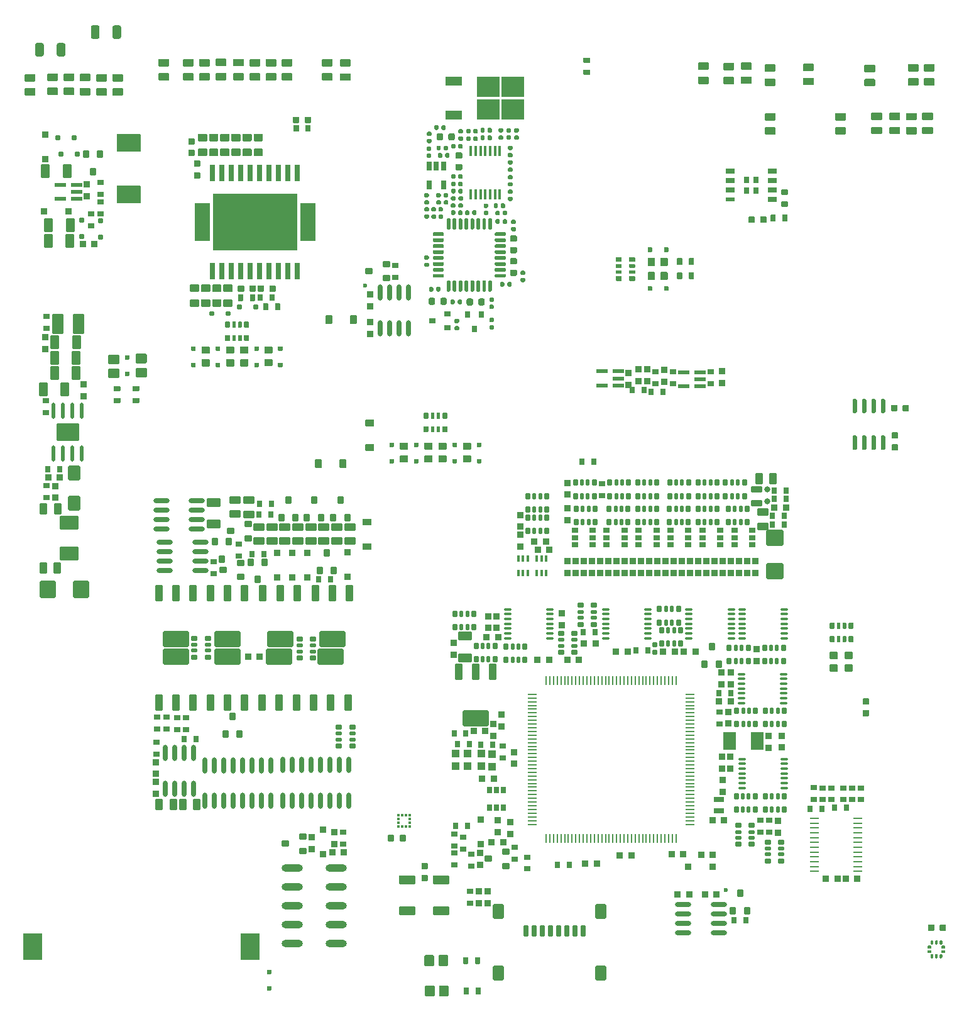
<source format=gtp>
G75*
G70*
%OFA0B0*%
%FSLAX25Y25*%
%IPPOS*%
%LPD*%
%AMOC8*
5,1,8,0,0,1.08239X$1,22.5*
%
%AMM147*
21,1,0.039370,0.049210,-0.000000,0.000000,180.000000*
21,1,0.031500,0.057090,-0.000000,0.000000,180.000000*
1,1,0.007870,-0.015750,0.024610*
1,1,0.007870,0.015750,0.024610*
1,1,0.007870,0.015750,-0.024610*
1,1,0.007870,-0.015750,-0.024610*
%
%AMM150*
21,1,0.027560,0.030710,-0.000000,0.000000,180.000000*
21,1,0.022050,0.036220,-0.000000,0.000000,180.000000*
1,1,0.005510,-0.011020,0.015350*
1,1,0.005510,0.011020,0.015350*
1,1,0.005510,0.011020,-0.015350*
1,1,0.005510,-0.011020,-0.015350*
%
%AMM154*
21,1,0.033470,0.026770,-0.000000,0.000000,0.000000*
21,1,0.026770,0.033470,-0.000000,0.000000,0.000000*
1,1,0.006690,0.013390,-0.013390*
1,1,0.006690,-0.013390,-0.013390*
1,1,0.006690,-0.013390,0.013390*
1,1,0.006690,0.013390,0.013390*
%
%AMM157*
21,1,0.027560,0.030710,-0.000000,0.000000,90.000000*
21,1,0.022050,0.036220,-0.000000,0.000000,90.000000*
1,1,0.005510,0.015350,0.011020*
1,1,0.005510,0.015350,-0.011020*
1,1,0.005510,-0.015350,-0.011020*
1,1,0.005510,-0.015350,0.011020*
%
%AMM159*
21,1,0.033470,0.026770,-0.000000,0.000000,270.000000*
21,1,0.026770,0.033470,-0.000000,0.000000,270.000000*
1,1,0.006690,-0.013390,-0.013390*
1,1,0.006690,-0.013390,0.013390*
1,1,0.006690,0.013390,0.013390*
1,1,0.006690,0.013390,-0.013390*
%
%AMM176*
21,1,0.035430,0.050000,-0.000000,-0.000000,90.000000*
21,1,0.028350,0.057090,-0.000000,-0.000000,90.000000*
1,1,0.007090,0.025000,0.014170*
1,1,0.007090,0.025000,-0.014170*
1,1,0.007090,-0.025000,-0.014170*
1,1,0.007090,-0.025000,0.014170*
%
%AMM177*
21,1,0.086610,0.073230,-0.000000,-0.000000,90.000000*
21,1,0.069290,0.090550,-0.000000,-0.000000,90.000000*
1,1,0.017320,0.036610,0.034650*
1,1,0.017320,0.036610,-0.034650*
1,1,0.017320,-0.036610,-0.034650*
1,1,0.017320,-0.036610,0.034650*
%
%AMM178*
21,1,0.027560,0.030710,-0.000000,-0.000000,270.000000*
21,1,0.022050,0.036220,-0.000000,-0.000000,270.000000*
1,1,0.005510,-0.015350,-0.011020*
1,1,0.005510,-0.015350,0.011020*
1,1,0.005510,0.015350,0.011020*
1,1,0.005510,0.015350,-0.011020*
%
%AMM180*
21,1,0.025590,0.026380,-0.000000,-0.000000,180.000000*
21,1,0.020470,0.031500,-0.000000,-0.000000,180.000000*
1,1,0.005120,-0.010240,0.013190*
1,1,0.005120,0.010240,0.013190*
1,1,0.005120,0.010240,-0.013190*
1,1,0.005120,-0.010240,-0.013190*
%
%AMM181*
21,1,0.023620,0.030710,-0.000000,-0.000000,270.000000*
21,1,0.018900,0.035430,-0.000000,-0.000000,270.000000*
1,1,0.004720,-0.015350,-0.009450*
1,1,0.004720,-0.015350,0.009450*
1,1,0.004720,0.015350,0.009450*
1,1,0.004720,0.015350,-0.009450*
%
%AMM182*
21,1,0.033470,0.026770,-0.000000,-0.000000,90.000000*
21,1,0.026770,0.033470,-0.000000,-0.000000,90.000000*
1,1,0.006690,0.013390,0.013390*
1,1,0.006690,0.013390,-0.013390*
1,1,0.006690,-0.013390,-0.013390*
1,1,0.006690,-0.013390,0.013390*
%
%AMM183*
21,1,0.017720,0.027950,-0.000000,-0.000000,180.000000*
21,1,0.014170,0.031500,-0.000000,-0.000000,180.000000*
1,1,0.003540,-0.007090,0.013980*
1,1,0.003540,0.007090,0.013980*
1,1,0.003540,0.007090,-0.013980*
1,1,0.003540,-0.007090,-0.013980*
%
%AMM184*
21,1,0.039370,0.049210,-0.000000,-0.000000,270.000000*
21,1,0.031500,0.057090,-0.000000,-0.000000,270.000000*
1,1,0.007870,-0.024610,-0.015750*
1,1,0.007870,-0.024610,0.015750*
1,1,0.007870,0.024610,0.015750*
1,1,0.007870,0.024610,-0.015750*
%
%AMM185*
21,1,0.027560,0.030710,-0.000000,-0.000000,180.000000*
21,1,0.022050,0.036220,-0.000000,-0.000000,180.000000*
1,1,0.005510,-0.011020,0.015350*
1,1,0.005510,0.011020,0.015350*
1,1,0.005510,0.011020,-0.015350*
1,1,0.005510,-0.011020,-0.015350*
%
%AMM186*
21,1,0.039370,0.049210,-0.000000,-0.000000,0.000000*
21,1,0.031500,0.057090,-0.000000,-0.000000,0.000000*
1,1,0.007870,0.015750,-0.024610*
1,1,0.007870,-0.015750,-0.024610*
1,1,0.007870,-0.015750,0.024610*
1,1,0.007870,0.015750,0.024610*
%
%AMM188*
21,1,0.033470,0.026770,-0.000000,-0.000000,0.000000*
21,1,0.026770,0.033470,-0.000000,-0.000000,0.000000*
1,1,0.006690,0.013390,-0.013390*
1,1,0.006690,-0.013390,-0.013390*
1,1,0.006690,-0.013390,0.013390*
1,1,0.006690,0.013390,0.013390*
%
%AMM206*
21,1,0.033470,0.026770,-0.000000,-0.000000,180.000000*
21,1,0.026770,0.033470,-0.000000,-0.000000,180.000000*
1,1,0.006690,-0.013390,0.013390*
1,1,0.006690,0.013390,0.013390*
1,1,0.006690,0.013390,-0.013390*
1,1,0.006690,-0.013390,-0.013390*
%
%AMM207*
21,1,0.027560,0.030710,-0.000000,-0.000000,90.000000*
21,1,0.022050,0.036220,-0.000000,-0.000000,90.000000*
1,1,0.005510,0.015350,0.011020*
1,1,0.005510,0.015350,-0.011020*
1,1,0.005510,-0.015350,-0.011020*
1,1,0.005510,-0.015350,0.011020*
%
%AMM216*
21,1,0.070870,0.036220,-0.000000,0.000000,90.000000*
21,1,0.061810,0.045280,-0.000000,0.000000,90.000000*
1,1,0.009060,0.018110,0.030910*
1,1,0.009060,0.018110,-0.030910*
1,1,0.009060,-0.018110,-0.030910*
1,1,0.009060,-0.018110,0.030910*
%
%AMM220*
21,1,0.033470,0.026770,-0.000000,0.000000,180.000000*
21,1,0.026770,0.033470,-0.000000,0.000000,180.000000*
1,1,0.006690,-0.013390,0.013390*
1,1,0.006690,0.013390,0.013390*
1,1,0.006690,0.013390,-0.013390*
1,1,0.006690,-0.013390,-0.013390*
%
%AMM232*
21,1,0.027560,0.030710,-0.000000,0.000000,270.000000*
21,1,0.022050,0.036220,-0.000000,0.000000,270.000000*
1,1,0.005510,-0.015350,-0.011020*
1,1,0.005510,-0.015350,0.011020*
1,1,0.005510,0.015350,0.011020*
1,1,0.005510,0.015350,-0.011020*
%
%AMM263*
21,1,0.070870,0.036220,-0.000000,-0.000000,180.000000*
21,1,0.061810,0.045280,-0.000000,-0.000000,180.000000*
1,1,0.009060,-0.030910,0.018110*
1,1,0.009060,0.030910,0.018110*
1,1,0.009060,0.030910,-0.018110*
1,1,0.009060,-0.030910,-0.018110*
%
%AMM265*
21,1,0.035430,0.030320,-0.000000,-0.000000,0.000000*
21,1,0.028350,0.037400,-0.000000,-0.000000,0.000000*
1,1,0.007090,0.014170,-0.015160*
1,1,0.007090,-0.014170,-0.015160*
1,1,0.007090,-0.014170,0.015160*
1,1,0.007090,0.014170,0.015160*
%
%AMM266*
21,1,0.035830,0.026770,-0.000000,-0.000000,90.000000*
21,1,0.029130,0.033470,-0.000000,-0.000000,90.000000*
1,1,0.006690,0.013390,0.014570*
1,1,0.006690,0.013390,-0.014570*
1,1,0.006690,-0.013390,-0.014570*
1,1,0.006690,-0.013390,0.014570*
%
%AMM267*
21,1,0.033470,0.026770,-0.000000,-0.000000,270.000000*
21,1,0.026770,0.033470,-0.000000,-0.000000,270.000000*
1,1,0.006690,-0.013390,-0.013390*
1,1,0.006690,-0.013390,0.013390*
1,1,0.006690,0.013390,0.013390*
1,1,0.006690,0.013390,-0.013390*
%
%AMM268*
21,1,0.039370,0.035430,-0.000000,-0.000000,90.000000*
21,1,0.031500,0.043310,-0.000000,-0.000000,90.000000*
1,1,0.007870,0.017720,0.015750*
1,1,0.007870,0.017720,-0.015750*
1,1,0.007870,-0.017720,-0.015750*
1,1,0.007870,-0.017720,0.015750*
%
%AMM269*
21,1,0.035430,0.030320,-0.000000,-0.000000,90.000000*
21,1,0.028350,0.037400,-0.000000,-0.000000,90.000000*
1,1,0.007090,0.015160,0.014170*
1,1,0.007090,0.015160,-0.014170*
1,1,0.007090,-0.015160,-0.014170*
1,1,0.007090,-0.015160,0.014170*
%
%AMM274*
21,1,0.043310,0.075990,-0.000000,-0.000000,180.000000*
21,1,0.034650,0.084650,-0.000000,-0.000000,180.000000*
1,1,0.008660,-0.017320,0.037990*
1,1,0.008660,0.017320,0.037990*
1,1,0.008660,0.017320,-0.037990*
1,1,0.008660,-0.017320,-0.037990*
%
%AMM275*
21,1,0.137800,0.067720,-0.000000,-0.000000,180.000000*
21,1,0.120870,0.084650,-0.000000,-0.000000,180.000000*
1,1,0.016930,-0.060430,0.033860*
1,1,0.016930,0.060430,0.033860*
1,1,0.016930,0.060430,-0.033860*
1,1,0.016930,-0.060430,-0.033860*
%
%AMM277*
21,1,0.023620,0.030710,-0.000000,-0.000000,0.000000*
21,1,0.018900,0.035430,-0.000000,-0.000000,0.000000*
1,1,0.004720,0.009450,-0.015350*
1,1,0.004720,-0.009450,-0.015350*
1,1,0.004720,-0.009450,0.015350*
1,1,0.004720,0.009450,0.015350*
%
%AMM278*
21,1,0.027560,0.030710,-0.000000,-0.000000,0.000000*
21,1,0.022050,0.036220,-0.000000,-0.000000,0.000000*
1,1,0.005510,0.011020,-0.015350*
1,1,0.005510,-0.011020,-0.015350*
1,1,0.005510,-0.011020,0.015350*
1,1,0.005510,0.011020,0.015350*
%
%AMM279*
21,1,0.027560,0.018900,-0.000000,-0.000000,0.000000*
21,1,0.022840,0.023620,-0.000000,-0.000000,0.000000*
1,1,0.004720,0.011420,-0.009450*
1,1,0.004720,-0.011420,-0.009450*
1,1,0.004720,-0.011420,0.009450*
1,1,0.004720,0.011420,0.009450*
%
%AMM280*
21,1,0.043310,0.075980,-0.000000,-0.000000,180.000000*
21,1,0.034650,0.084650,-0.000000,-0.000000,180.000000*
1,1,0.008660,-0.017320,0.037990*
1,1,0.008660,0.017320,0.037990*
1,1,0.008660,0.017320,-0.037990*
1,1,0.008660,-0.017320,-0.037990*
%
%AMM281*
21,1,0.035830,0.026770,-0.000000,-0.000000,0.000000*
21,1,0.029130,0.033470,-0.000000,-0.000000,0.000000*
1,1,0.006690,0.014570,-0.013390*
1,1,0.006690,-0.014570,-0.013390*
1,1,0.006690,-0.014570,0.013390*
1,1,0.006690,0.014570,0.013390*
%
%AMM282*
21,1,0.027560,0.049610,-0.000000,-0.000000,90.000000*
21,1,0.022050,0.055120,-0.000000,-0.000000,90.000000*
1,1,0.005510,0.024800,0.011020*
1,1,0.005510,0.024800,-0.011020*
1,1,0.005510,-0.024800,-0.011020*
1,1,0.005510,-0.024800,0.011020*
%
%AMM283*
21,1,0.017720,0.027950,-0.000000,-0.000000,90.000000*
21,1,0.014170,0.031500,-0.000000,-0.000000,90.000000*
1,1,0.003540,0.013980,0.007090*
1,1,0.003540,0.013980,-0.007090*
1,1,0.003540,-0.013980,-0.007090*
1,1,0.003540,-0.013980,0.007090*
%
%AMM284*
21,1,0.025590,0.026380,-0.000000,-0.000000,90.000000*
21,1,0.020470,0.031500,-0.000000,-0.000000,90.000000*
1,1,0.005120,0.013190,0.010240*
1,1,0.005120,0.013190,-0.010240*
1,1,0.005120,-0.013190,-0.010240*
1,1,0.005120,-0.013190,0.010240*
%
%AMM306*
21,1,0.035830,0.026770,-0.000000,0.000000,180.000000*
21,1,0.029130,0.033470,-0.000000,0.000000,180.000000*
1,1,0.006690,-0.014570,0.013390*
1,1,0.006690,0.014570,0.013390*
1,1,0.006690,0.014570,-0.013390*
1,1,0.006690,-0.014570,-0.013390*
%
%AMM309*
21,1,0.035430,0.030320,-0.000000,0.000000,90.000000*
21,1,0.028350,0.037400,-0.000000,0.000000,90.000000*
1,1,0.007090,0.015160,0.014170*
1,1,0.007090,0.015160,-0.014170*
1,1,0.007090,-0.015160,-0.014170*
1,1,0.007090,-0.015160,0.014170*
%
%AMM31*
21,1,0.027560,0.030710,0.000000,0.000000,270.000000*
21,1,0.022050,0.036220,0.000000,0.000000,270.000000*
1,1,0.005510,-0.015350,-0.011020*
1,1,0.005510,-0.015350,0.011020*
1,1,0.005510,0.015350,0.011020*
1,1,0.005510,0.015350,-0.011020*
%
%AMM313*
21,1,0.017720,0.027950,-0.000000,0.000000,180.000000*
21,1,0.014170,0.031500,-0.000000,0.000000,180.000000*
1,1,0.003540,-0.007090,0.013980*
1,1,0.003540,0.007090,0.013980*
1,1,0.003540,0.007090,-0.013980*
1,1,0.003540,-0.007090,-0.013980*
%
%AMM314*
21,1,0.025590,0.026380,-0.000000,0.000000,180.000000*
21,1,0.020470,0.031500,-0.000000,0.000000,180.000000*
1,1,0.005120,-0.010240,0.013190*
1,1,0.005120,0.010240,0.013190*
1,1,0.005120,0.010240,-0.013190*
1,1,0.005120,-0.010240,-0.013190*
%
%AMM324*
21,1,0.035830,0.026770,-0.000000,-0.000000,270.000000*
21,1,0.029130,0.033470,-0.000000,-0.000000,270.000000*
1,1,0.006690,-0.013390,-0.014570*
1,1,0.006690,-0.013390,0.014570*
1,1,0.006690,0.013390,0.014570*
1,1,0.006690,0.013390,-0.014570*
%
%AMM327*
21,1,0.035430,0.030320,-0.000000,-0.000000,180.000000*
21,1,0.028350,0.037400,-0.000000,-0.000000,180.000000*
1,1,0.007090,-0.014170,0.015160*
1,1,0.007090,0.014170,0.015160*
1,1,0.007090,0.014170,-0.015160*
1,1,0.007090,-0.014170,-0.015160*
%
%AMM328*
21,1,0.043310,0.075980,-0.000000,-0.000000,0.000000*
21,1,0.034650,0.084650,-0.000000,-0.000000,0.000000*
1,1,0.008660,0.017320,-0.037990*
1,1,0.008660,-0.017320,-0.037990*
1,1,0.008660,-0.017320,0.037990*
1,1,0.008660,0.017320,0.037990*
%
%AMM329*
21,1,0.137800,0.067720,-0.000000,-0.000000,0.000000*
21,1,0.120870,0.084650,-0.000000,-0.000000,0.000000*
1,1,0.016930,0.060430,-0.033860*
1,1,0.016930,-0.060430,-0.033860*
1,1,0.016930,-0.060430,0.033860*
1,1,0.016930,0.060430,0.033860*
%
%AMM330*
21,1,0.043310,0.075990,-0.000000,-0.000000,0.000000*
21,1,0.034650,0.084650,-0.000000,-0.000000,0.000000*
1,1,0.008660,0.017320,-0.037990*
1,1,0.008660,-0.017320,-0.037990*
1,1,0.008660,-0.017320,0.037990*
1,1,0.008660,0.017320,0.037990*
%
%AMM331*
21,1,0.017720,0.027950,-0.000000,-0.000000,270.000000*
21,1,0.014170,0.031500,-0.000000,-0.000000,270.000000*
1,1,0.003540,-0.013980,-0.007090*
1,1,0.003540,-0.013980,0.007090*
1,1,0.003540,0.013980,0.007090*
1,1,0.003540,0.013980,-0.007090*
%
%AMM333*
21,1,0.025590,0.026380,-0.000000,-0.000000,270.000000*
21,1,0.020470,0.031500,-0.000000,-0.000000,270.000000*
1,1,0.005120,-0.013190,-0.010240*
1,1,0.005120,-0.013190,0.010240*
1,1,0.005120,0.013190,0.010240*
1,1,0.005120,0.013190,-0.010240*
%
%AMM341*
21,1,0.012600,0.028980,-0.000000,0.000000,0.000000*
21,1,0.010080,0.031500,-0.000000,0.000000,0.000000*
1,1,0.002520,0.005040,-0.014490*
1,1,0.002520,-0.005040,-0.014490*
1,1,0.002520,-0.005040,0.014490*
1,1,0.002520,0.005040,0.014490*
%
%AMM351*
21,1,0.035830,0.026770,-0.000000,0.000000,90.000000*
21,1,0.029130,0.033470,-0.000000,0.000000,90.000000*
1,1,0.006690,0.013390,0.014570*
1,1,0.006690,0.013390,-0.014570*
1,1,0.006690,-0.013390,-0.014570*
1,1,0.006690,-0.013390,0.014570*
%
%AMM355*
21,1,0.035430,0.030320,0.000000,-0.000000,90.000000*
21,1,0.028350,0.037400,0.000000,-0.000000,90.000000*
1,1,0.007090,0.015160,0.014170*
1,1,0.007090,0.015160,-0.014170*
1,1,0.007090,-0.015160,-0.014170*
1,1,0.007090,-0.015160,0.014170*
%
%AMM356*
21,1,0.033470,0.026770,0.000000,-0.000000,270.000000*
21,1,0.026770,0.033470,0.000000,-0.000000,270.000000*
1,1,0.006690,-0.013390,-0.013390*
1,1,0.006690,-0.013390,0.013390*
1,1,0.006690,0.013390,0.013390*
1,1,0.006690,0.013390,-0.013390*
%
%AMM357*
21,1,0.027560,0.030710,0.000000,-0.000000,90.000000*
21,1,0.022050,0.036220,0.000000,-0.000000,90.000000*
1,1,0.005510,0.015350,0.011020*
1,1,0.005510,0.015350,-0.011020*
1,1,0.005510,-0.015350,-0.011020*
1,1,0.005510,-0.015350,0.011020*
%
%AMM36*
21,1,0.033470,0.026770,0.000000,0.000000,90.000000*
21,1,0.026770,0.033470,0.000000,0.000000,90.000000*
1,1,0.006690,0.013390,0.013390*
1,1,0.006690,0.013390,-0.013390*
1,1,0.006690,-0.013390,-0.013390*
1,1,0.006690,-0.013390,0.013390*
%
%AMM363*
21,1,0.021650,0.052760,-0.000000,-0.000000,90.000000*
21,1,0.017320,0.057090,-0.000000,-0.000000,90.000000*
1,1,0.004330,0.026380,0.008660*
1,1,0.004330,0.026380,-0.008660*
1,1,0.004330,-0.026380,-0.008660*
1,1,0.004330,-0.026380,0.008660*
%
%AMM365*
21,1,0.035430,0.030320,-0.000000,0.000000,180.000000*
21,1,0.028350,0.037400,-0.000000,0.000000,180.000000*
1,1,0.007090,-0.014170,0.015160*
1,1,0.007090,0.014170,0.015160*
1,1,0.007090,0.014170,-0.015160*
1,1,0.007090,-0.014170,-0.015160*
%
%AMM367*
21,1,0.021650,0.052760,-0.000000,0.000000,90.000000*
21,1,0.017320,0.057090,-0.000000,0.000000,90.000000*
1,1,0.004330,0.026380,0.008660*
1,1,0.004330,0.026380,-0.008660*
1,1,0.004330,-0.026380,-0.008660*
1,1,0.004330,-0.026380,0.008660*
%
%AMM368*
21,1,0.023620,0.018900,-0.000000,0.000000,0.000000*
21,1,0.018900,0.023620,-0.000000,0.000000,0.000000*
1,1,0.004720,0.009450,-0.009450*
1,1,0.004720,-0.009450,-0.009450*
1,1,0.004720,-0.009450,0.009450*
1,1,0.004720,0.009450,0.009450*
%
%AMM369*
21,1,0.094490,0.111020,-0.000000,0.000000,270.000000*
21,1,0.075590,0.129920,-0.000000,0.000000,270.000000*
1,1,0.018900,-0.055510,-0.037800*
1,1,0.018900,-0.055510,0.037800*
1,1,0.018900,0.055510,0.037800*
1,1,0.018900,0.055510,-0.037800*
%
%AMM370*
21,1,0.023620,0.018900,-0.000000,0.000000,270.000000*
21,1,0.018900,0.023620,-0.000000,0.000000,270.000000*
1,1,0.004720,-0.009450,-0.009450*
1,1,0.004720,-0.009450,0.009450*
1,1,0.004720,0.009450,0.009450*
1,1,0.004720,0.009450,-0.009450*
%
%AMM376*
21,1,0.106300,0.050390,-0.000000,0.000000,90.000000*
21,1,0.093700,0.062990,-0.000000,0.000000,90.000000*
1,1,0.012600,0.025200,0.046850*
1,1,0.012600,0.025200,-0.046850*
1,1,0.012600,-0.025200,-0.046850*
1,1,0.012600,-0.025200,0.046850*
%
%AMM377*
21,1,0.074800,0.083460,-0.000000,0.000000,270.000000*
21,1,0.059840,0.098430,-0.000000,0.000000,270.000000*
1,1,0.014960,-0.041730,-0.029920*
1,1,0.014960,-0.041730,0.029920*
1,1,0.014960,0.041730,0.029920*
1,1,0.014960,0.041730,-0.029920*
%
%AMM378*
21,1,0.078740,0.053540,-0.000000,0.000000,270.000000*
21,1,0.065350,0.066930,-0.000000,0.000000,270.000000*
1,1,0.013390,-0.026770,-0.032680*
1,1,0.013390,-0.026770,0.032680*
1,1,0.013390,0.026770,0.032680*
1,1,0.013390,0.026770,-0.032680*
%
%AMM379*
21,1,0.122050,0.075590,-0.000000,0.000000,0.000000*
21,1,0.103150,0.094490,-0.000000,0.000000,0.000000*
1,1,0.018900,0.051580,-0.037800*
1,1,0.018900,-0.051580,-0.037800*
1,1,0.018900,-0.051580,0.037800*
1,1,0.018900,0.051580,0.037800*
%
%AMM380*
21,1,0.086610,0.073230,-0.000000,0.000000,180.000000*
21,1,0.069290,0.090550,-0.000000,0.000000,180.000000*
1,1,0.017320,-0.034650,0.036610*
1,1,0.017320,0.034650,0.036610*
1,1,0.017320,0.034650,-0.036610*
1,1,0.017320,-0.034650,-0.036610*
%
%AMM381*
21,1,0.070870,0.036220,-0.000000,0.000000,270.000000*
21,1,0.061810,0.045280,-0.000000,0.000000,270.000000*
1,1,0.009060,-0.018110,-0.030910*
1,1,0.009060,-0.018110,0.030910*
1,1,0.009060,0.018110,0.030910*
1,1,0.009060,0.018110,-0.030910*
%
%AMM82*
21,1,0.078740,0.045670,0.000000,0.000000,270.000000*
21,1,0.067320,0.057090,0.000000,0.000000,270.000000*
1,1,0.011420,-0.022840,-0.033660*
1,1,0.011420,-0.022840,0.033660*
1,1,0.011420,0.022840,0.033660*
1,1,0.011420,0.022840,-0.033660*
%
%AMM83*
21,1,0.059060,0.020470,0.000000,0.000000,270.000000*
21,1,0.053940,0.025590,0.000000,0.000000,270.000000*
1,1,0.005120,-0.010240,-0.026970*
1,1,0.005120,-0.010240,0.026970*
1,1,0.005120,0.010240,0.026970*
1,1,0.005120,0.010240,-0.026970*
%
%ADD11O,0.05118X0.00866*%
%ADD110R,0.03150X0.03543*%
%ADD114O,0.00866X0.05118*%
%ADD131M82*%
%ADD132C,0.02362*%
%ADD139R,0.01476X0.01378*%
%ADD151M31*%
%ADD157R,0.45000X0.30000*%
%ADD161R,0.03543X0.03150*%
%ADD167R,0.10236X0.14173*%
%ADD174R,0.05157X0.02559*%
%ADD181R,0.03150X0.08661*%
%ADD226O,0.00000X0.00000*%
%ADD237O,0.04331X0.01181*%
%ADD251C,0.03150*%
%ADD270O,0.04961X0.00984*%
%ADD272R,0.06693X0.09449*%
%ADD284R,0.03130X0.03543*%
%ADD297M36*%
%ADD315O,0.02362X0.08661*%
%ADD33M83*%
%ADD330R,0.08000X0.20000*%
%ADD334R,0.05157X0.02362*%
%ADD367M147*%
%ADD370M150*%
%ADD374M154*%
%ADD377M157*%
%ADD379M159*%
%ADD396M176*%
%ADD397M177*%
%ADD398M178*%
%ADD400M180*%
%ADD401M181*%
%ADD402M182*%
%ADD403M183*%
%ADD404M184*%
%ADD405M185*%
%ADD406M186*%
%ADD408M188*%
%ADD430M206*%
%ADD431M207*%
%ADD440M216*%
%ADD444M220*%
%ADD457M232*%
%ADD491M263*%
%ADD493M265*%
%ADD494M266*%
%ADD495M267*%
%ADD496M268*%
%ADD497M269*%
%ADD502M274*%
%ADD503M275*%
%ADD505M277*%
%ADD506M278*%
%ADD507M279*%
%ADD508M280*%
%ADD509M281*%
%ADD510M282*%
%ADD511M283*%
%ADD512M284*%
%ADD540M306*%
%ADD547M309*%
%ADD551M313*%
%ADD552M314*%
%ADD567M324*%
%ADD570M327*%
%ADD571M328*%
%ADD572M329*%
%ADD573M330*%
%ADD574M331*%
%ADD576M333*%
%ADD584M341*%
%ADD593O,0.11221X0.04016*%
%ADD595M351*%
%ADD600M355*%
%ADD601M356*%
%ADD602M357*%
%ADD608M363*%
%ADD610M365*%
%ADD612M367*%
%ADD613M368*%
%ADD614M369*%
%ADD615M370*%
%ADD625M376*%
%ADD626M377*%
%ADD627O,0.01968X0.08661*%
%ADD628M378*%
%ADD629M379*%
%ADD630M380*%
%ADD631M381*%
%ADD643R,0.08661X0.04724*%
%ADD644R,0.01772X0.05709*%
%ADD645R,0.02559X0.04803*%
%ADD647R,0.12008X0.10827*%
%ADD73R,0.01378X0.01476*%
%ADD88O,0.08661X0.02362*%
%ADD91O,0.03937X0.01968*%
X0000000Y0000000D02*
%LPD*%
G01*
D174*
X0424081Y0457029D03*
X0424081Y0452029D03*
X0424081Y0447029D03*
D334*
X0424081Y0442029D03*
D174*
X0446483Y0442029D03*
X0446483Y0447029D03*
X0446483Y0452029D03*
X0446483Y0457029D03*
D284*
X0432674Y0452482D03*
X0432674Y0446576D03*
X0437890Y0446576D03*
X0437890Y0452482D03*
G36*
G01*
X0451424Y0440966D02*
X0454495Y0440966D01*
G75*
G02*
X0454770Y0440690I0000000J-000276D01*
G01*
X0454770Y0438486D01*
G75*
G02*
X0454495Y0438210I-000276J0000000D01*
G01*
X0451424Y0438210D01*
G75*
G02*
X0451148Y0438486I0000000J0000276D01*
G01*
X0451148Y0440690D01*
G75*
G02*
X0451424Y0440966I0000276J0000000D01*
G01*
G37*
G36*
G01*
X0451424Y0447265D02*
X0454495Y0447265D01*
G75*
G02*
X0454770Y0446990I0000000J-000276D01*
G01*
X0454770Y0444785D01*
G75*
G02*
X0454495Y0444509I-000276J0000000D01*
G01*
X0451424Y0444509D01*
G75*
G02*
X0451148Y0444785I0000000J0000276D01*
G01*
X0451148Y0446990D01*
G75*
G02*
X0451424Y0447265I0000276J0000000D01*
G01*
G37*
G36*
G01*
X0437152Y0432659D02*
X0437152Y0429982D01*
G75*
G02*
X0436818Y0429647I-000335J0000000D01*
G01*
X0434140Y0429647D01*
G75*
G02*
X0433806Y0429982I0000000J0000335D01*
G01*
X0433806Y0432659D01*
G75*
G02*
X0434140Y0432993I0000335J0000000D01*
G01*
X0436818Y0432993D01*
G75*
G02*
X0437152Y0432659I0000000J-000335D01*
G01*
G37*
G36*
G01*
X0443373Y0432659D02*
X0443373Y0429982D01*
G75*
G02*
X0443038Y0429647I-000335J0000000D01*
G01*
X0440361Y0429647D01*
G75*
G02*
X0440026Y0429982I0000000J0000335D01*
G01*
X0440026Y0432659D01*
G75*
G02*
X0440361Y0432993I0000335J0000000D01*
G01*
X0443038Y0432993D01*
G75*
G02*
X0443373Y0432659I0000000J-000335D01*
G01*
G37*
G36*
G01*
X0248904Y0083879D02*
X0256621Y0083879D01*
G75*
G02*
X0257093Y0083407I0000000J-000472D01*
G01*
X0257093Y0079627D01*
G75*
G02*
X0256621Y0079155I-000472J0000000D01*
G01*
X0248904Y0079155D01*
G75*
G02*
X0248432Y0079627I0000000J0000472D01*
G01*
X0248432Y0083407D01*
G75*
G02*
X0248904Y0083879I0000472J0000000D01*
G01*
G37*
G36*
G01*
X0248904Y0067344D02*
X0256621Y0067344D01*
G75*
G02*
X0257093Y0066871I0000000J-000472D01*
G01*
X0257093Y0063092D01*
G75*
G02*
X0256621Y0062619I-000472J0000000D01*
G01*
X0248904Y0062619D01*
G75*
G02*
X0248432Y0063092I0000000J0000472D01*
G01*
X0248432Y0066871D01*
G75*
G02*
X0248904Y0067344I0000472J0000000D01*
G01*
G37*
G36*
G01*
X0266916Y0083879D02*
X0274633Y0083879D01*
G75*
G02*
X0275105Y0083407I0000000J-000472D01*
G01*
X0275105Y0079627D01*
G75*
G02*
X0274633Y0079155I-000472J0000000D01*
G01*
X0266916Y0079155D01*
G75*
G02*
X0266444Y0079627I0000000J0000472D01*
G01*
X0266444Y0083407D01*
G75*
G02*
X0266916Y0083879I0000472J0000000D01*
G01*
G37*
G36*
G01*
X0266916Y0067344D02*
X0274633Y0067344D01*
G75*
G02*
X0275105Y0066871I0000000J-000472D01*
G01*
X0275105Y0063092D01*
G75*
G02*
X0274633Y0062619I-000472J0000000D01*
G01*
X0266916Y0062619D01*
G75*
G02*
X0266444Y0063092I0000000J0000472D01*
G01*
X0266444Y0066871D01*
G75*
G02*
X0266916Y0067344I0000472J0000000D01*
G01*
G37*
D226*
X0326727Y0017992D03*
X0323695Y0076358D03*
X0354207Y0023012D03*
G36*
G01*
X0504232Y0476575D02*
X0499311Y0476575D01*
G75*
G02*
X0498917Y0476969I0000000J0000394D01*
G01*
X0498917Y0480118D01*
G75*
G02*
X0499311Y0480512I0000394J0000000D01*
G01*
X0504232Y0480512D01*
G75*
G02*
X0504626Y0480118I0000000J-000394D01*
G01*
X0504626Y0476969D01*
G75*
G02*
X0504232Y0476575I-000394J0000000D01*
G01*
G37*
G36*
G01*
X0504232Y0484055D02*
X0499311Y0484055D01*
G75*
G02*
X0498917Y0484449I0000000J0000394D01*
G01*
X0498917Y0487599D01*
G75*
G02*
X0499311Y0487992I0000394J0000000D01*
G01*
X0504232Y0487992D01*
G75*
G02*
X0504626Y0487599I0000000J-000394D01*
G01*
X0504626Y0484449D01*
G75*
G02*
X0504232Y0484055I-000394J0000000D01*
G01*
G37*
G36*
G01*
X0191533Y0505041D02*
X0186612Y0505041D01*
G75*
G02*
X0186218Y0505434I0000000J0000394D01*
G01*
X0186218Y0508584D01*
G75*
G02*
X0186612Y0508978I0000394J0000000D01*
G01*
X0191533Y0508978D01*
G75*
G02*
X0191927Y0508584I0000000J-000394D01*
G01*
X0191927Y0505434D01*
G75*
G02*
X0191533Y0505041I-000394J0000000D01*
G01*
G37*
G36*
G01*
X0191533Y0512521D02*
X0186612Y0512521D01*
G75*
G02*
X0186218Y0512915I0000000J0000394D01*
G01*
X0186218Y0516064D01*
G75*
G02*
X0186612Y0516458I0000394J0000000D01*
G01*
X0191533Y0516458D01*
G75*
G02*
X0191927Y0516064I0000000J-000394D01*
G01*
X0191927Y0512915D01*
G75*
G02*
X0191533Y0512521I-000394J0000000D01*
G01*
G37*
G36*
G01*
X0097283Y0343159D02*
X0100354Y0343159D01*
G75*
G02*
X0100630Y0342884I0000000J-000276D01*
G01*
X0100630Y0340679D01*
G75*
G02*
X0100354Y0340404I-000276J0000000D01*
G01*
X0097283Y0340404D01*
G75*
G02*
X0097008Y0340679I0000000J0000276D01*
G01*
X0097008Y0342884D01*
G75*
G02*
X0097283Y0343159I0000276J0000000D01*
G01*
G37*
G36*
G01*
X0097283Y0336860D02*
X0100354Y0336860D01*
G75*
G02*
X0100630Y0336585I0000000J-000276D01*
G01*
X0100630Y0334380D01*
G75*
G02*
X0100354Y0334104I-000276J0000000D01*
G01*
X0097283Y0334104D01*
G75*
G02*
X0097008Y0334380I0000000J0000276D01*
G01*
X0097008Y0336585D01*
G75*
G02*
X0097283Y0336860I0000276J0000000D01*
G01*
G37*
G36*
G01*
X0445479Y0430671D02*
X0445479Y0433741D01*
G75*
G02*
X0445755Y0434017I0000276J0000000D01*
G01*
X0447959Y0434017D01*
G75*
G02*
X0448235Y0433741I0000000J-000276D01*
G01*
X0448235Y0430671D01*
G75*
G02*
X0447959Y0430395I-000276J0000000D01*
G01*
X0445755Y0430395D01*
G75*
G02*
X0445479Y0430671I0000000J0000276D01*
G01*
G37*
G36*
G01*
X0451778Y0430671D02*
X0451778Y0433741D01*
G75*
G02*
X0452054Y0434017I0000276J0000000D01*
G01*
X0454259Y0434017D01*
G75*
G02*
X0454534Y0433741I0000000J-000276D01*
G01*
X0454534Y0430671D01*
G75*
G02*
X0454259Y0430395I-000276J0000000D01*
G01*
X0452054Y0430395D01*
G75*
G02*
X0451778Y0430671I0000000J0000276D01*
G01*
G37*
G36*
G01*
X0242507Y0102226D02*
X0242507Y0104903D01*
G75*
G02*
X0242841Y0105238I0000335J0000000D01*
G01*
X0245518Y0105238D01*
G75*
G02*
X0245853Y0104903I0000000J-000335D01*
G01*
X0245853Y0102226D01*
G75*
G02*
X0245518Y0101891I-000335J0000000D01*
G01*
X0242841Y0101891D01*
G75*
G02*
X0242507Y0102226I0000000J0000335D01*
G01*
G37*
G36*
G01*
X0248727Y0102226D02*
X0248727Y0104903D01*
G75*
G02*
X0249062Y0105238I0000335J0000000D01*
G01*
X0251739Y0105238D01*
G75*
G02*
X0252074Y0104903I0000000J-000335D01*
G01*
X0252074Y0102226D01*
G75*
G02*
X0251739Y0101891I-000335J0000000D01*
G01*
X0249062Y0101891D01*
G75*
G02*
X0248727Y0102226I0000000J0000335D01*
G01*
G37*
G36*
G01*
X0173333Y0388545D02*
X0173333Y0391616D01*
G75*
G02*
X0173609Y0391891I0000276J0000000D01*
G01*
X0175814Y0391891D01*
G75*
G02*
X0176089Y0391616I0000000J-000276D01*
G01*
X0176089Y0388545D01*
G75*
G02*
X0175814Y0388269I-000276J0000000D01*
G01*
X0173609Y0388269D01*
G75*
G02*
X0173333Y0388545I0000000J0000276D01*
G01*
G37*
G36*
G01*
X0179633Y0388545D02*
X0179633Y0391616D01*
G75*
G02*
X0179908Y0391891I0000276J0000000D01*
G01*
X0182113Y0391891D01*
G75*
G02*
X0182389Y0391616I0000000J-000276D01*
G01*
X0182389Y0388545D01*
G75*
G02*
X0182113Y0388269I-000276J0000000D01*
G01*
X0179908Y0388269D01*
G75*
G02*
X0179633Y0388545I0000000J0000276D01*
G01*
G37*
G36*
G01*
X0222448Y0504942D02*
X0217526Y0504942D01*
G75*
G02*
X0217133Y0505336I0000000J0000394D01*
G01*
X0217133Y0508486D01*
G75*
G02*
X0217526Y0508879I0000394J0000000D01*
G01*
X0222448Y0508879D01*
G75*
G02*
X0222841Y0508486I0000000J-000394D01*
G01*
X0222841Y0505336D01*
G75*
G02*
X0222448Y0504942I-000394J0000000D01*
G01*
G37*
G36*
G01*
X0222448Y0512423D02*
X0217526Y0512423D01*
G75*
G02*
X0217133Y0512816I0000000J0000394D01*
G01*
X0217133Y0515966D01*
G75*
G02*
X0217526Y0516360I0000394J0000000D01*
G01*
X0222448Y0516360D01*
G75*
G02*
X0222841Y0515966I0000000J-000394D01*
G01*
X0222841Y0512816D01*
G75*
G02*
X0222448Y0512423I-000394J0000000D01*
G01*
G37*
X0225374Y0268983D03*
G36*
G01*
X0126089Y0505041D02*
X0121168Y0505041D01*
G75*
G02*
X0120774Y0505434I0000000J0000394D01*
G01*
X0120774Y0508584D01*
G75*
G02*
X0121168Y0508978I0000394J0000000D01*
G01*
X0126089Y0508978D01*
G75*
G02*
X0126483Y0508584I0000000J-000394D01*
G01*
X0126483Y0505434D01*
G75*
G02*
X0126089Y0505041I-000394J0000000D01*
G01*
G37*
G36*
G01*
X0126089Y0512521D02*
X0121168Y0512521D01*
G75*
G02*
X0120774Y0512915I0000000J0000394D01*
G01*
X0120774Y0516064D01*
G75*
G02*
X0121168Y0516458I0000394J0000000D01*
G01*
X0126089Y0516458D01*
G75*
G02*
X0126483Y0516064I0000000J-000394D01*
G01*
X0126483Y0512915D01*
G75*
G02*
X0126089Y0512521I-000394J0000000D01*
G01*
G37*
G36*
G01*
X0267347Y0025001D02*
X0267347Y0020119D01*
G75*
G02*
X0266835Y0019608I-000512J0000000D01*
G01*
X0262740Y0019608D01*
G75*
G02*
X0262228Y0020119I0000000J0000512D01*
G01*
X0262228Y0025001D01*
G75*
G02*
X0262740Y0025513I0000512J0000000D01*
G01*
X0266835Y0025513D01*
G75*
G02*
X0267347Y0025001I0000000J-000512D01*
G01*
G37*
G36*
G01*
X0274827Y0025001D02*
X0274827Y0020119D01*
G75*
G02*
X0274315Y0019608I-000512J0000000D01*
G01*
X0270221Y0019608D01*
G75*
G02*
X0269709Y0020119I0000000J0000512D01*
G01*
X0269709Y0025001D01*
G75*
G02*
X0270221Y0025513I0000512J0000000D01*
G01*
X0274315Y0025513D01*
G75*
G02*
X0274827Y0025001I0000000J-000512D01*
G01*
G37*
G36*
G01*
X0447644Y0502186D02*
X0442723Y0502186D01*
G75*
G02*
X0442329Y0502580I0000000J0000394D01*
G01*
X0442329Y0505730D01*
G75*
G02*
X0442723Y0506123I0000394J0000000D01*
G01*
X0447644Y0506123D01*
G75*
G02*
X0448038Y0505730I0000000J-000394D01*
G01*
X0448038Y0502580D01*
G75*
G02*
X0447644Y0502186I-000394J0000000D01*
G01*
G37*
G36*
G01*
X0447644Y0509667D02*
X0442723Y0509667D01*
G75*
G02*
X0442329Y0510060I0000000J0000394D01*
G01*
X0442329Y0513210D01*
G75*
G02*
X0442723Y0513604I0000394J0000000D01*
G01*
X0447644Y0513604D01*
G75*
G02*
X0448038Y0513210I0000000J-000394D01*
G01*
X0448038Y0510060D01*
G75*
G02*
X0447644Y0509667I-000394J0000000D01*
G01*
G37*
G36*
G01*
X0245716Y0312977D02*
X0245716Y0311087D01*
G75*
G02*
X0245480Y0310851I-000236J0000000D01*
G01*
X0243590Y0310851D01*
G75*
G02*
X0243354Y0311087I0000000J0000236D01*
G01*
X0243354Y0312977D01*
G75*
G02*
X0243590Y0313213I0000236J0000000D01*
G01*
X0245480Y0313213D01*
G75*
G02*
X0245716Y0312977I0000000J-000236D01*
G01*
G37*
G36*
G01*
X0245716Y0304315D02*
X0245716Y0302426D01*
G75*
G02*
X0245480Y0302189I-000236J0000000D01*
G01*
X0243590Y0302189D01*
G75*
G02*
X0243354Y0302426I0000000J0000236D01*
G01*
X0243354Y0304315D01*
G75*
G02*
X0243590Y0304552I0000236J0000000D01*
G01*
X0245480Y0304552D01*
G75*
G02*
X0245716Y0304315I0000000J-000236D01*
G01*
G37*
G36*
G01*
X0136969Y0474515D02*
X0139646Y0474515D01*
G75*
G02*
X0139981Y0474180I0000000J-000335D01*
G01*
X0139981Y0471503D01*
G75*
G02*
X0139646Y0471168I-000335J0000000D01*
G01*
X0136969Y0471168D01*
G75*
G02*
X0136635Y0471503I0000000J0000335D01*
G01*
X0136635Y0474180D01*
G75*
G02*
X0136969Y0474515I0000335J0000000D01*
G01*
G37*
G36*
G01*
X0136969Y0468294D02*
X0139646Y0468294D01*
G75*
G02*
X0139981Y0467960I0000000J-000335D01*
G01*
X0139981Y0465283D01*
G75*
G02*
X0139646Y0464948I-000335J0000000D01*
G01*
X0136969Y0464948D01*
G75*
G02*
X0136635Y0465283I0000000J0000335D01*
G01*
X0136635Y0467960D01*
G75*
G02*
X0136969Y0468294I0000335J0000000D01*
G01*
G37*
G36*
G01*
X0260676Y0090336D02*
X0263353Y0090336D01*
G75*
G02*
X0263688Y0090001I0000000J-000335D01*
G01*
X0263688Y0087324D01*
G75*
G02*
X0263353Y0086990I-000335J0000000D01*
G01*
X0260676Y0086990D01*
G75*
G02*
X0260341Y0087324I0000000J0000335D01*
G01*
X0260341Y0090001D01*
G75*
G02*
X0260676Y0090336I0000335J0000000D01*
G01*
G37*
G36*
G01*
X0260676Y0084116D02*
X0263353Y0084116D01*
G75*
G02*
X0263688Y0083781I0000000J-000335D01*
G01*
X0263688Y0081104D01*
G75*
G02*
X0263353Y0080769I-000335J0000000D01*
G01*
X0260676Y0080769D01*
G75*
G02*
X0260341Y0081104I0000000J0000335D01*
G01*
X0260341Y0083781D01*
G75*
G02*
X0260676Y0084116I0000335J0000000D01*
G01*
G37*
G36*
G01*
X0282724Y0313213D02*
X0286267Y0313213D01*
G75*
G02*
X0286661Y0312819I0000000J-000394D01*
G01*
X0286661Y0309670D01*
G75*
G02*
X0286267Y0309276I-000394J0000000D01*
G01*
X0282724Y0309276D01*
G75*
G02*
X0282330Y0309670I0000000J0000394D01*
G01*
X0282330Y0312819D01*
G75*
G02*
X0282724Y0313213I0000394J0000000D01*
G01*
G37*
G36*
G01*
X0282724Y0306520D02*
X0286267Y0306520D01*
G75*
G02*
X0286661Y0306126I0000000J-000394D01*
G01*
X0286661Y0302977D01*
G75*
G02*
X0286267Y0302583I-000394J0000000D01*
G01*
X0282724Y0302583D01*
G75*
G02*
X0282330Y0302977I0000000J0000394D01*
G01*
X0282330Y0306126D01*
G75*
G02*
X0282724Y0306520I0000394J0000000D01*
G01*
G37*
G36*
G01*
X0518924Y0332856D02*
X0518924Y0330179D01*
G75*
G02*
X0518589Y0329844I-000335J0000000D01*
G01*
X0515912Y0329844D01*
G75*
G02*
X0515577Y0330179I0000000J0000335D01*
G01*
X0515577Y0332856D01*
G75*
G02*
X0515912Y0333190I0000335J0000000D01*
G01*
X0518589Y0333190D01*
G75*
G02*
X0518924Y0332856I0000000J-000335D01*
G01*
G37*
G36*
G01*
X0512703Y0332856D02*
X0512703Y0330179D01*
G75*
G02*
X0512369Y0329844I-000335J0000000D01*
G01*
X0509692Y0329844D01*
G75*
G02*
X0509357Y0330179I0000000J0000335D01*
G01*
X0509357Y0332856D01*
G75*
G02*
X0509692Y0333190I0000335J0000000D01*
G01*
X0512369Y0333190D01*
G75*
G02*
X0512703Y0332856I0000000J-000335D01*
G01*
G37*
G36*
G01*
X0447841Y0476399D02*
X0442920Y0476399D01*
G75*
G02*
X0442526Y0476793I0000000J0000394D01*
G01*
X0442526Y0479942D01*
G75*
G02*
X0442920Y0480336I0000394J0000000D01*
G01*
X0447841Y0480336D01*
G75*
G02*
X0448235Y0479942I0000000J-000394D01*
G01*
X0448235Y0476793D01*
G75*
G02*
X0447841Y0476399I-000394J0000000D01*
G01*
G37*
G36*
G01*
X0447841Y0483879D02*
X0442920Y0483879D01*
G75*
G02*
X0442526Y0484273I0000000J0000394D01*
G01*
X0442526Y0487423D01*
G75*
G02*
X0442920Y0487816I0000394J0000000D01*
G01*
X0447841Y0487816D01*
G75*
G02*
X0448235Y0487423I0000000J-000394D01*
G01*
X0448235Y0484273D01*
G75*
G02*
X0447841Y0483879I-000394J0000000D01*
G01*
G37*
G36*
G01*
X0220459Y0303997D02*
X0220459Y0299982D01*
G75*
G02*
X0220105Y0299627I-000354J0000000D01*
G01*
X0217270Y0299627D01*
G75*
G02*
X0216916Y0299982I0000000J0000354D01*
G01*
X0216916Y0303997D01*
G75*
G02*
X0217270Y0304352I0000354J0000000D01*
G01*
X0220105Y0304352D01*
G75*
G02*
X0220459Y0303997I0000000J-000354D01*
G01*
G37*
G36*
G01*
X0207467Y0303997D02*
X0207467Y0299982D01*
G75*
G02*
X0207113Y0299627I-000354J0000000D01*
G01*
X0204278Y0299627D01*
G75*
G02*
X0203924Y0299982I0000000J0000354D01*
G01*
X0203924Y0303997D01*
G75*
G02*
X0204278Y0304352I0000354J0000000D01*
G01*
X0207113Y0304352D01*
G75*
G02*
X0207467Y0303997I0000000J-000354D01*
G01*
G37*
G36*
G01*
X0174514Y0505041D02*
X0169593Y0505041D01*
G75*
G02*
X0169200Y0505434I0000000J0000394D01*
G01*
X0169200Y0508584D01*
G75*
G02*
X0169593Y0508978I0000394J0000000D01*
G01*
X0174514Y0508978D01*
G75*
G02*
X0174908Y0508584I0000000J-000394D01*
G01*
X0174908Y0505434D01*
G75*
G02*
X0174514Y0505041I-000394J0000000D01*
G01*
G37*
G36*
G01*
X0174514Y0512521D02*
X0169593Y0512521D01*
G75*
G02*
X0169200Y0512915I0000000J0000394D01*
G01*
X0169200Y0516064D01*
G75*
G02*
X0169593Y0516458I0000394J0000000D01*
G01*
X0174514Y0516458D01*
G75*
G02*
X0174908Y0516064I0000000J-000394D01*
G01*
X0174908Y0512915D01*
G75*
G02*
X0174514Y0512521I-000394J0000000D01*
G01*
G37*
G36*
G01*
X0292124Y0312971D02*
X0292124Y0311081D01*
G75*
G02*
X0291887Y0310845I-000236J0000000D01*
G01*
X0289998Y0310845D01*
G75*
G02*
X0289761Y0311081I0000000J0000236D01*
G01*
X0289761Y0312971D01*
G75*
G02*
X0289998Y0313207I0000236J0000000D01*
G01*
X0291887Y0313207D01*
G75*
G02*
X0292124Y0312971I0000000J-000236D01*
G01*
G37*
G36*
G01*
X0292124Y0304309D02*
X0292124Y0302420D01*
G75*
G02*
X0291887Y0302183I-000236J0000000D01*
G01*
X0289998Y0302183D01*
G75*
G02*
X0289761Y0302420I0000000J0000236D01*
G01*
X0289761Y0304309D01*
G75*
G02*
X0289998Y0304546I0000236J0000000D01*
G01*
X0291887Y0304546D01*
G75*
G02*
X0292124Y0304309I0000000J-000236D01*
G01*
G37*
G36*
G01*
X0055182Y0497084D02*
X0050261Y0497084D01*
G75*
G02*
X0049867Y0497478I0000000J0000394D01*
G01*
X0049867Y0500628D01*
G75*
G02*
X0050261Y0501021I0000394J0000000D01*
G01*
X0055182Y0501021D01*
G75*
G02*
X0055576Y0500628I0000000J-000394D01*
G01*
X0055576Y0497478D01*
G75*
G02*
X0055182Y0497084I-000394J0000000D01*
G01*
G37*
G36*
G01*
X0055182Y0504565D02*
X0050261Y0504565D01*
G75*
G02*
X0049867Y0504959I0000000J0000394D01*
G01*
X0049867Y0508108D01*
G75*
G02*
X0050261Y0508502I0000394J0000000D01*
G01*
X0055182Y0508502D01*
G75*
G02*
X0055576Y0508108I0000000J-000394D01*
G01*
X0055576Y0504959D01*
G75*
G02*
X0055182Y0504565I-000394J0000000D01*
G01*
G37*
G36*
G01*
X0153501Y0363952D02*
X0153501Y0362062D01*
G75*
G02*
X0153264Y0361826I-000236J0000000D01*
G01*
X0151375Y0361826D01*
G75*
G02*
X0151138Y0362062I0000000J0000236D01*
G01*
X0151138Y0363952D01*
G75*
G02*
X0151375Y0364188I0000236J0000000D01*
G01*
X0153264Y0364188D01*
G75*
G02*
X0153501Y0363952I0000000J-000236D01*
G01*
G37*
G36*
G01*
X0153501Y0355291D02*
X0153501Y0353401D01*
G75*
G02*
X0153264Y0353165I-000236J0000000D01*
G01*
X0151375Y0353165D01*
G75*
G02*
X0151138Y0353401I0000000J0000236D01*
G01*
X0151138Y0355291D01*
G75*
G02*
X0151375Y0355527I0000236J0000000D01*
G01*
X0153264Y0355527D01*
G75*
G02*
X0153501Y0355291I0000000J-000236D01*
G01*
G37*
G36*
G01*
X0114154Y0355167D02*
X0109272Y0355167D01*
G75*
G02*
X0108760Y0355679I0000000J0000512D01*
G01*
X0108760Y0359774D01*
G75*
G02*
X0109272Y0360286I0000512J0000000D01*
G01*
X0114154Y0360286D01*
G75*
G02*
X0114665Y0359774I0000000J-000512D01*
G01*
X0114665Y0355679D01*
G75*
G02*
X0114154Y0355167I-000512J0000000D01*
G01*
G37*
G36*
G01*
X0114154Y0347687D02*
X0109272Y0347687D01*
G75*
G02*
X0108760Y0348199I0000000J0000512D01*
G01*
X0108760Y0352293D01*
G75*
G02*
X0109272Y0352805I0000512J0000000D01*
G01*
X0114154Y0352805D01*
G75*
G02*
X0114665Y0352293I0000000J-000512D01*
G01*
X0114665Y0348199D01*
G75*
G02*
X0114154Y0347687I-000512J0000000D01*
G01*
G37*
G36*
G01*
X0155617Y0396970D02*
X0159751Y0396970D01*
G75*
G02*
X0160144Y0396576I0000000J-000394D01*
G01*
X0160144Y0393427D01*
G75*
G02*
X0159751Y0393033I-000394J0000000D01*
G01*
X0155617Y0393033D01*
G75*
G02*
X0155223Y0393427I0000000J0000394D01*
G01*
X0155223Y0396576D01*
G75*
G02*
X0155617Y0396970I0000394J0000000D01*
G01*
G37*
G36*
G01*
X0155617Y0389096D02*
X0159751Y0389096D01*
G75*
G02*
X0160144Y0388702I0000000J-000394D01*
G01*
X0160144Y0385553D01*
G75*
G02*
X0159751Y0385159I-000394J0000000D01*
G01*
X0155617Y0385159D01*
G75*
G02*
X0155223Y0385553I0000000J0000394D01*
G01*
X0155223Y0388702D01*
G75*
G02*
X0155617Y0389096I0000394J0000000D01*
G01*
G37*
G36*
G01*
X0346503Y0517147D02*
X0349574Y0517147D01*
G75*
G02*
X0349849Y0516871I0000000J-000276D01*
G01*
X0349849Y0514667D01*
G75*
G02*
X0349574Y0514391I-000276J0000000D01*
G01*
X0346503Y0514391D01*
G75*
G02*
X0346227Y0514667I0000000J0000276D01*
G01*
X0346227Y0516871D01*
G75*
G02*
X0346503Y0517147I0000276J0000000D01*
G01*
G37*
G36*
G01*
X0346503Y0510848D02*
X0349574Y0510848D01*
G75*
G02*
X0349849Y0510572I0000000J-000276D01*
G01*
X0349849Y0508367D01*
G75*
G02*
X0349574Y0508092I-000276J0000000D01*
G01*
X0346503Y0508092D01*
G75*
G02*
X0346227Y0508367I0000000J0000276D01*
G01*
X0346227Y0510572D01*
G75*
G02*
X0346503Y0510848I0000276J0000000D01*
G01*
G37*
G36*
G01*
X0274063Y0328705D02*
X0274063Y0326067D01*
G75*
G02*
X0273807Y0325811I-000256J0000000D01*
G01*
X0271759Y0325811D01*
G75*
G02*
X0271504Y0326067I0000000J0000256D01*
G01*
X0271504Y0328705D01*
G75*
G02*
X0271759Y0328961I0000256J0000000D01*
G01*
X0273807Y0328961D01*
G75*
G02*
X0274063Y0328705I0000000J-000256D01*
G01*
G37*
G36*
G01*
X0270224Y0328784D02*
X0270224Y0325989D01*
G75*
G02*
X0270047Y0325811I-000177J0000000D01*
G01*
X0268629Y0325811D01*
G75*
G02*
X0268452Y0325989I0000000J0000177D01*
G01*
X0268452Y0328784D01*
G75*
G02*
X0268629Y0328961I0000177J0000000D01*
G01*
X0270047Y0328961D01*
G75*
G02*
X0270224Y0328784I0000000J-000177D01*
G01*
G37*
G36*
G01*
X0267074Y0328784D02*
X0267074Y0325989D01*
G75*
G02*
X0266897Y0325811I-000177J0000000D01*
G01*
X0265480Y0325811D01*
G75*
G02*
X0265303Y0325989I0000000J0000177D01*
G01*
X0265303Y0328784D01*
G75*
G02*
X0265480Y0328961I0000177J0000000D01*
G01*
X0266897Y0328961D01*
G75*
G02*
X0267074Y0328784I0000000J-000177D01*
G01*
G37*
G36*
G01*
X0264023Y0328705D02*
X0264023Y0326067D01*
G75*
G02*
X0263767Y0325811I-000256J0000000D01*
G01*
X0261720Y0325811D01*
G75*
G02*
X0261464Y0326067I0000000J0000256D01*
G01*
X0261464Y0328705D01*
G75*
G02*
X0261720Y0328961I0000256J0000000D01*
G01*
X0263767Y0328961D01*
G75*
G02*
X0264023Y0328705I0000000J-000256D01*
G01*
G37*
G36*
G01*
X0264023Y0321618D02*
X0264023Y0318981D01*
G75*
G02*
X0263767Y0318725I-000256J0000000D01*
G01*
X0261720Y0318725D01*
G75*
G02*
X0261464Y0318981I0000000J0000256D01*
G01*
X0261464Y0321618D01*
G75*
G02*
X0261720Y0321874I0000256J0000000D01*
G01*
X0263767Y0321874D01*
G75*
G02*
X0264023Y0321618I0000000J-000256D01*
G01*
G37*
G36*
G01*
X0267074Y0321697D02*
X0267074Y0318902D01*
G75*
G02*
X0266897Y0318725I-000177J0000000D01*
G01*
X0265480Y0318725D01*
G75*
G02*
X0265303Y0318902I0000000J0000177D01*
G01*
X0265303Y0321697D01*
G75*
G02*
X0265480Y0321874I0000177J0000000D01*
G01*
X0266897Y0321874D01*
G75*
G02*
X0267074Y0321697I0000000J-000177D01*
G01*
G37*
G36*
G01*
X0270224Y0321697D02*
X0270224Y0318902D01*
G75*
G02*
X0270047Y0318725I-000177J0000000D01*
G01*
X0268629Y0318725D01*
G75*
G02*
X0268452Y0318902I0000000J0000177D01*
G01*
X0268452Y0321697D01*
G75*
G02*
X0268629Y0321874I0000177J0000000D01*
G01*
X0270047Y0321874D01*
G75*
G02*
X0270224Y0321697I0000000J-000177D01*
G01*
G37*
G36*
G01*
X0274063Y0321618D02*
X0274063Y0318981D01*
G75*
G02*
X0273807Y0318725I-000256J0000000D01*
G01*
X0271759Y0318725D01*
G75*
G02*
X0271504Y0318981I0000000J0000256D01*
G01*
X0271504Y0321618D01*
G75*
G02*
X0271759Y0321874I0000256J0000000D01*
G01*
X0273807Y0321874D01*
G75*
G02*
X0274063Y0321618I0000000J-000256D01*
G01*
G37*
G36*
G01*
X0212802Y0505041D02*
X0207881Y0505041D01*
G75*
G02*
X0207487Y0505434I0000000J0000394D01*
G01*
X0207487Y0508584D01*
G75*
G02*
X0207881Y0508978I0000394J0000000D01*
G01*
X0212802Y0508978D01*
G75*
G02*
X0213196Y0508584I0000000J-000394D01*
G01*
X0213196Y0505434D01*
G75*
G02*
X0212802Y0505041I-000394J0000000D01*
G01*
G37*
G36*
G01*
X0212802Y0512521D02*
X0207881Y0512521D01*
G75*
G02*
X0207487Y0512915I0000000J0000394D01*
G01*
X0207487Y0516064D01*
G75*
G02*
X0207881Y0516458I0000394J0000000D01*
G01*
X0212802Y0516458D01*
G75*
G02*
X0213196Y0516064I0000000J-000394D01*
G01*
X0213196Y0512915D01*
G75*
G02*
X0212802Y0512521I-000394J0000000D01*
G01*
G37*
G36*
G01*
X0380561Y0396063D02*
X0382450Y0396063D01*
G75*
G02*
X0382687Y0395826I0000000J-000236D01*
G01*
X0382687Y0393937D01*
G75*
G02*
X0382450Y0393700I-000236J0000000D01*
G01*
X0380561Y0393700D01*
G75*
G02*
X0380324Y0393937I0000000J0000236D01*
G01*
X0380324Y0395826D01*
G75*
G02*
X0380561Y0396063I0000236J0000000D01*
G01*
G37*
G36*
G01*
X0389222Y0396063D02*
X0391112Y0396063D01*
G75*
G02*
X0391348Y0395826I0000000J-000236D01*
G01*
X0391348Y0393937D01*
G75*
G02*
X0391112Y0393700I-000236J0000000D01*
G01*
X0389222Y0393700D01*
G75*
G02*
X0388986Y0393937I0000000J0000236D01*
G01*
X0388986Y0395826D01*
G75*
G02*
X0389222Y0396063I0000236J0000000D01*
G01*
G37*
X0229760Y0386614D03*
G36*
G01*
X0518707Y0513764D02*
X0523629Y0513764D01*
G75*
G02*
X0524022Y0513370I0000000J-000394D01*
G01*
X0524022Y0510221D01*
G75*
G02*
X0523629Y0509827I-000394J0000000D01*
G01*
X0518707Y0509827D01*
G75*
G02*
X0518314Y0510221I0000000J0000394D01*
G01*
X0518314Y0513370D01*
G75*
G02*
X0518707Y0513764I0000394J0000000D01*
G01*
G37*
G36*
G01*
X0518707Y0506284D02*
X0523629Y0506284D01*
G75*
G02*
X0524022Y0505890I0000000J-000394D01*
G01*
X0524022Y0502740D01*
G75*
G02*
X0523629Y0502347I-000394J0000000D01*
G01*
X0518707Y0502347D01*
G75*
G02*
X0518314Y0502740I0000000J0000394D01*
G01*
X0518314Y0505890D01*
G75*
G02*
X0518707Y0506284I0000394J0000000D01*
G01*
G37*
X0411884Y0076982D03*
G36*
G01*
X0093174Y0497065D02*
X0088253Y0497065D01*
G75*
G02*
X0087859Y0497458I0000000J0000394D01*
G01*
X0087859Y0500608D01*
G75*
G02*
X0088253Y0501002I0000394J0000000D01*
G01*
X0093174Y0501002D01*
G75*
G02*
X0093568Y0500608I0000000J-000394D01*
G01*
X0093568Y0497458D01*
G75*
G02*
X0093174Y0497065I-000394J0000000D01*
G01*
G37*
G36*
G01*
X0093174Y0504545D02*
X0088253Y0504545D01*
G75*
G02*
X0087859Y0504939I0000000J0000394D01*
G01*
X0087859Y0508088D01*
G75*
G02*
X0088253Y0508482I0000394J0000000D01*
G01*
X0093174Y0508482D01*
G75*
G02*
X0093568Y0508088I0000000J-000394D01*
G01*
X0093568Y0504939D01*
G75*
G02*
X0093174Y0504545I-000394J0000000D01*
G01*
G37*
G36*
G01*
X0140558Y0363958D02*
X0140558Y0362068D01*
G75*
G02*
X0140322Y0361832I-000236J0000000D01*
G01*
X0138432Y0361832D01*
G75*
G02*
X0138196Y0362068I0000000J0000236D01*
G01*
X0138196Y0363958D01*
G75*
G02*
X0138432Y0364194I0000236J0000000D01*
G01*
X0140322Y0364194D01*
G75*
G02*
X0140558Y0363958I0000000J-000236D01*
G01*
G37*
G36*
G01*
X0140558Y0355297D02*
X0140558Y0353407D01*
G75*
G02*
X0140322Y0353171I-000236J0000000D01*
G01*
X0138432Y0353171D01*
G75*
G02*
X0138196Y0353407I0000000J0000236D01*
G01*
X0138196Y0355297D01*
G75*
G02*
X0138432Y0355533I0000236J0000000D01*
G01*
X0140322Y0355533D01*
G75*
G02*
X0140558Y0355297I0000000J-000236D01*
G01*
G37*
G36*
G01*
X0380324Y0407135D02*
X0380324Y0410679D01*
G75*
G02*
X0380718Y0411072I0000394J0000000D01*
G01*
X0383868Y0411072D01*
G75*
G02*
X0384261Y0410679I0000000J-000394D01*
G01*
X0384261Y0407135D01*
G75*
G02*
X0383868Y0406742I-000394J0000000D01*
G01*
X0380718Y0406742D01*
G75*
G02*
X0380324Y0407135I0000000J0000394D01*
G01*
G37*
G36*
G01*
X0387017Y0407135D02*
X0387017Y0410679D01*
G75*
G02*
X0387411Y0411072I0000394J0000000D01*
G01*
X0390561Y0411072D01*
G75*
G02*
X0390954Y0410679I0000000J-000394D01*
G01*
X0390954Y0407135D01*
G75*
G02*
X0390561Y0406742I-000394J0000000D01*
G01*
X0387411Y0406742D01*
G75*
G02*
X0387017Y0407135I0000000J0000394D01*
G01*
G37*
G36*
G01*
X0171674Y0476818D02*
X0175808Y0476818D01*
G75*
G02*
X0176202Y0476424I0000000J-000394D01*
G01*
X0176202Y0473275D01*
G75*
G02*
X0175808Y0472881I-000394J0000000D01*
G01*
X0171674Y0472881D01*
G75*
G02*
X0171280Y0473275I0000000J0000394D01*
G01*
X0171280Y0476424D01*
G75*
G02*
X0171674Y0476818I0000394J0000000D01*
G01*
G37*
G36*
G01*
X0171674Y0468944D02*
X0175808Y0468944D01*
G75*
G02*
X0176202Y0468550I0000000J-000394D01*
G01*
X0176202Y0465401D01*
G75*
G02*
X0175808Y0465007I-000394J0000000D01*
G01*
X0171674Y0465007D01*
G75*
G02*
X0171280Y0465401I0000000J0000394D01*
G01*
X0171280Y0468550D01*
G75*
G02*
X0171674Y0468944I0000394J0000000D01*
G01*
G37*
G36*
G01*
X0363651Y0411466D02*
X0366289Y0411466D01*
G75*
G02*
X0366545Y0411210I0000000J-000256D01*
G01*
X0366545Y0409163D01*
G75*
G02*
X0366289Y0408907I-000256J0000000D01*
G01*
X0363651Y0408907D01*
G75*
G02*
X0363395Y0409163I0000000J0000256D01*
G01*
X0363395Y0411210D01*
G75*
G02*
X0363651Y0411466I0000256J0000000D01*
G01*
G37*
G36*
G01*
X0363572Y0407628D02*
X0366368Y0407628D01*
G75*
G02*
X0366545Y0407450I0000000J-000177D01*
G01*
X0366545Y0406033D01*
G75*
G02*
X0366368Y0405856I-000177J0000000D01*
G01*
X0363572Y0405856D01*
G75*
G02*
X0363395Y0406033I0000000J0000177D01*
G01*
X0363395Y0407450D01*
G75*
G02*
X0363572Y0407628I0000177J0000000D01*
G01*
G37*
G36*
G01*
X0363572Y0404478D02*
X0366368Y0404478D01*
G75*
G02*
X0366545Y0404301I0000000J-000177D01*
G01*
X0366545Y0402883D01*
G75*
G02*
X0366368Y0402706I-000177J0000000D01*
G01*
X0363572Y0402706D01*
G75*
G02*
X0363395Y0402883I0000000J0000177D01*
G01*
X0363395Y0404301D01*
G75*
G02*
X0363572Y0404478I0000177J0000000D01*
G01*
G37*
G36*
G01*
X0363651Y0401427D02*
X0366289Y0401427D01*
G75*
G02*
X0366545Y0401171I0000000J-000256D01*
G01*
X0366545Y0399124D01*
G75*
G02*
X0366289Y0398868I-000256J0000000D01*
G01*
X0363651Y0398868D01*
G75*
G02*
X0363395Y0399124I0000000J0000256D01*
G01*
X0363395Y0401171D01*
G75*
G02*
X0363651Y0401427I0000256J0000000D01*
G01*
G37*
G36*
G01*
X0370738Y0401427D02*
X0373376Y0401427D01*
G75*
G02*
X0373631Y0401171I0000000J-000256D01*
G01*
X0373631Y0399124D01*
G75*
G02*
X0373376Y0398868I-000256J0000000D01*
G01*
X0370738Y0398868D01*
G75*
G02*
X0370482Y0399124I0000000J0000256D01*
G01*
X0370482Y0401171D01*
G75*
G02*
X0370738Y0401427I0000256J0000000D01*
G01*
G37*
G36*
G01*
X0370659Y0404478D02*
X0373454Y0404478D01*
G75*
G02*
X0373631Y0404301I0000000J-000177D01*
G01*
X0373631Y0402883D01*
G75*
G02*
X0373454Y0402706I-000177J0000000D01*
G01*
X0370659Y0402706D01*
G75*
G02*
X0370482Y0402883I0000000J0000177D01*
G01*
X0370482Y0404301D01*
G75*
G02*
X0370659Y0404478I0000177J0000000D01*
G01*
G37*
G36*
G01*
X0370659Y0407628D02*
X0373454Y0407628D01*
G75*
G02*
X0373631Y0407450I0000000J-000177D01*
G01*
X0373631Y0406033D01*
G75*
G02*
X0373454Y0405856I-000177J0000000D01*
G01*
X0370659Y0405856D01*
G75*
G02*
X0370482Y0406033I0000000J0000177D01*
G01*
X0370482Y0407450D01*
G75*
G02*
X0370659Y0407628I0000177J0000000D01*
G01*
G37*
G36*
G01*
X0370738Y0411466D02*
X0373376Y0411466D01*
G75*
G02*
X0373631Y0411210I0000000J-000256D01*
G01*
X0373631Y0409163D01*
G75*
G02*
X0373376Y0408907I-000256J0000000D01*
G01*
X0370738Y0408907D01*
G75*
G02*
X0370482Y0409163I0000000J0000256D01*
G01*
X0370482Y0411210D01*
G75*
G02*
X0370738Y0411466I0000256J0000000D01*
G01*
G37*
G36*
G01*
X0249259Y0313213D02*
X0252803Y0313213D01*
G75*
G02*
X0253196Y0312819I0000000J-000394D01*
G01*
X0253196Y0309670D01*
G75*
G02*
X0252803Y0309276I-000394J0000000D01*
G01*
X0249259Y0309276D01*
G75*
G02*
X0248866Y0309670I0000000J0000394D01*
G01*
X0248866Y0312819D01*
G75*
G02*
X0249259Y0313213I0000394J0000000D01*
G01*
G37*
G36*
G01*
X0249259Y0306520D02*
X0252803Y0306520D01*
G75*
G02*
X0253196Y0306126I0000000J-000394D01*
G01*
X0253196Y0302977D01*
G75*
G02*
X0252803Y0302583I-000394J0000000D01*
G01*
X0249259Y0302583D01*
G75*
G02*
X0248866Y0302977I0000000J0000394D01*
G01*
X0248866Y0306126D01*
G75*
G02*
X0249259Y0306520I0000394J0000000D01*
G01*
G37*
G36*
G01*
X0262252Y0313213D02*
X0265795Y0313213D01*
G75*
G02*
X0266189Y0312819I0000000J-000394D01*
G01*
X0266189Y0309670D01*
G75*
G02*
X0265795Y0309276I-000394J0000000D01*
G01*
X0262252Y0309276D01*
G75*
G02*
X0261858Y0309670I0000000J0000394D01*
G01*
X0261858Y0312819D01*
G75*
G02*
X0262252Y0313213I0000394J0000000D01*
G01*
G37*
G36*
G01*
X0262252Y0306520D02*
X0265795Y0306520D01*
G75*
G02*
X0266189Y0306126I0000000J-000394D01*
G01*
X0266189Y0302977D01*
G75*
G02*
X0265795Y0302583I-000394J0000000D01*
G01*
X0262252Y0302583D01*
G75*
G02*
X0261858Y0302977I0000000J0000394D01*
G01*
X0261858Y0306126D01*
G75*
G02*
X0262252Y0306520I0000394J0000000D01*
G01*
G37*
G36*
G01*
X0201739Y0485513D02*
X0201739Y0482836D01*
G75*
G02*
X0201404Y0482501I-000335J0000000D01*
G01*
X0198727Y0482501D01*
G75*
G02*
X0198392Y0482836I0000000J0000335D01*
G01*
X0198392Y0485513D01*
G75*
G02*
X0198727Y0485848I0000335J0000000D01*
G01*
X0201404Y0485848D01*
G75*
G02*
X0201739Y0485513I0000000J-000335D01*
G01*
G37*
G36*
G01*
X0195518Y0485513D02*
X0195518Y0482836D01*
G75*
G02*
X0195184Y0482501I-000335J0000000D01*
G01*
X0192507Y0482501D01*
G75*
G02*
X0192172Y0482836I0000000J0000335D01*
G01*
X0192172Y0485513D01*
G75*
G02*
X0192507Y0485848I0000335J0000000D01*
G01*
X0195184Y0485848D01*
G75*
G02*
X0195518Y0485513I0000000J-000335D01*
G01*
G37*
G36*
G01*
X0258708Y0312977D02*
X0258708Y0311087D01*
G75*
G02*
X0258472Y0310851I-000236J0000000D01*
G01*
X0256582Y0310851D01*
G75*
G02*
X0256346Y0311087I0000000J0000236D01*
G01*
X0256346Y0312977D01*
G75*
G02*
X0256582Y0313213I0000236J0000000D01*
G01*
X0258472Y0313213D01*
G75*
G02*
X0258708Y0312977I0000000J-000236D01*
G01*
G37*
G36*
G01*
X0258708Y0304315D02*
X0258708Y0302426D01*
G75*
G02*
X0258472Y0302189I-000236J0000000D01*
G01*
X0256582Y0302189D01*
G75*
G02*
X0256346Y0302426I0000000J0000236D01*
G01*
X0256346Y0304315D01*
G75*
G02*
X0256582Y0304552I0000236J0000000D01*
G01*
X0258472Y0304552D01*
G75*
G02*
X0258708Y0304315I0000000J-000236D01*
G01*
G37*
G36*
G01*
X0163997Y0465007D02*
X0159863Y0465007D01*
G75*
G02*
X0159469Y0465401I0000000J0000394D01*
G01*
X0159469Y0468550D01*
G75*
G02*
X0159863Y0468944I0000394J0000000D01*
G01*
X0163997Y0468944D01*
G75*
G02*
X0164391Y0468550I0000000J-000394D01*
G01*
X0164391Y0465401D01*
G75*
G02*
X0163997Y0465007I-000394J0000000D01*
G01*
G37*
G36*
G01*
X0163997Y0472881D02*
X0159863Y0472881D01*
G75*
G02*
X0159469Y0473275I0000000J0000394D01*
G01*
X0159469Y0476424D01*
G75*
G02*
X0159863Y0476818I0000394J0000000D01*
G01*
X0163997Y0476818D01*
G75*
G02*
X0164391Y0476424I0000000J-000394D01*
G01*
X0164391Y0473275D01*
G75*
G02*
X0163997Y0472881I-000394J0000000D01*
G01*
G37*
G36*
G01*
X0380561Y0416584D02*
X0382450Y0416584D01*
G75*
G02*
X0382687Y0416348I0000000J-000236D01*
G01*
X0382687Y0414458D01*
G75*
G02*
X0382450Y0414222I-000236J0000000D01*
G01*
X0380561Y0414222D01*
G75*
G02*
X0380324Y0414458I0000000J0000236D01*
G01*
X0380324Y0416348D01*
G75*
G02*
X0380561Y0416584I0000236J0000000D01*
G01*
G37*
G36*
G01*
X0389222Y0416584D02*
X0391112Y0416584D01*
G75*
G02*
X0391348Y0416348I0000000J-000236D01*
G01*
X0391348Y0414458D01*
G75*
G02*
X0391112Y0414222I-000236J0000000D01*
G01*
X0389222Y0414222D01*
G75*
G02*
X0388986Y0414458I0000000J0000236D01*
G01*
X0388986Y0416348D01*
G75*
G02*
X0389222Y0416584I0000236J0000000D01*
G01*
G37*
G36*
G01*
X0067190Y0497360D02*
X0062269Y0497360D01*
G75*
G02*
X0061875Y0497754I0000000J0000394D01*
G01*
X0061875Y0500903D01*
G75*
G02*
X0062269Y0501297I0000394J0000000D01*
G01*
X0067190Y0501297D01*
G75*
G02*
X0067584Y0500903I0000000J-000394D01*
G01*
X0067584Y0497754D01*
G75*
G02*
X0067190Y0497360I-000394J0000000D01*
G01*
G37*
G36*
G01*
X0067190Y0504840D02*
X0062269Y0504840D01*
G75*
G02*
X0061875Y0505234I0000000J0000394D01*
G01*
X0061875Y0508384D01*
G75*
G02*
X0062269Y0508777I0000394J0000000D01*
G01*
X0067190Y0508777D01*
G75*
G02*
X0067584Y0508384I0000000J-000394D01*
G01*
X0067584Y0505234D01*
G75*
G02*
X0067190Y0504840I-000394J0000000D01*
G01*
G37*
G36*
G01*
X0500591Y0501969D02*
X0495669Y0501969D01*
G75*
G02*
X0495276Y0502362I0000000J0000394D01*
G01*
X0495276Y0505512D01*
G75*
G02*
X0495669Y0505906I0000394J0000000D01*
G01*
X0500591Y0505906D01*
G75*
G02*
X0500984Y0505512I0000000J-000394D01*
G01*
X0500984Y0502362D01*
G75*
G02*
X0500591Y0501969I-000394J0000000D01*
G01*
G37*
G36*
G01*
X0500591Y0509449D02*
X0495669Y0509449D01*
G75*
G02*
X0495276Y0509843I0000000J0000394D01*
G01*
X0495276Y0512992D01*
G75*
G02*
X0495669Y0513386I0000394J0000000D01*
G01*
X0500591Y0513386D01*
G75*
G02*
X0500984Y0512992I0000000J-000394D01*
G01*
X0500984Y0509843D01*
G75*
G02*
X0500591Y0509449I-000394J0000000D01*
G01*
G37*
G36*
G01*
X0146280Y0465007D02*
X0142146Y0465007D01*
G75*
G02*
X0141753Y0465401I0000000J0000394D01*
G01*
X0141753Y0468550D01*
G75*
G02*
X0142146Y0468944I0000394J0000000D01*
G01*
X0146280Y0468944D01*
G75*
G02*
X0146674Y0468550I0000000J-000394D01*
G01*
X0146674Y0465401D01*
G75*
G02*
X0146280Y0465007I-000394J0000000D01*
G01*
G37*
G36*
G01*
X0146280Y0472881D02*
X0142146Y0472881D01*
G75*
G02*
X0141753Y0473275I0000000J0000394D01*
G01*
X0141753Y0476424D01*
G75*
G02*
X0142146Y0476818I0000394J0000000D01*
G01*
X0146280Y0476818D01*
G75*
G02*
X0146674Y0476424I0000000J-000394D01*
G01*
X0146674Y0473275D01*
G75*
G02*
X0146280Y0472881I-000394J0000000D01*
G01*
G37*
G36*
G01*
X0177369Y0364222D02*
X0180912Y0364222D01*
G75*
G02*
X0181306Y0363828I0000000J-000394D01*
G01*
X0181306Y0360679D01*
G75*
G02*
X0180912Y0360285I-000394J0000000D01*
G01*
X0177369Y0360285D01*
G75*
G02*
X0176975Y0360679I0000000J0000394D01*
G01*
X0176975Y0363828D01*
G75*
G02*
X0177369Y0364222I0000394J0000000D01*
G01*
G37*
G36*
G01*
X0177369Y0357529D02*
X0180912Y0357529D01*
G75*
G02*
X0181306Y0357135I0000000J-000394D01*
G01*
X0181306Y0353986D01*
G75*
G02*
X0180912Y0353592I-000394J0000000D01*
G01*
X0177369Y0353592D01*
G75*
G02*
X0176975Y0353986I0000000J0000394D01*
G01*
X0176975Y0357135D01*
G75*
G02*
X0177369Y0357529I0000394J0000000D01*
G01*
G37*
G36*
G01*
X0344101Y0301537D02*
X0344101Y0304608D01*
G75*
G02*
X0344377Y0304883I0000276J0000000D01*
G01*
X0346581Y0304883D01*
G75*
G02*
X0346857Y0304608I0000000J-000276D01*
G01*
X0346857Y0301537D01*
G75*
G02*
X0346581Y0301261I-000276J0000000D01*
G01*
X0344377Y0301261D01*
G75*
G02*
X0344101Y0301537I0000000J0000276D01*
G01*
G37*
G36*
G01*
X0350400Y0301537D02*
X0350400Y0304608D01*
G75*
G02*
X0350676Y0304883I0000276J0000000D01*
G01*
X0352881Y0304883D01*
G75*
G02*
X0353156Y0304608I0000000J-000276D01*
G01*
X0353156Y0301537D01*
G75*
G02*
X0352881Y0301261I-000276J0000000D01*
G01*
X0350676Y0301261D01*
G75*
G02*
X0350400Y0301537I0000000J0000276D01*
G01*
G37*
G36*
G01*
X0201581Y0481281D02*
X0201581Y0478210D01*
G75*
G02*
X0201306Y0477934I-000276J0000000D01*
G01*
X0199101Y0477934D01*
G75*
G02*
X0198826Y0478210I0000000J0000276D01*
G01*
X0198826Y0481281D01*
G75*
G02*
X0199101Y0481556I0000276J0000000D01*
G01*
X0201306Y0481556D01*
G75*
G02*
X0201581Y0481281I0000000J-000276D01*
G01*
G37*
G36*
G01*
X0195282Y0481281D02*
X0195282Y0478210D01*
G75*
G02*
X0195007Y0477934I-000276J0000000D01*
G01*
X0192802Y0477934D01*
G75*
G02*
X0192526Y0478210I0000000J0000276D01*
G01*
X0192526Y0481281D01*
G75*
G02*
X0192802Y0481556I0000276J0000000D01*
G01*
X0195007Y0481556D01*
G75*
G02*
X0195282Y0481281I0000000J-000276D01*
G01*
G37*
G36*
G01*
X0172054Y0391517D02*
X0172054Y0388446D01*
G75*
G02*
X0171778Y0388171I-000276J0000000D01*
G01*
X0169574Y0388171D01*
G75*
G02*
X0169298Y0388446I0000000J0000276D01*
G01*
X0169298Y0391517D01*
G75*
G02*
X0169574Y0391793I0000276J0000000D01*
G01*
X0171778Y0391793D01*
G75*
G02*
X0172054Y0391517I0000000J-000276D01*
G01*
G37*
G36*
G01*
X0165755Y0391517D02*
X0165755Y0388446D01*
G75*
G02*
X0165479Y0388171I-000276J0000000D01*
G01*
X0163274Y0388171D01*
G75*
G02*
X0162999Y0388446I0000000J0000276D01*
G01*
X0162999Y0391517D01*
G75*
G02*
X0163274Y0391793I0000276J0000000D01*
G01*
X0165479Y0391793D01*
G75*
G02*
X0165755Y0391517I0000000J-000276D01*
G01*
G37*
G36*
G01*
X0144101Y0364194D02*
X0147644Y0364194D01*
G75*
G02*
X0148038Y0363801I0000000J-000394D01*
G01*
X0148038Y0360651D01*
G75*
G02*
X0147644Y0360257I-000394J0000000D01*
G01*
X0144101Y0360257D01*
G75*
G02*
X0143707Y0360651I0000000J0000394D01*
G01*
X0143707Y0363801D01*
G75*
G02*
X0144101Y0364194I0000394J0000000D01*
G01*
G37*
G36*
G01*
X0144101Y0357501D02*
X0147644Y0357501D01*
G75*
G02*
X0148038Y0357108I0000000J-000394D01*
G01*
X0148038Y0353958D01*
G75*
G02*
X0147644Y0353564I-000394J0000000D01*
G01*
X0144101Y0353564D01*
G75*
G02*
X0143707Y0353958I0000000J0000394D01*
G01*
X0143707Y0357108D01*
G75*
G02*
X0144101Y0357501I0000394J0000000D01*
G01*
G37*
G36*
G01*
X0139180Y0505041D02*
X0134259Y0505041D01*
G75*
G02*
X0133865Y0505434I0000000J0000394D01*
G01*
X0133865Y0508584D01*
G75*
G02*
X0134259Y0508978I0000394J0000000D01*
G01*
X0139180Y0508978D01*
G75*
G02*
X0139574Y0508584I0000000J-000394D01*
G01*
X0139574Y0505434D01*
G75*
G02*
X0139180Y0505041I-000394J0000000D01*
G01*
G37*
G36*
G01*
X0139180Y0512521D02*
X0134259Y0512521D01*
G75*
G02*
X0133865Y0512915I0000000J0000394D01*
G01*
X0133865Y0516064D01*
G75*
G02*
X0134259Y0516458I0000394J0000000D01*
G01*
X0139180Y0516458D01*
G75*
G02*
X0139574Y0516064I0000000J-000394D01*
G01*
X0139574Y0512915D01*
G75*
G02*
X0139180Y0512521I-000394J0000000D01*
G01*
G37*
G36*
G01*
X0174022Y0363958D02*
X0174022Y0362068D01*
G75*
G02*
X0173786Y0361832I-000236J0000000D01*
G01*
X0171896Y0361832D01*
G75*
G02*
X0171660Y0362068I0000000J0000236D01*
G01*
X0171660Y0363958D01*
G75*
G02*
X0171896Y0364194I0000236J0000000D01*
G01*
X0173786Y0364194D01*
G75*
G02*
X0174022Y0363958I0000000J-000236D01*
G01*
G37*
G36*
G01*
X0174022Y0355297D02*
X0174022Y0353407D01*
G75*
G02*
X0173786Y0353171I-000236J0000000D01*
G01*
X0171896Y0353171D01*
G75*
G02*
X0171660Y0353407I0000000J0000236D01*
G01*
X0171660Y0355297D01*
G75*
G02*
X0171896Y0355533I0000236J0000000D01*
G01*
X0173786Y0355533D01*
G75*
G02*
X0174022Y0355297I0000000J-000236D01*
G01*
G37*
G36*
G01*
X0513878Y0476575D02*
X0508957Y0476575D01*
G75*
G02*
X0508563Y0476969I0000000J0000394D01*
G01*
X0508563Y0480118D01*
G75*
G02*
X0508957Y0480512I0000394J0000000D01*
G01*
X0513878Y0480512D01*
G75*
G02*
X0514272Y0480118I0000000J-000394D01*
G01*
X0514272Y0476969D01*
G75*
G02*
X0513878Y0476575I-000394J0000000D01*
G01*
G37*
G36*
G01*
X0513878Y0484055D02*
X0508957Y0484055D01*
G75*
G02*
X0508563Y0484449I0000000J0000394D01*
G01*
X0508563Y0487599D01*
G75*
G02*
X0508957Y0487992I0000394J0000000D01*
G01*
X0513878Y0487992D01*
G75*
G02*
X0514272Y0487599I0000000J-000394D01*
G01*
X0514272Y0484449D01*
G75*
G02*
X0513878Y0484055I-000394J0000000D01*
G01*
G37*
D139*
X0254190Y0109667D03*
X0254190Y0111635D03*
X0254190Y0113604D03*
X0254190Y0115572D03*
D73*
X0252172Y0115621D03*
X0250203Y0115621D03*
D139*
X0248186Y0115572D03*
X0248186Y0113604D03*
X0248186Y0111635D03*
X0248186Y0109667D03*
D73*
X0250203Y0109617D03*
X0252172Y0109617D03*
D167*
X0169495Y0046084D03*
X0054140Y0046084D03*
G36*
G01*
X0107323Y0343159D02*
X0110394Y0343159D01*
G75*
G02*
X0110669Y0342884I0000000J-000276D01*
G01*
X0110669Y0340679D01*
G75*
G02*
X0110394Y0340404I-000276J0000000D01*
G01*
X0107323Y0340404D01*
G75*
G02*
X0107047Y0340679I0000000J0000276D01*
G01*
X0107047Y0342884D01*
G75*
G02*
X0107323Y0343159I0000276J0000000D01*
G01*
G37*
G36*
G01*
X0107323Y0336860D02*
X0110394Y0336860D01*
G75*
G02*
X0110669Y0336585I0000000J-000276D01*
G01*
X0110669Y0334380D01*
G75*
G02*
X0110394Y0334104I-000276J0000000D01*
G01*
X0107323Y0334104D01*
G75*
G02*
X0107047Y0334380I0000000J0000276D01*
G01*
X0107047Y0336585D01*
G75*
G02*
X0107323Y0336860I0000276J0000000D01*
G01*
G37*
G36*
G01*
X0267034Y0041143D02*
X0267034Y0036261D01*
G75*
G02*
X0266522Y0035749I-000512J0000000D01*
G01*
X0262428Y0035749D01*
G75*
G02*
X0261916Y0036261I0000000J0000512D01*
G01*
X0261916Y0041143D01*
G75*
G02*
X0262428Y0041655I0000512J0000000D01*
G01*
X0266522Y0041655D01*
G75*
G02*
X0267034Y0041143I0000000J-000512D01*
G01*
G37*
G36*
G01*
X0274514Y0041143D02*
X0274514Y0036261D01*
G75*
G02*
X0274003Y0035749I-000512J0000000D01*
G01*
X0269908Y0035749D01*
G75*
G02*
X0269396Y0036261I0000000J0000512D01*
G01*
X0269396Y0041143D01*
G75*
G02*
X0269908Y0041655I0000512J0000000D01*
G01*
X0274003Y0041655D01*
G75*
G02*
X0274514Y0041143I0000000J-000512D01*
G01*
G37*
G36*
G01*
X0099546Y0354774D02*
X0094664Y0354774D01*
G75*
G02*
X0094153Y0355286I0000000J0000512D01*
G01*
X0094153Y0359380D01*
G75*
G02*
X0094664Y0359892I0000512J0000000D01*
G01*
X0099546Y0359892D01*
G75*
G02*
X0100058Y0359380I0000000J-000512D01*
G01*
X0100058Y0355286D01*
G75*
G02*
X0099546Y0354774I-000512J0000000D01*
G01*
G37*
G36*
G01*
X0099546Y0347293D02*
X0094664Y0347293D01*
G75*
G02*
X0094153Y0347805I0000000J0000512D01*
G01*
X0094153Y0351900D01*
G75*
G02*
X0094664Y0352411I0000512J0000000D01*
G01*
X0099546Y0352411D01*
G75*
G02*
X0100058Y0351900I0000000J-000512D01*
G01*
X0100058Y0347805D01*
G75*
G02*
X0099546Y0347293I-000512J0000000D01*
G01*
G37*
D226*
X0076232Y0476610D03*
X0097895Y0476275D03*
G36*
G01*
X0115307Y0441866D02*
X0115307Y0441866D01*
X0115307Y0441866D01*
X0115307Y0441866D01*
X0115307Y0441866D01*
G37*
X0103496Y0439898D03*
G36*
G01*
X0164574Y0364194D02*
X0168117Y0364194D01*
G75*
G02*
X0168511Y0363801I0000000J-000394D01*
G01*
X0168511Y0360651D01*
G75*
G02*
X0168117Y0360257I-000394J0000000D01*
G01*
X0164574Y0360257D01*
G75*
G02*
X0164180Y0360651I0000000J0000394D01*
G01*
X0164180Y0363801D01*
G75*
G02*
X0164574Y0364194I0000394J0000000D01*
G01*
G37*
G36*
G01*
X0164574Y0357501D02*
X0168117Y0357501D01*
G75*
G02*
X0168511Y0357108I0000000J-000394D01*
G01*
X0168511Y0353958D01*
G75*
G02*
X0168117Y0353564I-000394J0000000D01*
G01*
X0164574Y0353564D01*
G75*
G02*
X0164180Y0353958I0000000J0000394D01*
G01*
X0164180Y0357108D01*
G75*
G02*
X0164574Y0357501I0000394J0000000D01*
G01*
G37*
G36*
G01*
X0185440Y0386694D02*
X0185440Y0383623D01*
G75*
G02*
X0185164Y0383348I-000276J0000000D01*
G01*
X0182959Y0383348D01*
G75*
G02*
X0182684Y0383623I0000000J0000276D01*
G01*
X0182684Y0386694D01*
G75*
G02*
X0182959Y0386970I0000276J0000000D01*
G01*
X0185164Y0386970D01*
G75*
G02*
X0185440Y0386694I0000000J-000276D01*
G01*
G37*
G36*
G01*
X0179140Y0386694D02*
X0179140Y0383623D01*
G75*
G02*
X0178865Y0383348I-000276J0000000D01*
G01*
X0176660Y0383348D01*
G75*
G02*
X0176385Y0383623I0000000J0000276D01*
G01*
X0176385Y0386694D01*
G75*
G02*
X0176660Y0386970I0000276J0000000D01*
G01*
X0178865Y0386970D01*
G75*
G02*
X0179140Y0386694I0000000J-000276D01*
G01*
G37*
G36*
G01*
X0488704Y0191696D02*
X0485161Y0191696D01*
G75*
G02*
X0484767Y0192090I0000000J0000394D01*
G01*
X0484767Y0195240D01*
G75*
G02*
X0485161Y0195633I0000394J0000000D01*
G01*
X0488704Y0195633D01*
G75*
G02*
X0489098Y0195240I0000000J-000394D01*
G01*
X0489098Y0192090D01*
G75*
G02*
X0488704Y0191696I-000394J0000000D01*
G01*
G37*
G36*
G01*
X0488704Y0198389D02*
X0485161Y0198389D01*
G75*
G02*
X0484767Y0198783I0000000J0000394D01*
G01*
X0484767Y0201932D01*
G75*
G02*
X0485161Y0202326I0000394J0000000D01*
G01*
X0488704Y0202326D01*
G75*
G02*
X0489098Y0201932I0000000J-000394D01*
G01*
X0489098Y0198783D01*
G75*
G02*
X0488704Y0198389I-000394J0000000D01*
G01*
G37*
G36*
G01*
X0504554Y0336438D02*
X0505735Y0336438D01*
G75*
G02*
X0506326Y0335848I0000000J-000591D01*
G01*
X0506326Y0329352D01*
G75*
G02*
X0505735Y0328761I-000591J0000000D01*
G01*
X0504554Y0328761D01*
G75*
G02*
X0503963Y0329352I0000000J0000591D01*
G01*
X0503963Y0335848D01*
G75*
G02*
X0504554Y0336438I0000591J0000000D01*
G01*
G37*
G36*
G01*
X0499554Y0336438D02*
X0500735Y0336438D01*
G75*
G02*
X0501326Y0335848I0000000J-000591D01*
G01*
X0501326Y0329352D01*
G75*
G02*
X0500735Y0328761I-000591J0000000D01*
G01*
X0499554Y0328761D01*
G75*
G02*
X0498963Y0329352I0000000J0000591D01*
G01*
X0498963Y0335848D01*
G75*
G02*
X0499554Y0336438I0000591J0000000D01*
G01*
G37*
G36*
G01*
X0494554Y0336438D02*
X0495735Y0336438D01*
G75*
G02*
X0496326Y0335848I0000000J-000591D01*
G01*
X0496326Y0329352D01*
G75*
G02*
X0495735Y0328761I-000591J0000000D01*
G01*
X0494554Y0328761D01*
G75*
G02*
X0493963Y0329352I0000000J0000591D01*
G01*
X0493963Y0335848D01*
G75*
G02*
X0494554Y0336438I0000591J0000000D01*
G01*
G37*
G36*
G01*
X0489554Y0336438D02*
X0490735Y0336438D01*
G75*
G02*
X0491326Y0335848I0000000J-000591D01*
G01*
X0491326Y0329352D01*
G75*
G02*
X0490735Y0328761I-000591J0000000D01*
G01*
X0489554Y0328761D01*
G75*
G02*
X0488963Y0329352I0000000J0000591D01*
G01*
X0488963Y0335848D01*
G75*
G02*
X0489554Y0336438I0000591J0000000D01*
G01*
G37*
G36*
G01*
X0489554Y0316950D02*
X0490735Y0316950D01*
G75*
G02*
X0491326Y0316360I0000000J-000591D01*
G01*
X0491326Y0309864D01*
G75*
G02*
X0490735Y0309273I-000591J0000000D01*
G01*
X0489554Y0309273D01*
G75*
G02*
X0488963Y0309864I0000000J0000591D01*
G01*
X0488963Y0316360D01*
G75*
G02*
X0489554Y0316950I0000591J0000000D01*
G01*
G37*
G36*
G01*
X0494554Y0316950D02*
X0495735Y0316950D01*
G75*
G02*
X0496326Y0316360I0000000J-000591D01*
G01*
X0496326Y0309864D01*
G75*
G02*
X0495735Y0309273I-000591J0000000D01*
G01*
X0494554Y0309273D01*
G75*
G02*
X0493963Y0309864I0000000J0000591D01*
G01*
X0493963Y0316360D01*
G75*
G02*
X0494554Y0316950I0000591J0000000D01*
G01*
G37*
G36*
G01*
X0499554Y0316950D02*
X0500735Y0316950D01*
G75*
G02*
X0501326Y0316360I0000000J-000591D01*
G01*
X0501326Y0309864D01*
G75*
G02*
X0500735Y0309273I-000591J0000000D01*
G01*
X0499554Y0309273D01*
G75*
G02*
X0498963Y0309864I0000000J0000591D01*
G01*
X0498963Y0316360D01*
G75*
G02*
X0499554Y0316950I0000591J0000000D01*
G01*
G37*
G36*
G01*
X0504554Y0316950D02*
X0505735Y0316950D01*
G75*
G02*
X0506326Y0316360I0000000J-000591D01*
G01*
X0506326Y0309864D01*
G75*
G02*
X0505735Y0309273I-000591J0000000D01*
G01*
X0504554Y0309273D01*
G75*
G02*
X0503963Y0309864I0000000J0000591D01*
G01*
X0503963Y0316360D01*
G75*
G02*
X0504554Y0316950I0000591J0000000D01*
G01*
G37*
G36*
G01*
X0528747Y0045395D02*
X0528747Y0046182D01*
G75*
G02*
X0529140Y0046576I0000394J0000000D01*
G01*
X0530518Y0046576D01*
G75*
G02*
X0530912Y0046182I0000000J-000394D01*
G01*
X0530912Y0045395D01*
G75*
G02*
X0530518Y0045001I-000394J0000000D01*
G01*
X0529140Y0045001D01*
G75*
G02*
X0528747Y0045395I0000000J0000394D01*
G01*
G37*
G36*
G01*
X0528747Y0043033D02*
X0528747Y0043820D01*
G75*
G02*
X0529140Y0044214I0000394J0000000D01*
G01*
X0530518Y0044214D01*
G75*
G02*
X0530912Y0043820I0000000J-000394D01*
G01*
X0530912Y0043033D01*
G75*
G02*
X0530518Y0042639I-000394J0000000D01*
G01*
X0529140Y0042639D01*
G75*
G02*
X0528747Y0043033I0000000J0000394D01*
G01*
G37*
G36*
G01*
X0530322Y0040277D02*
X0530322Y0041655D01*
G75*
G02*
X0530715Y0042049I0000394J0000000D01*
G01*
X0531503Y0042049D01*
G75*
G02*
X0531896Y0041655I0000000J-000394D01*
G01*
X0531896Y0040277D01*
G75*
G02*
X0531503Y0039883I-000394J0000000D01*
G01*
X0530715Y0039883D01*
G75*
G02*
X0530322Y0040277I0000000J0000394D01*
G01*
G37*
G36*
G01*
X0532684Y0040277D02*
X0532684Y0041655D01*
G75*
G02*
X0533077Y0042049I0000394J0000000D01*
G01*
X0533865Y0042049D01*
G75*
G02*
X0534259Y0041655I0000000J-000394D01*
G01*
X0534259Y0040277D01*
G75*
G02*
X0533865Y0039883I-000394J0000000D01*
G01*
X0533077Y0039883D01*
G75*
G02*
X0532684Y0040277I0000000J0000394D01*
G01*
G37*
G36*
G01*
X0535046Y0040277D02*
X0535046Y0041655D01*
G75*
G02*
X0535440Y0042049I0000394J0000000D01*
G01*
X0536227Y0042049D01*
G75*
G02*
X0536621Y0041655I0000000J-000394D01*
G01*
X0536621Y0040277D01*
G75*
G02*
X0536227Y0039883I-000394J0000000D01*
G01*
X0535440Y0039883D01*
G75*
G02*
X0535046Y0040277I0000000J0000394D01*
G01*
G37*
G36*
G01*
X0536030Y0043033D02*
X0536030Y0043820D01*
G75*
G02*
X0536424Y0044214I0000394J0000000D01*
G01*
X0537802Y0044214D01*
G75*
G02*
X0538196Y0043820I0000000J-000394D01*
G01*
X0538196Y0043033D01*
G75*
G02*
X0537802Y0042639I-000394J0000000D01*
G01*
X0536424Y0042639D01*
G75*
G02*
X0536030Y0043033I0000000J0000394D01*
G01*
G37*
G36*
G01*
X0536030Y0045395D02*
X0536030Y0046182D01*
G75*
G02*
X0536424Y0046576I0000394J0000000D01*
G01*
X0537802Y0046576D01*
G75*
G02*
X0538196Y0046182I0000000J-000394D01*
G01*
X0538196Y0045395D01*
G75*
G02*
X0537802Y0045001I-000394J0000000D01*
G01*
X0536424Y0045001D01*
G75*
G02*
X0536030Y0045395I0000000J0000394D01*
G01*
G37*
G36*
G01*
X0535046Y0047560D02*
X0535046Y0048938D01*
G75*
G02*
X0535440Y0049332I0000394J0000000D01*
G01*
X0536227Y0049332D01*
G75*
G02*
X0536621Y0048938I0000000J-000394D01*
G01*
X0536621Y0047560D01*
G75*
G02*
X0536227Y0047167I-000394J0000000D01*
G01*
X0535440Y0047167D01*
G75*
G02*
X0535046Y0047560I0000000J0000394D01*
G01*
G37*
G36*
G01*
X0532684Y0047560D02*
X0532684Y0048938D01*
G75*
G02*
X0533077Y0049332I0000394J0000000D01*
G01*
X0533865Y0049332D01*
G75*
G02*
X0534259Y0048938I0000000J-000394D01*
G01*
X0534259Y0047560D01*
G75*
G02*
X0533865Y0047167I-000394J0000000D01*
G01*
X0533077Y0047167D01*
G75*
G02*
X0532684Y0047560I0000000J0000394D01*
G01*
G37*
G36*
G01*
X0530322Y0047560D02*
X0530322Y0048938D01*
G75*
G02*
X0530715Y0049332I0000394J0000000D01*
G01*
X0531503Y0049332D01*
G75*
G02*
X0531896Y0048938I0000000J-000394D01*
G01*
X0531896Y0047560D01*
G75*
G02*
X0531503Y0047167I-000394J0000000D01*
G01*
X0530715Y0047167D01*
G75*
G02*
X0530322Y0047560I0000000J0000394D01*
G01*
G37*
G36*
G01*
X0142034Y0385159D02*
X0137900Y0385159D01*
G75*
G02*
X0137507Y0385553I0000000J0000394D01*
G01*
X0137507Y0388702D01*
G75*
G02*
X0137900Y0389096I0000394J0000000D01*
G01*
X0142034Y0389096D01*
G75*
G02*
X0142428Y0388702I0000000J-000394D01*
G01*
X0142428Y0385553D01*
G75*
G02*
X0142034Y0385159I-000394J0000000D01*
G01*
G37*
G36*
G01*
X0142034Y0393033D02*
X0137900Y0393033D01*
G75*
G02*
X0137507Y0393427I0000000J0000394D01*
G01*
X0137507Y0396576D01*
G75*
G02*
X0137900Y0396970I0000394J0000000D01*
G01*
X0142034Y0396970D01*
G75*
G02*
X0142428Y0396576I0000000J-000394D01*
G01*
X0142428Y0393427D01*
G75*
G02*
X0142034Y0393033I-000394J0000000D01*
G01*
G37*
G36*
G01*
X0435126Y0503254D02*
X0430205Y0503254D01*
G75*
G02*
X0429811Y0503647I0000000J0000394D01*
G01*
X0429811Y0506797D01*
G75*
G02*
X0430205Y0507191I0000394J0000000D01*
G01*
X0435126Y0507191D01*
G75*
G02*
X0435520Y0506797I0000000J-000394D01*
G01*
X0435520Y0503647D01*
G75*
G02*
X0435126Y0503254I-000394J0000000D01*
G01*
G37*
G36*
G01*
X0435126Y0510734D02*
X0430205Y0510734D01*
G75*
G02*
X0429811Y0511128I0000000J0000394D01*
G01*
X0429811Y0514277D01*
G75*
G02*
X0430205Y0514671I0000394J0000000D01*
G01*
X0435126Y0514671D01*
G75*
G02*
X0435520Y0514277I0000000J-000394D01*
G01*
X0435520Y0511128D01*
G75*
G02*
X0435126Y0510734I-000394J0000000D01*
G01*
G37*
G36*
G01*
X0172507Y0396143D02*
X0172507Y0393466D01*
G75*
G02*
X0172172Y0393131I-000335J0000000D01*
G01*
X0169495Y0393131D01*
G75*
G02*
X0169160Y0393466I0000000J0000335D01*
G01*
X0169160Y0396143D01*
G75*
G02*
X0169495Y0396478I0000335J0000000D01*
G01*
X0172172Y0396478D01*
G75*
G02*
X0172507Y0396143I0000000J-000335D01*
G01*
G37*
G36*
G01*
X0166286Y0396143D02*
X0166286Y0393466D01*
G75*
G02*
X0165951Y0393131I-000335J0000000D01*
G01*
X0163274Y0393131D01*
G75*
G02*
X0162940Y0393466I0000000J0000335D01*
G01*
X0162940Y0396143D01*
G75*
G02*
X0163274Y0396478I0000335J0000000D01*
G01*
X0165951Y0396478D01*
G75*
G02*
X0166286Y0396143I0000000J-000335D01*
G01*
G37*
G36*
G01*
X0140000Y0462657D02*
X0142677Y0462657D01*
G75*
G02*
X0143012Y0462323I0000000J-000335D01*
G01*
X0143012Y0459646D01*
G75*
G02*
X0142677Y0459311I-000335J0000000D01*
G01*
X0140000Y0459311D01*
G75*
G02*
X0139665Y0459646I0000000J0000335D01*
G01*
X0139665Y0462323D01*
G75*
G02*
X0140000Y0462657I0000335J0000000D01*
G01*
G37*
G36*
G01*
X0140000Y0456437D02*
X0142677Y0456437D01*
G75*
G02*
X0143012Y0456102I0000000J-000335D01*
G01*
X0143012Y0453425D01*
G75*
G02*
X0142677Y0453091I-000335J0000000D01*
G01*
X0140000Y0453091D01*
G75*
G02*
X0139665Y0453425I0000000J0000335D01*
G01*
X0139665Y0456102D01*
G75*
G02*
X0140000Y0456437I0000335J0000000D01*
G01*
G37*
G36*
G01*
X0404931Y0410639D02*
X0404931Y0407569D01*
G75*
G02*
X0404655Y0407293I-000276J0000000D01*
G01*
X0402450Y0407293D01*
G75*
G02*
X0402175Y0407569I0000000J0000276D01*
G01*
X0402175Y0410639D01*
G75*
G02*
X0402450Y0410915I0000276J0000000D01*
G01*
X0404655Y0410915D01*
G75*
G02*
X0404931Y0410639I0000000J-000276D01*
G01*
G37*
G36*
G01*
X0398631Y0410639D02*
X0398631Y0407569D01*
G75*
G02*
X0398356Y0407293I-000276J0000000D01*
G01*
X0396151Y0407293D01*
G75*
G02*
X0395876Y0407569I0000000J0000276D01*
G01*
X0395876Y0410639D01*
G75*
G02*
X0396151Y0410915I0000276J0000000D01*
G01*
X0398356Y0410915D01*
G75*
G02*
X0398631Y0410639I0000000J-000276D01*
G01*
G37*
G36*
G01*
X0105413Y0359262D02*
X0105413Y0357372D01*
G75*
G02*
X0105177Y0357136I-000236J0000000D01*
G01*
X0103287Y0357136D01*
G75*
G02*
X0103051Y0357372I0000000J0000236D01*
G01*
X0103051Y0359262D01*
G75*
G02*
X0103287Y0359498I0000236J0000000D01*
G01*
X0105177Y0359498D01*
G75*
G02*
X0105413Y0359262I0000000J-000236D01*
G01*
G37*
G36*
G01*
X0105413Y0350600D02*
X0105413Y0348711D01*
G75*
G02*
X0105177Y0348474I-000236J0000000D01*
G01*
X0103287Y0348474D01*
G75*
G02*
X0103051Y0348711I0000000J0000236D01*
G01*
X0103051Y0350600D01*
G75*
G02*
X0103287Y0350837I0000236J0000000D01*
G01*
X0105177Y0350837D01*
G75*
G02*
X0105413Y0350600I0000000J-000236D01*
G01*
G37*
G36*
G01*
X0088661Y0527165D02*
X0085945Y0527165D01*
G75*
G02*
X0085039Y0528071I0000000J0000906D01*
G01*
X0085039Y0533346D01*
G75*
G02*
X0085945Y0534252I0000906J0000000D01*
G01*
X0088661Y0534252D01*
G75*
G02*
X0089567Y0533346I0000000J-000906D01*
G01*
X0089567Y0528071D01*
G75*
G02*
X0088661Y0527165I-000906J0000000D01*
G01*
G37*
G36*
G01*
X0100079Y0527165D02*
X0097362Y0527165D01*
G75*
G02*
X0096457Y0528071I0000000J0000906D01*
G01*
X0096457Y0533346D01*
G75*
G02*
X0097362Y0534252I0000906J0000000D01*
G01*
X0100079Y0534252D01*
G75*
G02*
X0100984Y0533346I0000000J-000906D01*
G01*
X0100984Y0528071D01*
G75*
G02*
X0100079Y0527165I-000906J0000000D01*
G01*
G37*
G36*
G01*
X0152186Y0465007D02*
X0148052Y0465007D01*
G75*
G02*
X0147658Y0465401I0000000J0000394D01*
G01*
X0147658Y0468550D01*
G75*
G02*
X0148052Y0468944I0000394J0000000D01*
G01*
X0152186Y0468944D01*
G75*
G02*
X0152580Y0468550I0000000J-000394D01*
G01*
X0152580Y0465401D01*
G75*
G02*
X0152186Y0465007I-000394J0000000D01*
G01*
G37*
G36*
G01*
X0152186Y0472881D02*
X0148052Y0472881D01*
G75*
G02*
X0147658Y0473275I0000000J0000394D01*
G01*
X0147658Y0476424D01*
G75*
G02*
X0148052Y0476818I0000394J0000000D01*
G01*
X0152186Y0476818D01*
G75*
G02*
X0152580Y0476424I0000000J-000394D01*
G01*
X0152580Y0473275D01*
G75*
G02*
X0152186Y0472881I-000394J0000000D01*
G01*
G37*
G36*
G01*
X0147940Y0385159D02*
X0143806Y0385159D01*
G75*
G02*
X0143412Y0385553I0000000J0000394D01*
G01*
X0143412Y0388702D01*
G75*
G02*
X0143806Y0389096I0000394J0000000D01*
G01*
X0147940Y0389096D01*
G75*
G02*
X0148333Y0388702I0000000J-000394D01*
G01*
X0148333Y0385553D01*
G75*
G02*
X0147940Y0385159I-000394J0000000D01*
G01*
G37*
G36*
G01*
X0147940Y0393033D02*
X0143806Y0393033D01*
G75*
G02*
X0143412Y0393427I0000000J0000394D01*
G01*
X0143412Y0396576D01*
G75*
G02*
X0143806Y0396970I0000394J0000000D01*
G01*
X0147940Y0396970D01*
G75*
G02*
X0148333Y0396576I0000000J-000394D01*
G01*
X0148333Y0393427D01*
G75*
G02*
X0147940Y0393033I-000394J0000000D01*
G01*
G37*
G36*
G01*
X0209455Y0376360D02*
X0209455Y0380375D01*
G75*
G02*
X0209810Y0380730I0000354J0000000D01*
G01*
X0212644Y0380730D01*
G75*
G02*
X0212999Y0380375I0000000J-000354D01*
G01*
X0212999Y0376360D01*
G75*
G02*
X0212644Y0376005I-000354J0000000D01*
G01*
X0209810Y0376005D01*
G75*
G02*
X0209455Y0376360I0000000J0000354D01*
G01*
G37*
G36*
G01*
X0222448Y0376360D02*
X0222448Y0380375D01*
G75*
G02*
X0222802Y0380730I0000354J0000000D01*
G01*
X0225637Y0380730D01*
G75*
G02*
X0225991Y0380375I0000000J-000354D01*
G01*
X0225991Y0376360D01*
G75*
G02*
X0225637Y0376005I-000354J0000000D01*
G01*
X0222802Y0376005D01*
G75*
G02*
X0222448Y0376360I0000000J0000354D01*
G01*
G37*
G36*
G01*
X0156487Y0505152D02*
X0151566Y0505152D01*
G75*
G02*
X0151172Y0505546I0000000J0000394D01*
G01*
X0151172Y0508695D01*
G75*
G02*
X0151566Y0509089I0000394J0000000D01*
G01*
X0156487Y0509089D01*
G75*
G02*
X0156881Y0508695I0000000J-000394D01*
G01*
X0156881Y0505546D01*
G75*
G02*
X0156487Y0505152I-000394J0000000D01*
G01*
G37*
G36*
G01*
X0156487Y0512632D02*
X0151566Y0512632D01*
G75*
G02*
X0151172Y0513026I0000000J0000394D01*
G01*
X0151172Y0516176D01*
G75*
G02*
X0151566Y0516569I0000394J0000000D01*
G01*
X0156487Y0516569D01*
G75*
G02*
X0156881Y0516176I0000000J-000394D01*
G01*
X0156881Y0513026D01*
G75*
G02*
X0156487Y0512632I-000394J0000000D01*
G01*
G37*
G36*
G01*
X0101639Y0496986D02*
X0096717Y0496986D01*
G75*
G02*
X0096324Y0497380I0000000J0000394D01*
G01*
X0096324Y0500529D01*
G75*
G02*
X0096717Y0500923I0000394J0000000D01*
G01*
X0101639Y0500923D01*
G75*
G02*
X0102032Y0500529I0000000J-000394D01*
G01*
X0102032Y0497380D01*
G75*
G02*
X0101639Y0496986I-000394J0000000D01*
G01*
G37*
G36*
G01*
X0101639Y0504466D02*
X0096717Y0504466D01*
G75*
G02*
X0096324Y0504860I0000000J0000394D01*
G01*
X0096324Y0508010D01*
G75*
G02*
X0096717Y0508403I0000394J0000000D01*
G01*
X0101639Y0508403D01*
G75*
G02*
X0102032Y0508010I0000000J-000394D01*
G01*
X0102032Y0504860D01*
G75*
G02*
X0101639Y0504466I-000394J0000000D01*
G01*
G37*
G36*
G01*
X0157093Y0364194D02*
X0160637Y0364194D01*
G75*
G02*
X0161030Y0363801I0000000J-000394D01*
G01*
X0161030Y0360651D01*
G75*
G02*
X0160637Y0360257I-000394J0000000D01*
G01*
X0157093Y0360257D01*
G75*
G02*
X0156700Y0360651I0000000J0000394D01*
G01*
X0156700Y0363801D01*
G75*
G02*
X0157093Y0364194I0000394J0000000D01*
G01*
G37*
G36*
G01*
X0157093Y0357501D02*
X0160637Y0357501D01*
G75*
G02*
X0161030Y0357108I0000000J-000394D01*
G01*
X0161030Y0353958D01*
G75*
G02*
X0160637Y0353564I-000394J0000000D01*
G01*
X0157093Y0353564D01*
G75*
G02*
X0156700Y0353958I0000000J0000394D01*
G01*
X0156700Y0357108D01*
G75*
G02*
X0157093Y0357501I0000394J0000000D01*
G01*
G37*
G36*
G01*
X0186621Y0363980D02*
X0186621Y0362090D01*
G75*
G02*
X0186385Y0361854I-000236J0000000D01*
G01*
X0184495Y0361854D01*
G75*
G02*
X0184259Y0362090I0000000J0000236D01*
G01*
X0184259Y0363980D01*
G75*
G02*
X0184495Y0364216I0000236J0000000D01*
G01*
X0186385Y0364216D01*
G75*
G02*
X0186621Y0363980I0000000J-000236D01*
G01*
G37*
G36*
G01*
X0186621Y0355319D02*
X0186621Y0353429D01*
G75*
G02*
X0186385Y0353193I-000236J0000000D01*
G01*
X0184495Y0353193D01*
G75*
G02*
X0184259Y0353429I0000000J0000236D01*
G01*
X0184259Y0355319D01*
G75*
G02*
X0184495Y0355555I0000236J0000000D01*
G01*
X0186385Y0355555D01*
G75*
G02*
X0186621Y0355319I0000000J-000236D01*
G01*
G37*
G36*
G01*
X0158721Y0380385D02*
X0156831Y0380385D01*
G75*
G02*
X0156595Y0380621I0000000J0000236D01*
G01*
X0156595Y0382511D01*
G75*
G02*
X0156831Y0382747I0000236J0000000D01*
G01*
X0158721Y0382747D01*
G75*
G02*
X0158957Y0382511I0000000J-000236D01*
G01*
X0158957Y0380621D01*
G75*
G02*
X0158721Y0380385I-000236J0000000D01*
G01*
G37*
G36*
G01*
X0150060Y0380385D02*
X0148170Y0380385D01*
G75*
G02*
X0147934Y0380621I0000000J0000236D01*
G01*
X0147934Y0382511D01*
G75*
G02*
X0148170Y0382747I0000236J0000000D01*
G01*
X0150060Y0382747D01*
G75*
G02*
X0150296Y0382511I0000000J-000236D01*
G01*
X0150296Y0380621D01*
G75*
G02*
X0150060Y0380385I-000236J0000000D01*
G01*
G37*
G36*
G01*
X0380324Y0399655D02*
X0380324Y0403198D01*
G75*
G02*
X0380718Y0403592I0000394J0000000D01*
G01*
X0383868Y0403592D01*
G75*
G02*
X0384261Y0403198I0000000J-000394D01*
G01*
X0384261Y0399655D01*
G75*
G02*
X0383868Y0399261I-000394J0000000D01*
G01*
X0380718Y0399261D01*
G75*
G02*
X0380324Y0399655I0000000J0000394D01*
G01*
G37*
G36*
G01*
X0387017Y0399655D02*
X0387017Y0403198D01*
G75*
G02*
X0387411Y0403592I0000394J0000000D01*
G01*
X0390561Y0403592D01*
G75*
G02*
X0390954Y0403198I0000000J-000394D01*
G01*
X0390954Y0399655D01*
G75*
G02*
X0390561Y0399261I-000394J0000000D01*
G01*
X0387411Y0399261D01*
G75*
G02*
X0387017Y0399655I0000000J0000394D01*
G01*
G37*
G36*
G01*
X0149711Y0396970D02*
X0153845Y0396970D01*
G75*
G02*
X0154239Y0396576I0000000J-000394D01*
G01*
X0154239Y0393427D01*
G75*
G02*
X0153845Y0393033I-000394J0000000D01*
G01*
X0149711Y0393033D01*
G75*
G02*
X0149318Y0393427I0000000J0000394D01*
G01*
X0149318Y0396576D01*
G75*
G02*
X0149711Y0396970I0000394J0000000D01*
G01*
G37*
G36*
G01*
X0149711Y0389096D02*
X0153845Y0389096D01*
G75*
G02*
X0154239Y0388702I0000000J-000394D01*
G01*
X0154239Y0385553D01*
G75*
G02*
X0153845Y0385159I-000394J0000000D01*
G01*
X0149711Y0385159D01*
G75*
G02*
X0149318Y0385553I0000000J0000394D01*
G01*
X0149318Y0388702D01*
G75*
G02*
X0149711Y0389096I0000394J0000000D01*
G01*
G37*
G36*
G01*
X0165739Y0505139D02*
X0160818Y0505139D01*
G75*
G02*
X0160424Y0505533I0000000J0000394D01*
G01*
X0160424Y0508682D01*
G75*
G02*
X0160818Y0509076I0000394J0000000D01*
G01*
X0165739Y0509076D01*
G75*
G02*
X0166133Y0508682I0000000J-000394D01*
G01*
X0166133Y0505533D01*
G75*
G02*
X0165739Y0505139I-000394J0000000D01*
G01*
G37*
G36*
G01*
X0165739Y0512620D02*
X0160818Y0512620D01*
G75*
G02*
X0160424Y0513013I0000000J0000394D01*
G01*
X0160424Y0516163D01*
G75*
G02*
X0160818Y0516557I0000394J0000000D01*
G01*
X0165739Y0516557D01*
G75*
G02*
X0166133Y0516163I0000000J-000394D01*
G01*
X0166133Y0513013D01*
G75*
G02*
X0165739Y0512620I-000394J0000000D01*
G01*
G37*
G36*
G01*
X0084316Y0497163D02*
X0079395Y0497163D01*
G75*
G02*
X0079001Y0497557I0000000J0000394D01*
G01*
X0079001Y0500706D01*
G75*
G02*
X0079395Y0501100I0000394J0000000D01*
G01*
X0084316Y0501100D01*
G75*
G02*
X0084710Y0500706I0000000J-000394D01*
G01*
X0084710Y0497557D01*
G75*
G02*
X0084316Y0497163I-000394J0000000D01*
G01*
G37*
G36*
G01*
X0084316Y0504644D02*
X0079395Y0504644D01*
G75*
G02*
X0079001Y0505037I0000000J0000394D01*
G01*
X0079001Y0508187D01*
G75*
G02*
X0079395Y0508581I0000394J0000000D01*
G01*
X0084316Y0508581D01*
G75*
G02*
X0084710Y0508187I0000000J-000394D01*
G01*
X0084710Y0505037D01*
G75*
G02*
X0084316Y0504644I-000394J0000000D01*
G01*
G37*
G36*
G01*
X0182970Y0505041D02*
X0178049Y0505041D01*
G75*
G02*
X0177655Y0505434I0000000J0000394D01*
G01*
X0177655Y0508584D01*
G75*
G02*
X0178049Y0508978I0000394J0000000D01*
G01*
X0182970Y0508978D01*
G75*
G02*
X0183364Y0508584I0000000J-000394D01*
G01*
X0183364Y0505434D01*
G75*
G02*
X0182970Y0505041I-000394J0000000D01*
G01*
G37*
G36*
G01*
X0182970Y0512521D02*
X0178049Y0512521D01*
G75*
G02*
X0177655Y0512915I0000000J0000394D01*
G01*
X0177655Y0516064D01*
G75*
G02*
X0178049Y0516458I0000394J0000000D01*
G01*
X0182970Y0516458D01*
G75*
G02*
X0183364Y0516064I0000000J-000394D01*
G01*
X0183364Y0512915D01*
G75*
G02*
X0182970Y0512521I-000394J0000000D01*
G01*
G37*
G36*
G01*
X0531251Y0476576D02*
X0526329Y0476576D01*
G75*
G02*
X0525936Y0476970I0000000J0000394D01*
G01*
X0525936Y0480119D01*
G75*
G02*
X0526329Y0480513I0000394J0000000D01*
G01*
X0531251Y0480513D01*
G75*
G02*
X0531644Y0480119I0000000J-000394D01*
G01*
X0531644Y0476970D01*
G75*
G02*
X0531251Y0476576I-000394J0000000D01*
G01*
G37*
G36*
G01*
X0531251Y0484057D02*
X0526329Y0484057D01*
G75*
G02*
X0525936Y0484450I0000000J0000394D01*
G01*
X0525936Y0487600D01*
G75*
G02*
X0526329Y0487994I0000394J0000000D01*
G01*
X0531251Y0487994D01*
G75*
G02*
X0531644Y0487600I0000000J-000394D01*
G01*
X0531644Y0484450D01*
G75*
G02*
X0531251Y0484057I-000394J0000000D01*
G01*
G37*
G36*
G01*
X0178402Y0023098D02*
X0178402Y0024988D01*
G75*
G02*
X0178639Y0025224I0000236J0000000D01*
G01*
X0180528Y0025224D01*
G75*
G02*
X0180765Y0024988I0000000J-000236D01*
G01*
X0180765Y0023098D01*
G75*
G02*
X0180528Y0022862I-000236J0000000D01*
G01*
X0178639Y0022862D01*
G75*
G02*
X0178402Y0023098I0000000J0000236D01*
G01*
G37*
G36*
G01*
X0178402Y0031759D02*
X0178402Y0033649D01*
G75*
G02*
X0178639Y0033885I0000236J0000000D01*
G01*
X0180528Y0033885D01*
G75*
G02*
X0180765Y0033649I0000000J-000236D01*
G01*
X0180765Y0031759D01*
G75*
G02*
X0180528Y0031523I-000236J0000000D01*
G01*
X0178639Y0031523D01*
G75*
G02*
X0178402Y0031759I0000000J0000236D01*
G01*
G37*
G36*
G01*
X0532192Y0502347D02*
X0527270Y0502347D01*
G75*
G02*
X0526877Y0502740I0000000J0000394D01*
G01*
X0526877Y0505890D01*
G75*
G02*
X0527270Y0506284I0000394J0000000D01*
G01*
X0532192Y0506284D01*
G75*
G02*
X0532585Y0505890I0000000J-000394D01*
G01*
X0532585Y0502740D01*
G75*
G02*
X0532192Y0502347I-000394J0000000D01*
G01*
G37*
G36*
G01*
X0532192Y0509827D02*
X0527270Y0509827D01*
G75*
G02*
X0526877Y0510221I0000000J0000394D01*
G01*
X0526877Y0513370D01*
G75*
G02*
X0527270Y0513764I0000394J0000000D01*
G01*
X0532192Y0513764D01*
G75*
G02*
X0532585Y0513370I0000000J-000394D01*
G01*
X0532585Y0510221D01*
G75*
G02*
X0532192Y0509827I-000394J0000000D01*
G01*
G37*
G36*
G01*
X0173432Y0393466D02*
X0173432Y0396143D01*
G75*
G02*
X0173766Y0396478I0000335J0000000D01*
G01*
X0176444Y0396478D01*
G75*
G02*
X0176778Y0396143I0000000J-000335D01*
G01*
X0176778Y0393466D01*
G75*
G02*
X0176444Y0393131I-000335J0000000D01*
G01*
X0173766Y0393131D01*
G75*
G02*
X0173432Y0393466I0000000J0000335D01*
G01*
G37*
G36*
G01*
X0179652Y0393466D02*
X0179652Y0396143D01*
G75*
G02*
X0179987Y0396478I0000335J0000000D01*
G01*
X0182664Y0396478D01*
G75*
G02*
X0182999Y0396143I0000000J-000335D01*
G01*
X0182999Y0393466D01*
G75*
G02*
X0182664Y0393131I-000335J0000000D01*
G01*
X0179987Y0393131D01*
G75*
G02*
X0179652Y0393466I0000000J0000335D01*
G01*
G37*
G36*
G01*
X0173392Y0383879D02*
X0171503Y0383879D01*
G75*
G02*
X0171266Y0384116I0000000J0000236D01*
G01*
X0171266Y0386005D01*
G75*
G02*
X0171503Y0386241I0000236J0000000D01*
G01*
X0173392Y0386241D01*
G75*
G02*
X0173629Y0386005I0000000J-000236D01*
G01*
X0173629Y0384116D01*
G75*
G02*
X0173392Y0383879I-000236J0000000D01*
G01*
G37*
G36*
G01*
X0164731Y0383879D02*
X0162841Y0383879D01*
G75*
G02*
X0162605Y0384116I0000000J0000236D01*
G01*
X0162605Y0386005D01*
G75*
G02*
X0162841Y0386241I0000236J0000000D01*
G01*
X0164731Y0386241D01*
G75*
G02*
X0164967Y0386005I0000000J-000236D01*
G01*
X0164967Y0384116D01*
G75*
G02*
X0164731Y0383879I-000236J0000000D01*
G01*
G37*
G36*
G01*
X0420873Y0514490D02*
X0425794Y0514490D01*
G75*
G02*
X0426188Y0514096I0000000J-000394D01*
G01*
X0426188Y0510946D01*
G75*
G02*
X0425794Y0510553I-000394J0000000D01*
G01*
X0420873Y0510553D01*
G75*
G02*
X0420479Y0510946I0000000J0000394D01*
G01*
X0420479Y0514096D01*
G75*
G02*
X0420873Y0514490I0000394J0000000D01*
G01*
G37*
G36*
G01*
X0420873Y0507009D02*
X0425794Y0507009D01*
G75*
G02*
X0426188Y0506615I0000000J-000394D01*
G01*
X0426188Y0503466D01*
G75*
G02*
X0425794Y0503072I-000394J0000000D01*
G01*
X0420873Y0503072D01*
G75*
G02*
X0420479Y0503466I0000000J0000394D01*
G01*
X0420479Y0506615D01*
G75*
G02*
X0420873Y0507009I0000394J0000000D01*
G01*
G37*
G36*
G01*
X0282389Y0037167D02*
X0282389Y0040238D01*
G75*
G02*
X0282664Y0040513I0000276J0000000D01*
G01*
X0284869Y0040513D01*
G75*
G02*
X0285144Y0040238I0000000J-000276D01*
G01*
X0285144Y0037167D01*
G75*
G02*
X0284869Y0036891I-000276J0000000D01*
G01*
X0282664Y0036891D01*
G75*
G02*
X0282389Y0037167I0000000J0000276D01*
G01*
G37*
G36*
G01*
X0288688Y0037167D02*
X0288688Y0040238D01*
G75*
G02*
X0288963Y0040513I0000276J0000000D01*
G01*
X0291168Y0040513D01*
G75*
G02*
X0291444Y0040238I0000000J-000276D01*
G01*
X0291444Y0037167D01*
G75*
G02*
X0291168Y0036891I-000276J0000000D01*
G01*
X0288963Y0036891D01*
G75*
G02*
X0288688Y0037167I0000000J0000276D01*
G01*
G37*
G36*
G01*
X0538609Y0057462D02*
X0538609Y0054785D01*
G75*
G02*
X0538274Y0054450I-000335J0000000D01*
G01*
X0535597Y0054450D01*
G75*
G02*
X0535263Y0054785I0000000J0000335D01*
G01*
X0535263Y0057462D01*
G75*
G02*
X0535597Y0057797I0000335J0000000D01*
G01*
X0538274Y0057797D01*
G75*
G02*
X0538609Y0057462I0000000J-000335D01*
G01*
G37*
G36*
G01*
X0532389Y0057462D02*
X0532389Y0054785D01*
G75*
G02*
X0532054Y0054450I-000335J0000000D01*
G01*
X0529377Y0054450D01*
G75*
G02*
X0529042Y0054785I0000000J0000335D01*
G01*
X0529042Y0057462D01*
G75*
G02*
X0529377Y0057797I0000335J0000000D01*
G01*
X0532054Y0057797D01*
G75*
G02*
X0532389Y0057462I0000000J-000335D01*
G01*
G37*
G36*
G01*
X0404931Y0403159D02*
X0404931Y0400088D01*
G75*
G02*
X0404655Y0399813I-000276J0000000D01*
G01*
X0402450Y0399813D01*
G75*
G02*
X0402175Y0400088I0000000J0000276D01*
G01*
X0402175Y0403159D01*
G75*
G02*
X0402450Y0403435I0000276J0000000D01*
G01*
X0404655Y0403435D01*
G75*
G02*
X0404931Y0403159I0000000J-000276D01*
G01*
G37*
G36*
G01*
X0398631Y0403159D02*
X0398631Y0400088D01*
G75*
G02*
X0398356Y0399813I-000276J0000000D01*
G01*
X0396151Y0399813D01*
G75*
G02*
X0395876Y0400088I0000000J0000276D01*
G01*
X0395876Y0403159D01*
G75*
G02*
X0396151Y0403435I0000276J0000000D01*
G01*
X0398356Y0403435D01*
G75*
G02*
X0398631Y0403159I0000000J-000276D01*
G01*
G37*
G36*
G01*
X0075753Y0497360D02*
X0070832Y0497360D01*
G75*
G02*
X0070438Y0497754I0000000J0000394D01*
G01*
X0070438Y0500903D01*
G75*
G02*
X0070832Y0501297I0000394J0000000D01*
G01*
X0075753Y0501297D01*
G75*
G02*
X0076147Y0500903I0000000J-000394D01*
G01*
X0076147Y0497754D01*
G75*
G02*
X0075753Y0497360I-000394J0000000D01*
G01*
G37*
G36*
G01*
X0075753Y0504840D02*
X0070832Y0504840D01*
G75*
G02*
X0070438Y0505234I0000000J0000394D01*
G01*
X0070438Y0508384D01*
G75*
G02*
X0070832Y0508777I0000394J0000000D01*
G01*
X0075753Y0508777D01*
G75*
G02*
X0076147Y0508384I0000000J-000394D01*
G01*
X0076147Y0505234D01*
G75*
G02*
X0075753Y0504840I-000394J0000000D01*
G01*
G37*
G36*
G01*
X0412310Y0503171D02*
X0407389Y0503171D01*
G75*
G02*
X0406995Y0503564I0000000J0000394D01*
G01*
X0406995Y0506714D01*
G75*
G02*
X0407389Y0507108I0000394J0000000D01*
G01*
X0412310Y0507108D01*
G75*
G02*
X0412703Y0506714I0000000J-000394D01*
G01*
X0412703Y0503564D01*
G75*
G02*
X0412310Y0503171I-000394J0000000D01*
G01*
G37*
G36*
G01*
X0412310Y0510651D02*
X0407389Y0510651D01*
G75*
G02*
X0406995Y0511045I0000000J0000394D01*
G01*
X0406995Y0514194D01*
G75*
G02*
X0407389Y0514588I0000394J0000000D01*
G01*
X0412310Y0514588D01*
G75*
G02*
X0412703Y0514194I0000000J-000394D01*
G01*
X0412703Y0511045D01*
G75*
G02*
X0412310Y0510651I-000394J0000000D01*
G01*
G37*
G36*
G01*
X0480830Y0191696D02*
X0477287Y0191696D01*
G75*
G02*
X0476893Y0192090I0000000J0000394D01*
G01*
X0476893Y0195240D01*
G75*
G02*
X0477287Y0195633I0000394J0000000D01*
G01*
X0480830Y0195633D01*
G75*
G02*
X0481224Y0195240I0000000J-000394D01*
G01*
X0481224Y0192090D01*
G75*
G02*
X0480830Y0191696I-000394J0000000D01*
G01*
G37*
G36*
G01*
X0480830Y0198389D02*
X0477287Y0198389D01*
G75*
G02*
X0476893Y0198783I0000000J0000394D01*
G01*
X0476893Y0201932D01*
G75*
G02*
X0477287Y0202326I0000394J0000000D01*
G01*
X0480830Y0202326D01*
G75*
G02*
X0481224Y0201932I0000000J-000394D01*
G01*
X0481224Y0198783D01*
G75*
G02*
X0480830Y0198389I-000394J0000000D01*
G01*
G37*
G36*
G01*
X0269732Y0313213D02*
X0273275Y0313213D01*
G75*
G02*
X0273669Y0312819I0000000J-000394D01*
G01*
X0273669Y0309670D01*
G75*
G02*
X0273275Y0309276I-000394J0000000D01*
G01*
X0269732Y0309276D01*
G75*
G02*
X0269338Y0309670I0000000J0000394D01*
G01*
X0269338Y0312819D01*
G75*
G02*
X0269732Y0313213I0000394J0000000D01*
G01*
G37*
G36*
G01*
X0269732Y0306520D02*
X0273275Y0306520D01*
G75*
G02*
X0273669Y0306126I0000000J-000394D01*
G01*
X0273669Y0302977D01*
G75*
G02*
X0273275Y0302583I-000394J0000000D01*
G01*
X0269732Y0302583D01*
G75*
G02*
X0269338Y0302977I0000000J0000394D01*
G01*
X0269338Y0306126D01*
G75*
G02*
X0269732Y0306520I0000394J0000000D01*
G01*
G37*
G36*
G01*
X0510085Y0318584D02*
X0512763Y0318584D01*
G75*
G02*
X0513097Y0318249I0000000J-000335D01*
G01*
X0513097Y0315572D01*
G75*
G02*
X0512763Y0315238I-000335J0000000D01*
G01*
X0510085Y0315238D01*
G75*
G02*
X0509751Y0315572I0000000J0000335D01*
G01*
X0509751Y0318249D01*
G75*
G02*
X0510085Y0318584I0000335J0000000D01*
G01*
G37*
G36*
G01*
X0510085Y0312364D02*
X0512763Y0312364D01*
G75*
G02*
X0513097Y0312029I0000000J-000335D01*
G01*
X0513097Y0309352D01*
G75*
G02*
X0512763Y0309017I-000335J0000000D01*
G01*
X0510085Y0309017D01*
G75*
G02*
X0509751Y0309352I0000000J0000335D01*
G01*
X0509751Y0312029D01*
G75*
G02*
X0510085Y0312364I0000335J0000000D01*
G01*
G37*
G36*
G01*
X0489491Y0217425D02*
X0489491Y0214787D01*
G75*
G02*
X0489236Y0214531I-000256J0000000D01*
G01*
X0487188Y0214531D01*
G75*
G02*
X0486932Y0214787I0000000J0000256D01*
G01*
X0486932Y0217425D01*
G75*
G02*
X0487188Y0217681I0000256J0000000D01*
G01*
X0489236Y0217681D01*
G75*
G02*
X0489491Y0217425I0000000J-000256D01*
G01*
G37*
G36*
G01*
X0485653Y0217503D02*
X0485653Y0214708D01*
G75*
G02*
X0485476Y0214531I-000177J0000000D01*
G01*
X0484058Y0214531D01*
G75*
G02*
X0483881Y0214708I0000000J0000177D01*
G01*
X0483881Y0217503D01*
G75*
G02*
X0484058Y0217681I0000177J0000000D01*
G01*
X0485476Y0217681D01*
G75*
G02*
X0485653Y0217503I0000000J-000177D01*
G01*
G37*
G36*
G01*
X0482503Y0217503D02*
X0482503Y0214708D01*
G75*
G02*
X0482326Y0214531I-000177J0000000D01*
G01*
X0480909Y0214531D01*
G75*
G02*
X0480732Y0214708I0000000J0000177D01*
G01*
X0480732Y0217503D01*
G75*
G02*
X0480909Y0217681I0000177J0000000D01*
G01*
X0482326Y0217681D01*
G75*
G02*
X0482503Y0217503I0000000J-000177D01*
G01*
G37*
G36*
G01*
X0479452Y0217425D02*
X0479452Y0214787D01*
G75*
G02*
X0479196Y0214531I-000256J0000000D01*
G01*
X0477149Y0214531D01*
G75*
G02*
X0476893Y0214787I0000000J0000256D01*
G01*
X0476893Y0217425D01*
G75*
G02*
X0477149Y0217681I0000256J0000000D01*
G01*
X0479196Y0217681D01*
G75*
G02*
X0479452Y0217425I0000000J-000256D01*
G01*
G37*
G36*
G01*
X0479452Y0210338D02*
X0479452Y0207700D01*
G75*
G02*
X0479196Y0207444I-000256J0000000D01*
G01*
X0477149Y0207444D01*
G75*
G02*
X0476893Y0207700I0000000J0000256D01*
G01*
X0476893Y0210338D01*
G75*
G02*
X0477149Y0210594I0000256J0000000D01*
G01*
X0479196Y0210594D01*
G75*
G02*
X0479452Y0210338I0000000J-000256D01*
G01*
G37*
G36*
G01*
X0482503Y0210417D02*
X0482503Y0207621D01*
G75*
G02*
X0482326Y0207444I-000177J0000000D01*
G01*
X0480909Y0207444D01*
G75*
G02*
X0480732Y0207621I0000000J0000177D01*
G01*
X0480732Y0210417D01*
G75*
G02*
X0480909Y0210594I0000177J0000000D01*
G01*
X0482326Y0210594D01*
G75*
G02*
X0482503Y0210417I0000000J-000177D01*
G01*
G37*
G36*
G01*
X0485653Y0210417D02*
X0485653Y0207621D01*
G75*
G02*
X0485476Y0207444I-000177J0000000D01*
G01*
X0484058Y0207444D01*
G75*
G02*
X0483881Y0207621I0000000J0000177D01*
G01*
X0483881Y0210417D01*
G75*
G02*
X0484058Y0210594I0000177J0000000D01*
G01*
X0485476Y0210594D01*
G75*
G02*
X0485653Y0210417I0000000J-000177D01*
G01*
G37*
G36*
G01*
X0489491Y0210338D02*
X0489491Y0207700D01*
G75*
G02*
X0489236Y0207444I-000256J0000000D01*
G01*
X0487188Y0207444D01*
G75*
G02*
X0486932Y0207700I0000000J0000256D01*
G01*
X0486932Y0210338D01*
G75*
G02*
X0487188Y0210594I0000256J0000000D01*
G01*
X0489236Y0210594D01*
G75*
G02*
X0489491Y0210338I0000000J-000256D01*
G01*
G37*
G36*
G01*
X0229495Y0272836D02*
X0233511Y0272836D01*
G75*
G02*
X0233865Y0272482I0000000J-000354D01*
G01*
X0233865Y0269647D01*
G75*
G02*
X0233511Y0269293I-000354J0000000D01*
G01*
X0229495Y0269293D01*
G75*
G02*
X0229140Y0269647I0000000J0000354D01*
G01*
X0229140Y0272482D01*
G75*
G02*
X0229495Y0272836I0000354J0000000D01*
G01*
G37*
G36*
G01*
X0229495Y0259844D02*
X0233511Y0259844D01*
G75*
G02*
X0233865Y0259490I0000000J-000354D01*
G01*
X0233865Y0256655D01*
G75*
G02*
X0233511Y0256301I-000354J0000000D01*
G01*
X0229495Y0256301D01*
G75*
G02*
X0229140Y0256655I0000000J0000354D01*
G01*
X0229140Y0259490D01*
G75*
G02*
X0229495Y0259844I0000354J0000000D01*
G01*
G37*
G36*
G01*
X0168806Y0377029D02*
X0168806Y0374391D01*
G75*
G02*
X0168550Y0374135I-000256J0000000D01*
G01*
X0166503Y0374135D01*
G75*
G02*
X0166247Y0374391I0000000J0000256D01*
G01*
X0166247Y0377029D01*
G75*
G02*
X0166503Y0377285I0000256J0000000D01*
G01*
X0168550Y0377285D01*
G75*
G02*
X0168806Y0377029I0000000J-000256D01*
G01*
G37*
G36*
G01*
X0164967Y0377108D02*
X0164967Y0374312D01*
G75*
G02*
X0164790Y0374135I-000177J0000000D01*
G01*
X0163373Y0374135D01*
G75*
G02*
X0163196Y0374312I0000000J0000177D01*
G01*
X0163196Y0377108D01*
G75*
G02*
X0163373Y0377285I0000177J0000000D01*
G01*
X0164790Y0377285D01*
G75*
G02*
X0164967Y0377108I0000000J-000177D01*
G01*
G37*
G36*
G01*
X0161818Y0377108D02*
X0161818Y0374312D01*
G75*
G02*
X0161640Y0374135I-000177J0000000D01*
G01*
X0160223Y0374135D01*
G75*
G02*
X0160046Y0374312I0000000J0000177D01*
G01*
X0160046Y0377108D01*
G75*
G02*
X0160223Y0377285I0000177J0000000D01*
G01*
X0161640Y0377285D01*
G75*
G02*
X0161818Y0377108I0000000J-000177D01*
G01*
G37*
G36*
G01*
X0158766Y0377029D02*
X0158766Y0374391D01*
G75*
G02*
X0158511Y0374135I-000256J0000000D01*
G01*
X0156463Y0374135D01*
G75*
G02*
X0156207Y0374391I0000000J0000256D01*
G01*
X0156207Y0377029D01*
G75*
G02*
X0156463Y0377285I0000256J0000000D01*
G01*
X0158511Y0377285D01*
G75*
G02*
X0158766Y0377029I0000000J-000256D01*
G01*
G37*
G36*
G01*
X0158766Y0369942D02*
X0158766Y0367304D01*
G75*
G02*
X0158511Y0367049I-000256J0000000D01*
G01*
X0156463Y0367049D01*
G75*
G02*
X0156207Y0367304I0000000J0000256D01*
G01*
X0156207Y0369942D01*
G75*
G02*
X0156463Y0370198I0000256J0000000D01*
G01*
X0158511Y0370198D01*
G75*
G02*
X0158766Y0369942I0000000J-000256D01*
G01*
G37*
G36*
G01*
X0161818Y0370021D02*
X0161818Y0367226D01*
G75*
G02*
X0161640Y0367049I-000177J0000000D01*
G01*
X0160223Y0367049D01*
G75*
G02*
X0160046Y0367226I0000000J0000177D01*
G01*
X0160046Y0370021D01*
G75*
G02*
X0160223Y0370198I0000177J0000000D01*
G01*
X0161640Y0370198D01*
G75*
G02*
X0161818Y0370021I0000000J-000177D01*
G01*
G37*
G36*
G01*
X0164967Y0370021D02*
X0164967Y0367226D01*
G75*
G02*
X0164790Y0367049I-000177J0000000D01*
G01*
X0163373Y0367049D01*
G75*
G02*
X0163196Y0367226I0000000J0000177D01*
G01*
X0163196Y0370021D01*
G75*
G02*
X0163373Y0370198I0000177J0000000D01*
G01*
X0164790Y0370198D01*
G75*
G02*
X0164967Y0370021I0000000J-000177D01*
G01*
G37*
G36*
G01*
X0168806Y0369942D02*
X0168806Y0367304D01*
G75*
G02*
X0168550Y0367049I-000256J0000000D01*
G01*
X0166503Y0367049D01*
G75*
G02*
X0166247Y0367304I0000000J0000256D01*
G01*
X0166247Y0369942D01*
G75*
G02*
X0166503Y0370198I0000256J0000000D01*
G01*
X0168550Y0370198D01*
G75*
G02*
X0168806Y0369942I0000000J-000256D01*
G01*
G37*
G36*
G01*
X0234889Y0308801D02*
X0230873Y0308801D01*
G75*
G02*
X0230518Y0309155I0000000J0000354D01*
G01*
X0230518Y0311990D01*
G75*
G02*
X0230873Y0312344I0000354J0000000D01*
G01*
X0234889Y0312344D01*
G75*
G02*
X0235243Y0311990I0000000J-000354D01*
G01*
X0235243Y0309155D01*
G75*
G02*
X0234889Y0308801I-000354J0000000D01*
G01*
G37*
G36*
G01*
X0234889Y0321793D02*
X0230873Y0321793D01*
G75*
G02*
X0230518Y0322147I0000000J0000354D01*
G01*
X0230518Y0324982D01*
G75*
G02*
X0230873Y0325336I0000354J0000000D01*
G01*
X0234889Y0325336D01*
G75*
G02*
X0235243Y0324982I0000000J-000354D01*
G01*
X0235243Y0322147D01*
G75*
G02*
X0234889Y0321793I-000354J0000000D01*
G01*
G37*
G36*
G01*
X0282701Y0021025D02*
X0282701Y0024096D01*
G75*
G02*
X0282977Y0024371I0000276J0000000D01*
G01*
X0285181Y0024371D01*
G75*
G02*
X0285457Y0024096I0000000J-000276D01*
G01*
X0285457Y0021025D01*
G75*
G02*
X0285181Y0020749I-000276J0000000D01*
G01*
X0282977Y0020749D01*
G75*
G02*
X0282701Y0021025I0000000J0000276D01*
G01*
G37*
G36*
G01*
X0289000Y0021025D02*
X0289000Y0024096D01*
G75*
G02*
X0289276Y0024371I0000276J0000000D01*
G01*
X0291480Y0024371D01*
G75*
G02*
X0291756Y0024096I0000000J-000276D01*
G01*
X0291756Y0021025D01*
G75*
G02*
X0291480Y0020749I-000276J0000000D01*
G01*
X0289276Y0020749D01*
G75*
G02*
X0289000Y0021025I0000000J0000276D01*
G01*
G37*
G36*
G01*
X0147629Y0505053D02*
X0142708Y0505053D01*
G75*
G02*
X0142314Y0505447I0000000J0000394D01*
G01*
X0142314Y0508597D01*
G75*
G02*
X0142708Y0508990I0000394J0000000D01*
G01*
X0147629Y0508990D01*
G75*
G02*
X0148023Y0508597I0000000J-000394D01*
G01*
X0148023Y0505447D01*
G75*
G02*
X0147629Y0505053I-000394J0000000D01*
G01*
G37*
G36*
G01*
X0147629Y0512534D02*
X0142708Y0512534D01*
G75*
G02*
X0142314Y0512927I0000000J0000394D01*
G01*
X0142314Y0516077D01*
G75*
G02*
X0142708Y0516471I0000394J0000000D01*
G01*
X0147629Y0516471D01*
G75*
G02*
X0148023Y0516077I0000000J-000394D01*
G01*
X0148023Y0512927D01*
G75*
G02*
X0147629Y0512534I-000394J0000000D01*
G01*
G37*
G36*
G01*
X0468018Y0502580D02*
X0463097Y0502580D01*
G75*
G02*
X0462703Y0502974I0000000J0000394D01*
G01*
X0462703Y0506123D01*
G75*
G02*
X0463097Y0506517I0000394J0000000D01*
G01*
X0468018Y0506517D01*
G75*
G02*
X0468412Y0506123I0000000J-000394D01*
G01*
X0468412Y0502974D01*
G75*
G02*
X0468018Y0502580I-000394J0000000D01*
G01*
G37*
G36*
G01*
X0468018Y0510060D02*
X0463097Y0510060D01*
G75*
G02*
X0462703Y0510454I0000000J0000394D01*
G01*
X0462703Y0513604D01*
G75*
G02*
X0463097Y0513997I0000394J0000000D01*
G01*
X0468018Y0513997D01*
G75*
G02*
X0468412Y0513604I0000000J-000394D01*
G01*
X0468412Y0510454D01*
G75*
G02*
X0468018Y0510060I-000394J0000000D01*
G01*
G37*
G36*
G01*
X0494734Y0177667D02*
X0497411Y0177667D01*
G75*
G02*
X0497746Y0177332I0000000J-000335D01*
G01*
X0497746Y0174655D01*
G75*
G02*
X0497411Y0174320I-000335J0000000D01*
G01*
X0494734Y0174320D01*
G75*
G02*
X0494399Y0174655I0000000J0000335D01*
G01*
X0494399Y0177332D01*
G75*
G02*
X0494734Y0177667I0000335J0000000D01*
G01*
G37*
G36*
G01*
X0494734Y0171446D02*
X0497411Y0171446D01*
G75*
G02*
X0497746Y0171112I0000000J-000335D01*
G01*
X0497746Y0168435D01*
G75*
G02*
X0497411Y0168100I-000335J0000000D01*
G01*
X0494734Y0168100D01*
G75*
G02*
X0494399Y0168435I0000000J0000335D01*
G01*
X0494399Y0171112D01*
G75*
G02*
X0494734Y0171446I0000335J0000000D01*
G01*
G37*
G36*
G01*
X0517717Y0487894D02*
X0522638Y0487894D01*
G75*
G02*
X0523031Y0487500I0000000J-000394D01*
G01*
X0523031Y0484350D01*
G75*
G02*
X0522638Y0483957I-000394J0000000D01*
G01*
X0517717Y0483957D01*
G75*
G02*
X0517323Y0484350I0000000J0000394D01*
G01*
X0517323Y0487500D01*
G75*
G02*
X0517717Y0487894I0000394J0000000D01*
G01*
G37*
G36*
G01*
X0517717Y0480413D02*
X0522638Y0480413D01*
G75*
G02*
X0523031Y0480020I0000000J-000394D01*
G01*
X0523031Y0476870D01*
G75*
G02*
X0522638Y0476476I-000394J0000000D01*
G01*
X0517717Y0476476D01*
G75*
G02*
X0517323Y0476870I0000000J0000394D01*
G01*
X0517323Y0480020D01*
G75*
G02*
X0517717Y0480413I0000394J0000000D01*
G01*
G37*
G36*
G01*
X0158091Y0465007D02*
X0153957Y0465007D01*
G75*
G02*
X0153564Y0465401I0000000J0000394D01*
G01*
X0153564Y0468550D01*
G75*
G02*
X0153957Y0468944I0000394J0000000D01*
G01*
X0158091Y0468944D01*
G75*
G02*
X0158485Y0468550I0000000J-000394D01*
G01*
X0158485Y0465401D01*
G75*
G02*
X0158091Y0465007I-000394J0000000D01*
G01*
G37*
G36*
G01*
X0158091Y0472881D02*
X0153957Y0472881D01*
G75*
G02*
X0153564Y0473275I0000000J0000394D01*
G01*
X0153564Y0476424D01*
G75*
G02*
X0153957Y0476818I0000394J0000000D01*
G01*
X0158091Y0476818D01*
G75*
G02*
X0158485Y0476424I0000000J-000394D01*
G01*
X0158485Y0473275D01*
G75*
G02*
X0158091Y0472881I-000394J0000000D01*
G01*
G37*
G36*
G01*
X0169902Y0465007D02*
X0165768Y0465007D01*
G75*
G02*
X0165375Y0465401I0000000J0000394D01*
G01*
X0165375Y0468550D01*
G75*
G02*
X0165768Y0468944I0000394J0000000D01*
G01*
X0169902Y0468944D01*
G75*
G02*
X0170296Y0468550I0000000J-000394D01*
G01*
X0170296Y0465401D01*
G75*
G02*
X0169902Y0465007I-000394J0000000D01*
G01*
G37*
G36*
G01*
X0169902Y0472881D02*
X0165768Y0472881D01*
G75*
G02*
X0165375Y0473275I0000000J0000394D01*
G01*
X0165375Y0476424D01*
G75*
G02*
X0165768Y0476818I0000394J0000000D01*
G01*
X0169902Y0476818D01*
G75*
G02*
X0170296Y0476424I0000000J-000394D01*
G01*
X0170296Y0473275D01*
G75*
G02*
X0169902Y0472881I-000394J0000000D01*
G01*
G37*
G36*
G01*
X0485046Y0476399D02*
X0480125Y0476399D01*
G75*
G02*
X0479731Y0476793I0000000J0000394D01*
G01*
X0479731Y0479942D01*
G75*
G02*
X0480125Y0480336I0000394J0000000D01*
G01*
X0485046Y0480336D01*
G75*
G02*
X0485440Y0479942I0000000J-000394D01*
G01*
X0485440Y0476793D01*
G75*
G02*
X0485046Y0476399I-000394J0000000D01*
G01*
G37*
G36*
G01*
X0485046Y0483879D02*
X0480125Y0483879D01*
G75*
G02*
X0479731Y0484273I0000000J0000394D01*
G01*
X0479731Y0487423D01*
G75*
G02*
X0480125Y0487816I0000394J0000000D01*
G01*
X0485046Y0487816D01*
G75*
G02*
X0485440Y0487423I0000000J-000394D01*
G01*
X0485440Y0484273D01*
G75*
G02*
X0485046Y0483879I-000394J0000000D01*
G01*
G37*
G36*
G01*
X0279131Y0312971D02*
X0279131Y0311081D01*
G75*
G02*
X0278895Y0310845I-000236J0000000D01*
G01*
X0277005Y0310845D01*
G75*
G02*
X0276769Y0311081I0000000J0000236D01*
G01*
X0276769Y0312971D01*
G75*
G02*
X0277005Y0313207I0000236J0000000D01*
G01*
X0278895Y0313207D01*
G75*
G02*
X0279131Y0312971I0000000J-000236D01*
G01*
G37*
G36*
G01*
X0279131Y0304309D02*
X0279131Y0302420D01*
G75*
G02*
X0278895Y0302183I-000236J0000000D01*
G01*
X0277005Y0302183D01*
G75*
G02*
X0276769Y0302420I0000000J0000236D01*
G01*
X0276769Y0304309D01*
G75*
G02*
X0277005Y0304546I0000236J0000000D01*
G01*
X0278895Y0304546D01*
G75*
G02*
X0279131Y0304309I0000000J-000236D01*
G01*
G37*
X0057529Y0287008D03*
X0070938Y0228445D03*
X0073081Y0380787D03*
X0065600Y0380787D03*
X0078820Y0235138D03*
D181*
X0149455Y0404155D03*
X0154455Y0404155D03*
X0159455Y0404155D03*
X0164455Y0404155D03*
X0169455Y0404155D03*
X0174455Y0404155D03*
X0179455Y0404155D03*
X0184455Y0404155D03*
X0189455Y0404155D03*
X0194455Y0404155D03*
X0194455Y0456123D03*
X0189455Y0456123D03*
X0184455Y0456123D03*
X0179455Y0456123D03*
X0174455Y0456123D03*
X0169455Y0456123D03*
X0164455Y0456123D03*
X0159455Y0456123D03*
X0154455Y0456123D03*
X0149455Y0456123D03*
D330*
X0143955Y0430139D03*
D157*
X0171955Y0430139D03*
D330*
X0199955Y0430139D03*
G36*
G01*
X0059080Y0517851D02*
X0056364Y0517851D01*
G75*
G02*
X0055458Y0518757I0000000J0000906D01*
G01*
X0055458Y0524032D01*
G75*
G02*
X0056364Y0524938I0000906J0000000D01*
G01*
X0059080Y0524938D01*
G75*
G02*
X0059986Y0524032I0000000J-000906D01*
G01*
X0059986Y0518757D01*
G75*
G02*
X0059080Y0517851I-000906J0000000D01*
G01*
G37*
G36*
G01*
X0070498Y0517851D02*
X0067781Y0517851D01*
G75*
G02*
X0066876Y0518757I0000000J0000906D01*
G01*
X0066876Y0524032D01*
G75*
G02*
X0067781Y0524938I0000906J0000000D01*
G01*
X0070498Y0524938D01*
G75*
G02*
X0071403Y0524032I0000000J-000906D01*
G01*
X0071403Y0518757D01*
G75*
G02*
X0070498Y0517851I-000906J0000000D01*
G01*
G37*
X0456447Y0297579D02*
G01*
G75*
D396*
X0438140Y0281044D02*
D03*
X0438140Y0288524D02*
D03*
D397*
X0447786Y0244921D02*
D03*
X0447786Y0262638D02*
D03*
D398*
X0356152Y0291280D02*
D03*
X0356152Y0284981D02*
D03*
D406*
X0439419Y0294036D02*
D03*
X0446900Y0294036D02*
D03*
D251*
X0443652Y0282225D02*
D03*
X0443652Y0288524D02*
D03*
D401*
X0341683Y0266575D02*
D03*
X0341683Y0262835D02*
D03*
X0341683Y0259095D02*
D03*
X0351132Y0259095D02*
D03*
X0351132Y0262835D02*
D03*
X0351132Y0266575D02*
D03*
X0418849Y0266575D02*
D03*
X0418849Y0262835D02*
D03*
X0418849Y0259095D02*
D03*
X0409400Y0259095D02*
D03*
X0409400Y0262835D02*
D03*
X0409400Y0266575D02*
D03*
X0426329Y0266575D02*
D03*
X0426329Y0262835D02*
D03*
X0426329Y0259095D02*
D03*
X0435778Y0259095D02*
D03*
X0435778Y0262835D02*
D03*
X0435778Y0266575D02*
D03*
X0401919Y0266575D02*
D03*
X0401919Y0262835D02*
D03*
X0401919Y0259095D02*
D03*
X0392471Y0259095D02*
D03*
X0392471Y0262835D02*
D03*
X0392471Y0266575D02*
D03*
X0375542Y0266575D02*
D03*
X0375542Y0262835D02*
D03*
X0375542Y0259095D02*
D03*
X0384990Y0259095D02*
D03*
X0384990Y0262835D02*
D03*
X0384990Y0266575D02*
D03*
X0368061Y0266575D02*
D03*
X0368061Y0262835D02*
D03*
X0368061Y0259095D02*
D03*
X0358612Y0259095D02*
D03*
X0358612Y0262835D02*
D03*
X0358612Y0266575D02*
D03*
D400*
X0341978Y0291969D02*
D03*
X0341978Y0284882D02*
D03*
X0352018Y0284882D02*
D03*
X0352018Y0291969D02*
D03*
X0417077Y0291969D02*
D03*
X0417077Y0284882D02*
D03*
X0407038Y0284882D02*
D03*
X0407038Y0291969D02*
D03*
X0421604Y0291969D02*
D03*
X0421604Y0284882D02*
D03*
X0431644Y0284882D02*
D03*
X0431644Y0291969D02*
D03*
X0402018Y0291969D02*
D03*
X0402018Y0284882D02*
D03*
X0391979Y0284882D02*
D03*
X0391979Y0291969D02*
D03*
X0375148Y0291969D02*
D03*
X0375148Y0284882D02*
D03*
X0385187Y0284882D02*
D03*
X0385187Y0291969D02*
D03*
X0370226Y0291969D02*
D03*
X0370226Y0284882D02*
D03*
X0360187Y0284882D02*
D03*
X0360187Y0291969D02*
D03*
X0407136Y0278189D02*
D03*
X0407136Y0271103D02*
D03*
X0417175Y0271103D02*
D03*
X0417175Y0278189D02*
D03*
X0433120Y0278189D02*
D03*
X0433120Y0271103D02*
D03*
X0423081Y0271103D02*
D03*
X0423081Y0278189D02*
D03*
X0391880Y0278189D02*
D03*
X0391880Y0271103D02*
D03*
X0401919Y0271103D02*
D03*
X0401919Y0278189D02*
D03*
X0385187Y0278189D02*
D03*
X0385187Y0271103D02*
D03*
X0375148Y0271103D02*
D03*
X0375148Y0278189D02*
D03*
X0359892Y0278189D02*
D03*
X0359892Y0271103D02*
D03*
X0369931Y0271103D02*
D03*
X0369931Y0278189D02*
D03*
X0352510Y0278091D02*
D03*
X0352510Y0271004D02*
D03*
X0342471Y0271004D02*
D03*
X0342471Y0278091D02*
D03*
D403*
X0348573Y0284882D02*
D03*
X0345423Y0284882D02*
D03*
X0345423Y0291969D02*
D03*
X0348573Y0291969D02*
D03*
X0413632Y0291969D02*
D03*
X0410482Y0291969D02*
D03*
X0410482Y0284882D02*
D03*
X0413632Y0284882D02*
D03*
X0428199Y0284882D02*
D03*
X0425049Y0284882D02*
D03*
X0425049Y0291969D02*
D03*
X0428199Y0291969D02*
D03*
X0398573Y0291969D02*
D03*
X0395423Y0291969D02*
D03*
X0395423Y0284882D02*
D03*
X0398573Y0284882D02*
D03*
X0381742Y0284882D02*
D03*
X0378593Y0284882D02*
D03*
X0378593Y0291969D02*
D03*
X0381742Y0291969D02*
D03*
X0366782Y0291969D02*
D03*
X0363632Y0291969D02*
D03*
X0363632Y0284882D02*
D03*
X0366782Y0284882D02*
D03*
X0413730Y0271103D02*
D03*
X0410581Y0271103D02*
D03*
X0410581Y0278189D02*
D03*
X0413730Y0278189D02*
D03*
X0429675Y0278189D02*
D03*
X0426526Y0278189D02*
D03*
X0426526Y0271103D02*
D03*
X0429675Y0271103D02*
D03*
X0398474Y0271103D02*
D03*
X0395325Y0271103D02*
D03*
X0395325Y0278189D02*
D03*
X0398474Y0278189D02*
D03*
X0381742Y0278189D02*
D03*
X0378593Y0278189D02*
D03*
X0378593Y0271103D02*
D03*
X0381742Y0271103D02*
D03*
X0366486Y0271103D02*
D03*
X0363337Y0271103D02*
D03*
X0363337Y0278189D02*
D03*
X0366486Y0278189D02*
D03*
X0349065Y0278091D02*
D03*
X0345916Y0278091D02*
D03*
X0345916Y0271004D02*
D03*
X0349065Y0271004D02*
D03*
D402*
X0337943Y0291831D02*
D03*
X0337943Y0285610D02*
D03*
X0372490Y0250394D02*
D03*
X0372490Y0244173D02*
D03*
X0376821Y0244173D02*
D03*
X0376821Y0250394D02*
D03*
X0381152Y0250394D02*
D03*
X0381152Y0244173D02*
D03*
X0385482Y0244173D02*
D03*
X0385482Y0250394D02*
D03*
X0368160Y0250394D02*
D03*
X0368160Y0244173D02*
D03*
X0363829Y0244173D02*
D03*
X0363829Y0250394D02*
D03*
X0359498Y0250394D02*
D03*
X0359498Y0244173D02*
D03*
X0355168Y0244173D02*
D03*
X0355168Y0250394D02*
D03*
X0402805Y0250394D02*
D03*
X0402805Y0244173D02*
D03*
X0398474Y0244173D02*
D03*
X0398474Y0250394D02*
D03*
X0394144Y0250394D02*
D03*
X0394144Y0244173D02*
D03*
X0389813Y0244173D02*
D03*
X0389813Y0250394D02*
D03*
X0437451Y0250394D02*
D03*
X0437451Y0244173D02*
D03*
X0433120Y0244173D02*
D03*
X0433120Y0250394D02*
D03*
X0428790Y0250394D02*
D03*
X0428790Y0244173D02*
D03*
X0424459Y0244173D02*
D03*
X0424459Y0250394D02*
D03*
X0420128Y0250394D02*
D03*
X0420128Y0244173D02*
D03*
X0415797Y0244173D02*
D03*
X0415797Y0250394D02*
D03*
X0411467Y0250394D02*
D03*
X0411467Y0244173D02*
D03*
X0407136Y0244173D02*
D03*
X0407136Y0250394D02*
D03*
X0337943Y0278445D02*
D03*
X0337943Y0272225D02*
D03*
X0350837Y0250394D02*
D03*
X0350837Y0244173D02*
D03*
X0346506Y0244173D02*
D03*
X0346506Y0250394D02*
D03*
X0342175Y0250394D02*
D03*
X0342175Y0244173D02*
D03*
X0337845Y0244173D02*
D03*
X0337845Y0250394D02*
D03*
D405*
X0453888Y0283307D02*
D03*
X0447589Y0283307D02*
D03*
X0447589Y0287835D02*
D03*
X0453888Y0287835D02*
D03*
X0446604Y0274351D02*
D03*
X0452904Y0274351D02*
D03*
X0446604Y0269725D02*
D03*
X0452904Y0269725D02*
D03*
D404*
X0441290Y0268839D02*
D03*
X0441290Y0276319D02*
D03*
D408*
X0453652Y0278780D02*
D03*
X0447431Y0278780D02*
D03*
X0495674Y0132764D02*
G01*
G75*
D270*
X0468626Y0114063D02*
D03*
X0468626Y0111504D02*
D03*
X0468626Y0108945D02*
D03*
X0468626Y0106386D02*
D03*
X0468626Y0103827D02*
D03*
X0468626Y0101268D02*
D03*
X0468626Y0098709D02*
D03*
X0468626Y0096150D02*
D03*
X0468626Y0093591D02*
D03*
X0468626Y0091032D02*
D03*
X0468626Y0088473D02*
D03*
X0468626Y0085914D02*
D03*
X0491619Y0114063D02*
D03*
X0491619Y0111504D02*
D03*
X0491619Y0108945D02*
D03*
X0491619Y0106386D02*
D03*
X0491619Y0103827D02*
D03*
X0491619Y0101268D02*
D03*
X0491619Y0098709D02*
D03*
X0491619Y0096150D02*
D03*
X0491619Y0093591D02*
D03*
X0491619Y0091032D02*
D03*
X0491619Y0088473D02*
D03*
X0491619Y0085914D02*
D03*
D430*
X0491599Y0081977D02*
D03*
X0485378Y0081977D02*
D03*
X0474847Y0081977D02*
D03*
X0481068Y0081977D02*
D03*
D405*
X0472839Y0119181D02*
D03*
X0466540Y0119181D02*
D03*
X0485831Y0119575D02*
D03*
X0479532Y0119575D02*
D03*
D431*
X0477756Y0130205D02*
D03*
X0477756Y0123906D02*
D03*
X0484079Y0123906D02*
D03*
X0484079Y0130205D02*
D03*
X0488705Y0130205D02*
D03*
X0488705Y0123906D02*
D03*
X0468528Y0124004D02*
D03*
X0468528Y0130303D02*
D03*
X0493331Y0123906D02*
D03*
X0493331Y0130205D02*
D03*
X0473134Y0123906D02*
D03*
X0473134Y0130205D02*
D03*
X0456963Y0230173D02*
G01*
G75*
D491*
X0283538Y0199169D02*
D03*
X0283538Y0210586D02*
D03*
D431*
X0444758Y0106846D02*
D03*
X0444758Y0113146D02*
D03*
X0440132Y0106748D02*
D03*
X0440132Y0113047D02*
D03*
X0303420Y0152417D02*
D03*
X0303420Y0146118D02*
D03*
X0309817Y0092279D02*
D03*
X0309817Y0098579D02*
D03*
X0316438Y0093559D02*
D03*
X0316438Y0087260D02*
D03*
X0286786Y0094937D02*
D03*
X0286786Y0088638D02*
D03*
X0277731Y0105764D02*
D03*
X0277731Y0099464D02*
D03*
X0277731Y0095626D02*
D03*
X0277731Y0089327D02*
D03*
X0282357Y0104189D02*
D03*
X0282357Y0097890D02*
D03*
X0418380Y0164130D02*
D03*
X0418380Y0170429D02*
D03*
D495*
X0449585Y0112750D02*
D03*
X0449585Y0106530D02*
D03*
X0419660Y0146571D02*
D03*
X0419660Y0140350D02*
D03*
X0291313Y0095685D02*
D03*
X0291313Y0089464D02*
D03*
X0277337Y0200685D02*
D03*
X0277337Y0206905D02*
D03*
X0307357Y0105705D02*
D03*
X0307357Y0111925D02*
D03*
X0300762Y0106787D02*
D03*
X0300762Y0113008D02*
D03*
X0334620Y0216433D02*
D03*
X0334620Y0222653D02*
D03*
X0300172Y0214956D02*
D03*
X0300172Y0221177D02*
D03*
X0295742Y0221177D02*
D03*
X0295742Y0214957D02*
D03*
X0444463Y0157693D02*
D03*
X0444463Y0151472D02*
D03*
X0424187Y0140350D02*
D03*
X0424187Y0146571D02*
D03*
X0419561Y0185035D02*
D03*
X0419561Y0191256D02*
D03*
X0298597Y0163992D02*
D03*
X0298597Y0157771D02*
D03*
X0424384Y0185134D02*
D03*
X0424384Y0191354D02*
D03*
X0437967Y0197535D02*
D03*
X0437967Y0203756D02*
D03*
X0451550Y0151571D02*
D03*
X0451550Y0157791D02*
D03*
X0309325Y0142909D02*
D03*
X0309325Y0149130D02*
D03*
X0302928Y0169011D02*
D03*
X0302928Y0162791D02*
D03*
X0420229Y0128047D02*
D03*
X0420229Y0134267D02*
D03*
X0423203Y0164268D02*
D03*
X0423203Y0170488D02*
D03*
D506*
X0346136Y0212850D02*
D03*
X0352436Y0212850D02*
D03*
X0374089Y0202909D02*
D03*
X0380388Y0202909D02*
D03*
X0291806Y0153205D02*
D03*
X0298105Y0153205D02*
D03*
X0338704Y0089516D02*
D03*
X0332404Y0089516D02*
D03*
X0285900Y0153401D02*
D03*
X0279601Y0153401D02*
D03*
X0283931Y0158913D02*
D03*
X0277632Y0158913D02*
D03*
X0418085Y0180468D02*
D03*
X0424384Y0180468D02*
D03*
X0278321Y0109996D02*
D03*
X0284620Y0109996D02*
D03*
D505*
X0296432Y0129189D02*
D03*
X0300172Y0129189D02*
D03*
X0303912Y0129189D02*
D03*
X0303912Y0119740D02*
D03*
X0300172Y0119740D02*
D03*
X0296432Y0119740D02*
D03*
D408*
X0369719Y0202319D02*
D03*
X0363498Y0202319D02*
D03*
X0294798Y0210094D02*
D03*
X0301018Y0210094D02*
D03*
X0297554Y0101433D02*
D03*
X0303774Y0101433D02*
D03*
X0288006Y0160291D02*
D03*
X0294227Y0160291D02*
D03*
X0388577Y0202319D02*
D03*
X0394798Y0202319D02*
D03*
X0321766Y0197988D02*
D03*
X0327987Y0197988D02*
D03*
X0408676Y0094740D02*
D03*
X0414896Y0094740D02*
D03*
X0292436Y0134996D02*
D03*
X0298656Y0134996D02*
D03*
X0399522Y0202417D02*
D03*
X0405743Y0202417D02*
D03*
X0346569Y0206748D02*
D03*
X0352790Y0206748D02*
D03*
X0399246Y0095134D02*
D03*
X0393026Y0095134D02*
D03*
X0365467Y0094346D02*
D03*
X0371687Y0094346D02*
D03*
X0347258Y0089917D02*
D03*
X0353479Y0089917D02*
D03*
X0343932Y0198086D02*
D03*
X0337711Y0198086D02*
D03*
X0418124Y0175941D02*
D03*
X0424345Y0175941D02*
D03*
X0414680Y0113145D02*
D03*
X0420900Y0113145D02*
D03*
D11*
X0402731Y0110882D02*
D03*
X0402731Y0112850D02*
D03*
X0402731Y0114819D02*
D03*
X0402731Y0116787D02*
D03*
X0402731Y0118756D02*
D03*
X0402731Y0120724D02*
D03*
X0402731Y0122693D02*
D03*
X0402731Y0124661D02*
D03*
X0402731Y0126630D02*
D03*
X0402731Y0128598D02*
D03*
X0402731Y0130567D02*
D03*
X0402731Y0132535D02*
D03*
X0402731Y0134504D02*
D03*
X0402731Y0136472D02*
D03*
X0402731Y0138441D02*
D03*
X0402731Y0140409D02*
D03*
X0402731Y0142378D02*
D03*
X0402731Y0144346D02*
D03*
X0402731Y0146315D02*
D03*
X0402731Y0148283D02*
D03*
X0402731Y0150252D02*
D03*
X0402731Y0152220D02*
D03*
X0402731Y0154189D02*
D03*
X0402731Y0156157D02*
D03*
X0402731Y0158126D02*
D03*
X0402731Y0160094D02*
D03*
X0402731Y0162063D02*
D03*
X0402731Y0164031D02*
D03*
X0402731Y0166000D02*
D03*
X0402731Y0167968D02*
D03*
X0402731Y0169937D02*
D03*
X0402731Y0171905D02*
D03*
X0402731Y0173874D02*
D03*
X0402731Y0175842D02*
D03*
X0402731Y0177811D02*
D03*
X0402731Y0179779D02*
D03*
X0319069Y0179779D02*
D03*
X0319069Y0177811D02*
D03*
X0319069Y0175842D02*
D03*
X0319069Y0173874D02*
D03*
X0319069Y0171905D02*
D03*
X0319069Y0169937D02*
D03*
X0319069Y0167968D02*
D03*
X0319069Y0166000D02*
D03*
X0319069Y0164031D02*
D03*
X0319069Y0162063D02*
D03*
X0319069Y0160094D02*
D03*
X0319069Y0158126D02*
D03*
X0319069Y0156157D02*
D03*
X0319069Y0154189D02*
D03*
X0319069Y0152220D02*
D03*
X0319069Y0150252D02*
D03*
X0319069Y0148283D02*
D03*
X0319069Y0146315D02*
D03*
X0319069Y0144346D02*
D03*
X0319069Y0142378D02*
D03*
X0319069Y0140409D02*
D03*
X0319069Y0138441D02*
D03*
X0319069Y0136472D02*
D03*
X0319069Y0134504D02*
D03*
X0319069Y0132535D02*
D03*
X0319069Y0130567D02*
D03*
X0319069Y0128598D02*
D03*
X0319069Y0126630D02*
D03*
X0319069Y0124661D02*
D03*
X0319069Y0122693D02*
D03*
X0319069Y0120724D02*
D03*
X0319069Y0118756D02*
D03*
X0319069Y0116787D02*
D03*
X0319069Y0114819D02*
D03*
X0319069Y0112850D02*
D03*
X0319069Y0110882D02*
D03*
D114*
X0395349Y0187161D02*
D03*
X0393380Y0187161D02*
D03*
X0391412Y0187161D02*
D03*
X0389443Y0187161D02*
D03*
X0387475Y0187161D02*
D03*
X0385506Y0187161D02*
D03*
X0383538Y0187161D02*
D03*
X0381569Y0187161D02*
D03*
X0379601Y0187161D02*
D03*
X0377632Y0187161D02*
D03*
X0375664Y0187161D02*
D03*
X0373695Y0187161D02*
D03*
X0371727Y0187161D02*
D03*
X0369758Y0187161D02*
D03*
X0367790Y0187161D02*
D03*
X0365821Y0187161D02*
D03*
X0363853Y0187161D02*
D03*
X0361884Y0187161D02*
D03*
X0359916Y0187161D02*
D03*
X0357947Y0187161D02*
D03*
X0355979Y0187161D02*
D03*
X0354010Y0187161D02*
D03*
X0352042Y0187161D02*
D03*
X0350073Y0187161D02*
D03*
X0348105Y0187161D02*
D03*
X0346136Y0187161D02*
D03*
X0344168Y0187161D02*
D03*
X0342199Y0187161D02*
D03*
X0340231Y0187161D02*
D03*
X0338262Y0187161D02*
D03*
X0336294Y0187161D02*
D03*
X0334325Y0187161D02*
D03*
X0332357Y0187161D02*
D03*
X0330388Y0187161D02*
D03*
X0328420Y0187161D02*
D03*
X0326451Y0187161D02*
D03*
X0326451Y0103500D02*
D03*
X0328420Y0103500D02*
D03*
X0330388Y0103500D02*
D03*
X0332357Y0103500D02*
D03*
X0334325Y0103500D02*
D03*
X0336294Y0103500D02*
D03*
X0338262Y0103500D02*
D03*
X0340231Y0103500D02*
D03*
X0342199Y0103500D02*
D03*
X0344168Y0103500D02*
D03*
X0346136Y0103500D02*
D03*
X0348105Y0103500D02*
D03*
X0350073Y0103500D02*
D03*
X0352042Y0103500D02*
D03*
X0354010Y0103500D02*
D03*
X0355979Y0103500D02*
D03*
X0357947Y0103500D02*
D03*
X0359916Y0103500D02*
D03*
X0361884Y0103500D02*
D03*
X0363853Y0103500D02*
D03*
X0365821Y0103500D02*
D03*
X0367790Y0103500D02*
D03*
X0369758Y0103500D02*
D03*
X0371727Y0103500D02*
D03*
X0373695Y0103500D02*
D03*
X0375664Y0103500D02*
D03*
X0377632Y0103500D02*
D03*
X0379601Y0103500D02*
D03*
X0381569Y0103500D02*
D03*
X0383538Y0103500D02*
D03*
X0385506Y0103500D02*
D03*
X0387475Y0103500D02*
D03*
X0389443Y0103500D02*
D03*
X0391412Y0103500D02*
D03*
X0393380Y0103500D02*
D03*
X0395349Y0103500D02*
D03*
D507*
X0384128Y0205960D02*
D03*
X0384128Y0202023D02*
D03*
D503*
X0289050Y0167181D02*
D03*
D508*
X0279994Y0191590D02*
D03*
X0298105Y0191590D02*
D03*
D502*
X0289050Y0191590D02*
D03*
D237*
X0305979Y0224858D02*
D03*
X0305979Y0222299D02*
D03*
X0305979Y0219740D02*
D03*
X0305979Y0217181D02*
D03*
X0305979Y0214622D02*
D03*
X0305979Y0212063D02*
D03*
X0305979Y0209504D02*
D03*
X0328420Y0224858D02*
D03*
X0328420Y0222299D02*
D03*
X0328420Y0219740D02*
D03*
X0328420Y0217181D02*
D03*
X0328420Y0214622D02*
D03*
X0328420Y0212063D02*
D03*
X0328420Y0209504D02*
D03*
X0429994Y0190508D02*
D03*
X0429994Y0187949D02*
D03*
X0429994Y0185390D02*
D03*
X0429994Y0182830D02*
D03*
X0429994Y0180271D02*
D03*
X0429994Y0177712D02*
D03*
X0429994Y0175153D02*
D03*
X0452436Y0190508D02*
D03*
X0452436Y0187949D02*
D03*
X0452436Y0185390D02*
D03*
X0452436Y0182830D02*
D03*
X0452436Y0180271D02*
D03*
X0452436Y0177712D02*
D03*
X0452436Y0175153D02*
D03*
X0430487Y0145527D02*
D03*
X0430487Y0142968D02*
D03*
X0430487Y0140409D02*
D03*
X0430487Y0137850D02*
D03*
X0430487Y0135291D02*
D03*
X0430487Y0132732D02*
D03*
X0430487Y0130173D02*
D03*
X0452928Y0145527D02*
D03*
X0452928Y0142968D02*
D03*
X0452928Y0140409D02*
D03*
X0452928Y0137850D02*
D03*
X0452928Y0135291D02*
D03*
X0452928Y0132732D02*
D03*
X0452928Y0130173D02*
D03*
X0424679Y0209504D02*
D03*
X0424679Y0212063D02*
D03*
X0424679Y0214622D02*
D03*
X0424679Y0217181D02*
D03*
X0424679Y0219740D02*
D03*
X0424679Y0222299D02*
D03*
X0424679Y0224858D02*
D03*
X0402239Y0209504D02*
D03*
X0402239Y0212063D02*
D03*
X0402239Y0214622D02*
D03*
X0402239Y0217181D02*
D03*
X0402239Y0219740D02*
D03*
X0402239Y0222299D02*
D03*
X0402239Y0224858D02*
D03*
X0380388Y0209504D02*
D03*
X0380388Y0212063D02*
D03*
X0380388Y0214622D02*
D03*
X0380388Y0217181D02*
D03*
X0380388Y0219740D02*
D03*
X0380388Y0222299D02*
D03*
X0380388Y0224858D02*
D03*
X0357947Y0209504D02*
D03*
X0357947Y0212063D02*
D03*
X0357947Y0214622D02*
D03*
X0357947Y0217181D02*
D03*
X0357947Y0219740D02*
D03*
X0357947Y0222299D02*
D03*
X0357947Y0224858D02*
D03*
X0430290Y0224858D02*
D03*
X0430290Y0222299D02*
D03*
X0430290Y0219740D02*
D03*
X0430290Y0217181D02*
D03*
X0430290Y0214622D02*
D03*
X0430290Y0212063D02*
D03*
X0430290Y0209504D02*
D03*
X0452731Y0224858D02*
D03*
X0452731Y0222299D02*
D03*
X0452731Y0219740D02*
D03*
X0452731Y0217181D02*
D03*
X0452731Y0214622D02*
D03*
X0452731Y0212063D02*
D03*
X0452731Y0209504D02*
D03*
D496*
X0278518Y0148480D02*
D03*
X0278518Y0141787D02*
D03*
X0292002Y0141689D02*
D03*
X0292002Y0148382D02*
D03*
X0284817Y0148480D02*
D03*
X0284817Y0141787D02*
D03*
X0297731Y0141492D02*
D03*
X0297731Y0148185D02*
D03*
D497*
X0305113Y0088834D02*
D03*
X0295861Y0092574D02*
D03*
D497*
X0305113Y0096315D02*
D03*
D272*
X0423794Y0155074D02*
D03*
X0438361Y0155074D02*
D03*
D400*
X0288164Y0222496D02*
D03*
X0288164Y0215409D02*
D03*
X0278124Y0215409D02*
D03*
X0278124Y0222496D02*
D03*
X0289345Y0205468D02*
D03*
X0289345Y0198382D02*
D03*
X0299384Y0198382D02*
D03*
X0299384Y0205468D02*
D03*
X0437573Y0171020D02*
D03*
X0437573Y0163933D02*
D03*
X0427534Y0163933D02*
D03*
X0427534Y0171020D02*
D03*
X0442790Y0171019D02*
D03*
X0442790Y0163933D02*
D03*
X0452829Y0163933D02*
D03*
X0452829Y0171019D02*
D03*
X0433636Y0204386D02*
D03*
X0433636Y0197299D02*
D03*
X0423597Y0197299D02*
D03*
X0423597Y0204386D02*
D03*
X0442298Y0204386D02*
D03*
X0442298Y0197299D02*
D03*
X0452337Y0197299D02*
D03*
X0452337Y0204386D02*
D03*
X0437376Y0125842D02*
D03*
X0437376Y0118756D02*
D03*
X0427337Y0118756D02*
D03*
X0427337Y0125842D02*
D03*
X0305191Y0205173D02*
D03*
X0305191Y0198086D02*
D03*
X0315231Y0198086D02*
D03*
X0315231Y0205173D02*
D03*
X0452731Y0125842D02*
D03*
X0452731Y0118756D02*
D03*
X0442691Y0118756D02*
D03*
X0442691Y0125842D02*
D03*
X0397810Y0206649D02*
D03*
X0397810Y0213736D02*
D03*
X0387770Y0213736D02*
D03*
X0387770Y0206649D02*
D03*
X0386589Y0224956D02*
D03*
X0386589Y0217870D02*
D03*
X0396628Y0217870D02*
D03*
X0396628Y0224956D02*
D03*
D403*
X0284719Y0222496D02*
D03*
X0281569Y0222496D02*
D03*
X0281569Y0215409D02*
D03*
X0284719Y0215409D02*
D03*
X0295939Y0198382D02*
D03*
X0292790Y0198382D02*
D03*
X0292790Y0205468D02*
D03*
X0295939Y0205468D02*
D03*
X0434128Y0171020D02*
D03*
X0430979Y0171020D02*
D03*
X0430979Y0163933D02*
D03*
X0434128Y0163933D02*
D03*
X0449384Y0163933D02*
D03*
X0446235Y0163933D02*
D03*
X0446235Y0171019D02*
D03*
X0449384Y0171019D02*
D03*
X0430191Y0204386D02*
D03*
X0427042Y0204386D02*
D03*
X0427042Y0197299D02*
D03*
X0430191Y0197299D02*
D03*
X0448892Y0197299D02*
D03*
X0445742Y0197299D02*
D03*
X0445742Y0204386D02*
D03*
X0448892Y0204386D02*
D03*
X0433931Y0125842D02*
D03*
X0430782Y0125842D02*
D03*
X0430782Y0118756D02*
D03*
X0433931Y0118756D02*
D03*
X0311786Y0198086D02*
D03*
X0308636Y0198086D02*
D03*
X0308636Y0205173D02*
D03*
X0311786Y0205173D02*
D03*
X0449286Y0125842D02*
D03*
X0446136Y0125842D02*
D03*
X0446136Y0118756D02*
D03*
X0449286Y0118756D02*
D03*
X0391215Y0213736D02*
D03*
X0394365Y0213736D02*
D03*
X0394365Y0206649D02*
D03*
X0391215Y0206649D02*
D03*
X0393183Y0217870D02*
D03*
X0390034Y0217870D02*
D03*
X0390034Y0224956D02*
D03*
X0393183Y0224956D02*
D03*
D494*
X0291806Y0100252D02*
D03*
X0291806Y0113244D02*
D03*
D493*
X0414345Y0205094D02*
D03*
X0410605Y0195842D02*
D03*
D493*
X0418085Y0195842D02*
D03*
D512*
X0351845Y0226925D02*
D03*
X0344758Y0226925D02*
D03*
X0344758Y0216886D02*
D03*
X0351845Y0216886D02*
D03*
X0341609Y0212063D02*
D03*
X0334522Y0212063D02*
D03*
X0334522Y0202023D02*
D03*
X0341609Y0202023D02*
D03*
X0428459Y0110312D02*
D03*
X0435546Y0110312D02*
D03*
X0435546Y0100272D02*
D03*
X0428459Y0100272D02*
D03*
X0444069Y0101531D02*
D03*
X0451156Y0101531D02*
D03*
X0451156Y0091492D02*
D03*
X0444069Y0091492D02*
D03*
D511*
X0344758Y0220330D02*
D03*
X0344758Y0223480D02*
D03*
X0351845Y0223480D02*
D03*
X0351845Y0220330D02*
D03*
X0334522Y0205468D02*
D03*
X0334522Y0208618D02*
D03*
X0341609Y0208618D02*
D03*
X0341609Y0205468D02*
D03*
X0428459Y0106867D02*
D03*
X0428459Y0103717D02*
D03*
X0435546Y0103717D02*
D03*
X0435546Y0106867D02*
D03*
X0444069Y0098086D02*
D03*
X0444069Y0094937D02*
D03*
X0451156Y0094937D02*
D03*
X0451156Y0098086D02*
D03*
D510*
X0418085Y0123972D02*
D03*
X0418085Y0118067D02*
D03*
D509*
X0414640Y0088342D02*
D03*
X0401648Y0088342D02*
D03*
X0283636Y0016614D02*
G01*
G75*
D131*
X0301254Y0064645D02*
D03*
X0301254Y0031968D02*
D03*
X0355388Y0031968D02*
D03*
X0355388Y0064645D02*
D03*
D33*
X0346018Y0054409D02*
D03*
X0341687Y0054409D02*
D03*
X0337356Y0054409D02*
D03*
X0333026Y0054409D02*
D03*
X0328695Y0054409D02*
D03*
X0324364Y0054409D02*
D03*
X0320034Y0054409D02*
D03*
X0315703Y0054409D02*
D03*
D297*
X0295349Y0069212D02*
D03*
X0295349Y0075433D02*
D03*
X0290723Y0069212D02*
D03*
X0290723Y0075433D02*
D03*
D151*
X0286195Y0075472D02*
D03*
X0286195Y0069173D02*
D03*
X0227230Y0286050D02*
G01*
G75*
D430*
X0174533Y0199633D02*
D03*
X0168313Y0199633D02*
D03*
D402*
X0119553Y0127133D02*
D03*
X0119553Y0133353D02*
D03*
X0119454Y0137664D02*
D03*
X0119454Y0143885D02*
D03*
D406*
X0133628Y0121483D02*
D03*
X0141108Y0121483D02*
D03*
X0121226Y0121483D02*
D03*
X0128707Y0121483D02*
D03*
D398*
X0135301Y0167349D02*
D03*
X0135301Y0161050D02*
D03*
X0130675Y0167349D02*
D03*
X0130675Y0161050D02*
D03*
X0150262Y0250125D02*
D03*
X0150262Y0243826D02*
D03*
X0163549Y0252979D02*
D03*
X0163549Y0259278D02*
D03*
X0120045Y0167841D02*
D03*
X0120045Y0161542D02*
D03*
X0119750Y0147959D02*
D03*
X0119750Y0154259D02*
D03*
X0125065Y0167841D02*
D03*
X0125065Y0161542D02*
D03*
D497*
X0164454Y0241956D02*
D03*
X0155202Y0245696D02*
D03*
X0159139Y0266267D02*
D03*
X0168391Y0262526D02*
D03*
D497*
X0164454Y0249436D02*
D03*
X0168391Y0270007D02*
D03*
D570*
X0158135Y0260577D02*
D03*
X0154395Y0251326D02*
D03*
X0156462Y0158766D02*
D03*
X0160203Y0168018D02*
D03*
X0199573Y0273373D02*
D03*
X0203313Y0282625D02*
D03*
X0217289Y0282625D02*
D03*
X0213549Y0273373D02*
D03*
X0189730Y0282625D02*
D03*
X0185990Y0273373D02*
D03*
X0177230Y0249888D02*
D03*
X0173490Y0240636D02*
D03*
X0210202Y0254672D02*
D03*
X0206462Y0245420D02*
D03*
D570*
X0150655Y0260577D02*
D03*
X0163943Y0158766D02*
D03*
X0207053Y0273373D02*
D03*
X0221029Y0273373D02*
D03*
X0193470Y0273373D02*
D03*
X0169750Y0249888D02*
D03*
X0213943Y0245420D02*
D03*
D491*
X0150065Y0270105D02*
D03*
X0150065Y0281523D02*
D03*
D571*
X0148490Y0175263D02*
D03*
X0166600Y0175263D02*
D03*
X0148490Y0233530D02*
D03*
X0166600Y0233530D02*
D03*
X0139238Y0233530D02*
D03*
X0121128Y0233530D02*
D03*
X0139238Y0175263D02*
D03*
X0121128Y0175263D02*
D03*
X0175852Y0175263D02*
D03*
X0193962Y0175263D02*
D03*
X0221324Y0175263D02*
D03*
X0203214Y0175263D02*
D03*
X0194356Y0233530D02*
D03*
X0176246Y0233530D02*
D03*
X0204002Y0233530D02*
D03*
X0222112Y0233530D02*
D03*
D573*
X0157545Y0175263D02*
D03*
X0157545Y0233530D02*
D03*
X0130183Y0233530D02*
D03*
X0130183Y0175263D02*
D03*
X0184907Y0175263D02*
D03*
X0212269Y0175263D02*
D03*
X0185301Y0233530D02*
D03*
X0213057Y0233530D02*
D03*
D572*
X0157545Y0199672D02*
D03*
X0157545Y0209121D02*
D03*
X0130183Y0209121D02*
D03*
X0130183Y0199672D02*
D03*
X0184907Y0199672D02*
D03*
X0212269Y0199672D02*
D03*
X0185301Y0209121D02*
D03*
X0213057Y0209121D02*
D03*
D576*
X0195636Y0209022D02*
D03*
X0202722Y0209022D02*
D03*
X0202722Y0198983D02*
D03*
X0195636Y0198983D02*
D03*
X0216600Y0162467D02*
D03*
X0223687Y0162467D02*
D03*
X0223687Y0152428D02*
D03*
X0216600Y0152428D02*
D03*
X0139927Y0199475D02*
D03*
X0147014Y0199475D02*
D03*
X0147014Y0209515D02*
D03*
X0139927Y0209515D02*
D03*
D574*
X0195636Y0205578D02*
D03*
X0195636Y0202428D02*
D03*
X0202722Y0202428D02*
D03*
X0202722Y0205578D02*
D03*
X0216600Y0159022D02*
D03*
X0216600Y0155873D02*
D03*
X0223687Y0155873D02*
D03*
X0223687Y0159022D02*
D03*
X0147014Y0206070D02*
D03*
X0147014Y0202920D02*
D03*
X0139927Y0202920D02*
D03*
X0139927Y0206070D02*
D03*
D315*
X0221797Y0142389D02*
D03*
X0216797Y0142389D02*
D03*
X0211797Y0142389D02*
D03*
X0206797Y0142389D02*
D03*
X0201797Y0142389D02*
D03*
X0196797Y0142389D02*
D03*
X0191797Y0142389D02*
D03*
X0186797Y0142389D02*
D03*
X0221797Y0123491D02*
D03*
X0216797Y0123491D02*
D03*
X0211797Y0123491D02*
D03*
X0206797Y0123491D02*
D03*
X0201797Y0123491D02*
D03*
X0196797Y0123491D02*
D03*
X0191797Y0123491D02*
D03*
X0186797Y0123491D02*
D03*
X0145360Y0123294D02*
D03*
X0150360Y0123294D02*
D03*
X0155360Y0123294D02*
D03*
X0160360Y0123294D02*
D03*
X0165360Y0123294D02*
D03*
X0170360Y0123294D02*
D03*
X0175360Y0123294D02*
D03*
X0180360Y0123294D02*
D03*
X0145360Y0142192D02*
D03*
X0150360Y0142192D02*
D03*
X0155360Y0142192D02*
D03*
X0160360Y0142192D02*
D03*
X0165360Y0142192D02*
D03*
X0170360Y0142192D02*
D03*
X0175360Y0142192D02*
D03*
X0180360Y0142192D02*
D03*
X0139455Y0148589D02*
D03*
X0134455Y0148589D02*
D03*
X0129454Y0148589D02*
D03*
X0124454Y0148589D02*
D03*
X0139455Y0129692D02*
D03*
X0134455Y0129692D02*
D03*
X0129454Y0129692D02*
D03*
X0124454Y0129692D02*
D03*
D88*
X0141206Y0267369D02*
D03*
X0141206Y0272369D02*
D03*
X0141206Y0277369D02*
D03*
X0141206Y0282369D02*
D03*
X0122308Y0267369D02*
D03*
X0122308Y0272369D02*
D03*
X0122308Y0277369D02*
D03*
X0122308Y0282369D02*
D03*
X0124080Y0260518D02*
D03*
X0124080Y0255519D02*
D03*
X0124080Y0250519D02*
D03*
X0124080Y0245518D02*
D03*
X0142978Y0260518D02*
D03*
X0142978Y0255519D02*
D03*
X0142978Y0250519D02*
D03*
X0142978Y0245518D02*
D03*
D404*
X0222309Y0260991D02*
D03*
X0222309Y0268471D02*
D03*
X0215419Y0268471D02*
D03*
X0215419Y0260991D02*
D03*
X0208529Y0260991D02*
D03*
X0208529Y0268471D02*
D03*
X0201639Y0268471D02*
D03*
X0201639Y0260991D02*
D03*
X0194750Y0260991D02*
D03*
X0194750Y0268471D02*
D03*
X0187860Y0268471D02*
D03*
X0187860Y0260991D02*
D03*
X0180970Y0260991D02*
D03*
X0180970Y0268471D02*
D03*
X0174080Y0268471D02*
D03*
X0174080Y0260991D02*
D03*
X0161580Y0282743D02*
D03*
X0161580Y0275263D02*
D03*
X0168765Y0275164D02*
D03*
X0168765Y0282645D02*
D03*
D567*
X0183824Y0254692D02*
D03*
X0183824Y0241700D02*
D03*
X0221029Y0242093D02*
D03*
X0221029Y0255085D02*
D03*
X0199868Y0254692D02*
D03*
X0199868Y0241700D02*
D03*
X0191699Y0241700D02*
D03*
X0191699Y0254692D02*
D03*
D506*
X0174277Y0275066D02*
D03*
X0180576Y0275066D02*
D03*
X0180675Y0280676D02*
D03*
X0174376Y0280676D02*
D03*
X0176738Y0254101D02*
D03*
X0170439Y0254101D02*
D03*
X0140813Y0155932D02*
D03*
X0134514Y0155932D02*
D03*
X0205872Y0240715D02*
D03*
X0212171Y0240715D02*
D03*
X0330026Y0241556D02*
G01*
G75*
D584*
X0321463Y0244115D02*
D03*
X0324022Y0244115D02*
D03*
X0326581Y0244115D02*
D03*
X0321463Y0251595D02*
D03*
X0324022Y0251595D02*
D03*
X0326581Y0251595D02*
D03*
X0316837Y0251595D02*
D03*
X0314278Y0251595D02*
D03*
X0311719Y0251595D02*
D03*
X0316837Y0244115D02*
D03*
X0314278Y0244115D02*
D03*
X0311719Y0244115D02*
D03*
D379*
X0312703Y0264351D02*
D03*
X0312703Y0258131D02*
D03*
X0312802Y0274883D02*
D03*
X0312802Y0268662D02*
D03*
D374*
X0321994Y0256517D02*
D03*
X0328215Y0256517D02*
D03*
X0326345Y0260847D02*
D03*
X0320124Y0260847D02*
D03*
D552*
X0316739Y0273544D02*
D03*
X0316739Y0266458D02*
D03*
X0326778Y0266458D02*
D03*
X0326778Y0273544D02*
D03*
X0316739Y0284765D02*
D03*
X0316739Y0277678D02*
D03*
X0326778Y0277678D02*
D03*
X0326778Y0284765D02*
D03*
D551*
X0323333Y0266458D02*
D03*
X0320184Y0266458D02*
D03*
X0320184Y0273544D02*
D03*
X0323333Y0273544D02*
D03*
X0323333Y0277678D02*
D03*
X0320184Y0277678D02*
D03*
X0320184Y0284765D02*
D03*
X0323333Y0284765D02*
D03*
X0225705Y0040135D02*
G01*
G75*
D593*
X0215075Y0087792D02*
D03*
X0191650Y0087792D02*
D03*
X0215075Y0077792D02*
D03*
X0191650Y0077792D02*
D03*
X0215075Y0067792D02*
D03*
X0191650Y0067792D02*
D03*
X0215075Y0057792D02*
D03*
X0191650Y0057792D02*
D03*
X0215075Y0047792D02*
D03*
X0191650Y0047792D02*
D03*
D379*
X0201985Y0097851D02*
D03*
X0201985Y0104072D02*
D03*
X0213992Y0100410D02*
D03*
X0213992Y0106631D02*
D03*
D595*
X0207988Y0108048D02*
D03*
X0207988Y0095056D02*
D03*
D377*
X0218618Y0106572D02*
D03*
X0218618Y0100273D02*
D03*
D547*
X0188126Y0100568D02*
D03*
X0197378Y0096828D02*
D03*
D547*
X0197378Y0104308D02*
D03*
D374*
X0219169Y0095942D02*
D03*
X0212949Y0095942D02*
D03*
X0228677Y0411712D02*
G01*
G75*
D600*
X0241689Y0400295D02*
D03*
X0232437Y0404035D02*
D03*
D600*
X0241689Y0407775D02*
D03*
D315*
X0253303Y0392736D02*
D03*
X0248303Y0392736D02*
D03*
X0243303Y0392736D02*
D03*
X0238303Y0392736D02*
D03*
X0253303Y0373838D02*
D03*
X0248303Y0373838D02*
D03*
X0243303Y0373838D02*
D03*
X0238303Y0373838D02*
D03*
D601*
X0233008Y0377027D02*
D03*
X0233008Y0370807D02*
D03*
X0233008Y0385373D02*
D03*
X0233008Y0391594D02*
D03*
D602*
X0246590Y0407185D02*
D03*
X0246590Y0400885D02*
D03*
D132*
X0230547Y0396555D02*
D03*
X0422880Y0354011D02*
G01*
G75*
D402*
X0375537Y0345684D02*
D03*
X0375537Y0351905D02*
D03*
X0370222Y0350035D02*
D03*
X0370222Y0343814D02*
D03*
X0380065Y0351905D02*
D03*
X0380065Y0345684D02*
D03*
X0419927Y0344897D02*
D03*
X0419927Y0351117D02*
D03*
X0389022Y0351609D02*
D03*
X0389022Y0345389D02*
D03*
D608*
X0356246Y0343480D02*
D03*
X0356246Y0350960D02*
D03*
X0364711Y0350960D02*
D03*
X0364711Y0347220D02*
D03*
X0399612Y0342987D02*
D03*
X0399612Y0350468D02*
D03*
X0408077Y0350468D02*
D03*
X0408077Y0346728D02*
D03*
D608*
X0364711Y0343480D02*
D03*
X0408077Y0342987D02*
D03*
D506*
X0371994Y0340920D02*
D03*
X0378293Y0340920D02*
D03*
X0382033Y0340133D02*
D03*
X0388333Y0340133D02*
D03*
D431*
X0384494Y0344267D02*
D03*
X0384494Y0350566D02*
D03*
X0413825Y0344267D02*
D03*
X0413825Y0350566D02*
D03*
X0393943Y0344267D02*
D03*
X0393943Y0350566D02*
D03*
X0118358Y0414701D02*
G01*
G75*
D440*
X0062551Y0428284D02*
D03*
X0073968Y0428284D02*
D03*
X0062453Y0420213D02*
D03*
X0073870Y0420213D02*
D03*
X0060878Y0457024D02*
D03*
X0072295Y0457024D02*
D03*
D379*
X0082925Y0450095D02*
D03*
X0082925Y0443874D02*
D03*
D610*
X0089913Y0465902D02*
D03*
X0086173Y0456650D02*
D03*
D610*
X0082433Y0465902D02*
D03*
D612*
X0068909Y0442358D02*
D03*
X0068909Y0449839D02*
D03*
X0077374Y0449839D02*
D03*
X0077374Y0446099D02*
D03*
D612*
X0077374Y0442358D02*
D03*
D614*
X0105267Y0472181D02*
D03*
X0105267Y0444819D02*
D03*
D613*
X0090208Y0430646D02*
D03*
X0090208Y0421984D02*
D03*
X0080169Y0422280D02*
D03*
X0080169Y0430941D02*
D03*
D595*
X0060878Y0463323D02*
D03*
X0060878Y0476315D02*
D03*
D615*
X0076232Y0474740D02*
D03*
X0067571Y0474740D02*
D03*
X0077915Y0466069D02*
D03*
X0069254Y0466069D02*
D03*
D377*
X0090012Y0434288D02*
D03*
X0090012Y0440587D02*
D03*
X0085189Y0434386D02*
D03*
X0085189Y0428087D02*
D03*
X0090208Y0444622D02*
D03*
X0090208Y0450921D02*
D03*
D444*
X0086862Y0418343D02*
D03*
X0080642Y0418343D02*
D03*
D540*
X0060189Y0435862D02*
D03*
X0073181Y0435862D02*
D03*
X0085581Y0227165D02*
G01*
G75*
D367*
X0067175Y0246752D02*
D03*
X0059695Y0246752D02*
D03*
X0067372Y0278149D02*
D03*
X0059892Y0278149D02*
D03*
D625*
X0067471Y0376082D02*
D03*
X0078494Y0376082D02*
D03*
D626*
X0073475Y0254429D02*
D03*
X0073475Y0270571D02*
D03*
D457*
X0061565Y0379921D02*
D03*
X0061565Y0373622D02*
D03*
X0060975Y0329035D02*
D03*
X0060975Y0335334D02*
D03*
X0061565Y0290354D02*
D03*
X0061565Y0284055D02*
D03*
D379*
X0060679Y0369055D02*
D03*
X0060679Y0362834D02*
D03*
X0066093Y0283996D02*
D03*
X0066093Y0290216D02*
D03*
X0081152Y0337834D02*
D03*
X0081152Y0344055D02*
D03*
D374*
X0062294Y0294586D02*
D03*
X0068514Y0294586D02*
D03*
D627*
X0065187Y0307480D02*
D03*
X0070187Y0307480D02*
D03*
X0075187Y0307480D02*
D03*
X0080187Y0307480D02*
D03*
X0065187Y0330118D02*
D03*
X0070187Y0330118D02*
D03*
X0075187Y0330118D02*
D03*
X0080187Y0330118D02*
D03*
D629*
X0072687Y0318799D02*
D03*
D628*
X0076034Y0296949D02*
D03*
X0076034Y0281200D02*
D03*
D631*
X0065798Y0358169D02*
D03*
X0077215Y0358169D02*
D03*
X0059695Y0341240D02*
D03*
X0071112Y0341240D02*
D03*
X0077116Y0350000D02*
D03*
X0065699Y0350000D02*
D03*
X0077313Y0366240D02*
D03*
X0065896Y0366240D02*
D03*
D630*
X0062156Y0235236D02*
D03*
X0079872Y0235236D02*
D03*
D370*
X0062254Y0299015D02*
D03*
X0068553Y0299015D02*
D03*
D91*
X0059695Y0235236D02*
D03*
X0318406Y0367126D02*
%LPD*%
G01*
G36*
G01*
X0282107Y0435719D02*
X0282107Y0434360D01*
G75*
G02*
X0281526Y0433780I-000581J0000000D01*
G01*
X0280365Y0433780D01*
G75*
G02*
X0279784Y0434360I0000000J0000581D01*
G01*
X0279784Y0435719D01*
G75*
G02*
X0280365Y0436299I0000581J0000000D01*
G01*
X0281526Y0436299D01*
G75*
G02*
X0282107Y0435719I0000000J-000581D01*
G01*
G37*
G36*
G01*
X0278288Y0435719D02*
X0278288Y0434360D01*
G75*
G02*
X0277707Y0433780I-000581J0000000D01*
G01*
X0276546Y0433780D01*
G75*
G02*
X0275965Y0434360I0000000J0000581D01*
G01*
X0275965Y0435719D01*
G75*
G02*
X0276546Y0436299I0000581J0000000D01*
G01*
X0277707Y0436299D01*
G75*
G02*
X0278288Y0435719I0000000J-000581D01*
G01*
G37*
G36*
G01*
X0306764Y0470541D02*
X0308123Y0470541D01*
G75*
G02*
X0308703Y0469961I0000000J-000581D01*
G01*
X0308703Y0468799D01*
G75*
G02*
X0308123Y0468219I-000581J0000000D01*
G01*
X0306764Y0468219D01*
G75*
G02*
X0306184Y0468799I0000000J0000581D01*
G01*
X0306184Y0469961D01*
G75*
G02*
X0306764Y0470541I0000581J0000000D01*
G01*
G37*
G36*
G01*
X0306764Y0466722D02*
X0308123Y0466722D01*
G75*
G02*
X0308703Y0466142I0000000J-000581D01*
G01*
X0308703Y0464980D01*
G75*
G02*
X0308123Y0464400I-000581J0000000D01*
G01*
X0306764Y0464400D01*
G75*
G02*
X0306184Y0464980I0000000J0000581D01*
G01*
X0306184Y0466142D01*
G75*
G02*
X0306764Y0466722I0000581J0000000D01*
G01*
G37*
G36*
G01*
X0281873Y0473150D02*
X0280514Y0473150D01*
G75*
G02*
X0279934Y0473730I0000000J0000581D01*
G01*
X0279934Y0474892D01*
G75*
G02*
X0280514Y0475472I0000581J0000000D01*
G01*
X0281873Y0475472D01*
G75*
G02*
X0282453Y0474892I0000000J-000581D01*
G01*
X0282453Y0473730D01*
G75*
G02*
X0281873Y0473150I-000581J0000000D01*
G01*
G37*
G36*
G01*
X0281873Y0476969D02*
X0280514Y0476969D01*
G75*
G02*
X0279934Y0477549I0000000J0000581D01*
G01*
X0279934Y0478711D01*
G75*
G02*
X0280514Y0479291I0000581J0000000D01*
G01*
X0281873Y0479291D01*
G75*
G02*
X0282453Y0478711I0000000J-000581D01*
G01*
X0282453Y0477549D01*
G75*
G02*
X0281873Y0476969I-000581J0000000D01*
G01*
G37*
G36*
G01*
X0298254Y0373126D02*
X0296896Y0373126D01*
G75*
G02*
X0296315Y0373707I0000000J0000581D01*
G01*
X0296315Y0374868D01*
G75*
G02*
X0296896Y0375449I0000581J0000000D01*
G01*
X0298254Y0375449D01*
G75*
G02*
X0298835Y0374868I0000000J-000581D01*
G01*
X0298835Y0373707D01*
G75*
G02*
X0298254Y0373126I-000581J0000000D01*
G01*
G37*
G36*
G01*
X0298254Y0376945D02*
X0296896Y0376945D01*
G75*
G02*
X0296315Y0377526I0000000J0000581D01*
G01*
X0296315Y0378687D01*
G75*
G02*
X0296896Y0379268I0000581J0000000D01*
G01*
X0298254Y0379268D01*
G75*
G02*
X0298835Y0378687I0000000J-000581D01*
G01*
X0298835Y0377526D01*
G75*
G02*
X0298254Y0376945I-000581J0000000D01*
G01*
G37*
G36*
G01*
X0284252Y0386688D02*
X0284252Y0388706D01*
G75*
G02*
X0285114Y0389567I0000861J0000000D01*
G01*
X0286836Y0389567D01*
G75*
G02*
X0287697Y0388706I0000000J-000861D01*
G01*
X0287697Y0386688D01*
G75*
G02*
X0286836Y0385827I-000861J0000000D01*
G01*
X0285114Y0385827D01*
G75*
G02*
X0284252Y0386688I0000000J0000861D01*
G01*
G37*
G36*
G01*
X0290453Y0386688D02*
X0290453Y0388706D01*
G75*
G02*
X0291314Y0389567I0000861J0000000D01*
G01*
X0293037Y0389567D01*
G75*
G02*
X0293898Y0388706I0000000J-000861D01*
G01*
X0293898Y0386688D01*
G75*
G02*
X0293037Y0385827I-000861J0000000D01*
G01*
X0291314Y0385827D01*
G75*
G02*
X0290453Y0386688I0000000J0000861D01*
G01*
G37*
G36*
G01*
X0281202Y0457398D02*
X0279185Y0457398D01*
G75*
G02*
X0278323Y0458259I0000000J0000861D01*
G01*
X0278323Y0459981D01*
G75*
G02*
X0279185Y0460843I0000861J0000000D01*
G01*
X0281202Y0460843D01*
G75*
G02*
X0282063Y0459981I0000000J-000861D01*
G01*
X0282063Y0458259D01*
G75*
G02*
X0281202Y0457398I-000861J0000000D01*
G01*
G37*
G36*
G01*
X0281202Y0463598D02*
X0279185Y0463598D01*
G75*
G02*
X0278323Y0464460I0000000J0000861D01*
G01*
X0278323Y0466182D01*
G75*
G02*
X0279185Y0467043I0000861J0000000D01*
G01*
X0281202Y0467043D01*
G75*
G02*
X0282063Y0466182I0000000J-000861D01*
G01*
X0282063Y0464460D01*
G75*
G02*
X0281202Y0463598I-000861J0000000D01*
G01*
G37*
G36*
G01*
X0306764Y0462791D02*
X0308123Y0462791D01*
G75*
G02*
X0308703Y0462211I0000000J-000581D01*
G01*
X0308703Y0461049D01*
G75*
G02*
X0308123Y0460469I-000581J0000000D01*
G01*
X0306764Y0460469D01*
G75*
G02*
X0306184Y0461049I0000000J0000581D01*
G01*
X0306184Y0462211D01*
G75*
G02*
X0306764Y0462791I0000581J0000000D01*
G01*
G37*
G36*
G01*
X0306764Y0458972D02*
X0308123Y0458972D01*
G75*
G02*
X0308703Y0458392I0000000J-000581D01*
G01*
X0308703Y0457230D01*
G75*
G02*
X0308123Y0456650I-000581J0000000D01*
G01*
X0306764Y0456650D01*
G75*
G02*
X0306184Y0457230I0000000J0000581D01*
G01*
X0306184Y0458392D01*
G75*
G02*
X0306764Y0458972I0000581J0000000D01*
G01*
G37*
G36*
G01*
X0290264Y0474900D02*
X0290264Y0473541D01*
G75*
G02*
X0289684Y0472961I-000581J0000000D01*
G01*
X0288522Y0472961D01*
G75*
G02*
X0287941Y0473541I0000000J0000581D01*
G01*
X0287941Y0474900D01*
G75*
G02*
X0288522Y0475480I0000581J0000000D01*
G01*
X0289684Y0475480D01*
G75*
G02*
X0290264Y0474900I0000000J-000581D01*
G01*
G37*
G36*
G01*
X0286445Y0474900D02*
X0286445Y0473541D01*
G75*
G02*
X0285865Y0472961I-000581J0000000D01*
G01*
X0284703Y0472961D01*
G75*
G02*
X0284123Y0473541I0000000J0000581D01*
G01*
X0284123Y0474900D01*
G75*
G02*
X0284703Y0475480I0000581J0000000D01*
G01*
X0285865Y0475480D01*
G75*
G02*
X0286445Y0474900I0000000J-000581D01*
G01*
G37*
G36*
G01*
X0268288Y0468612D02*
X0268288Y0469970D01*
G75*
G02*
X0268869Y0470551I0000581J0000000D01*
G01*
X0270030Y0470551D01*
G75*
G02*
X0270611Y0469970I0000000J-000581D01*
G01*
X0270611Y0468612D01*
G75*
G02*
X0270030Y0468032I-000581J0000000D01*
G01*
X0268869Y0468032D01*
G75*
G02*
X0268288Y0468612I0000000J0000581D01*
G01*
G37*
G36*
G01*
X0272107Y0468612D02*
X0272107Y0469970D01*
G75*
G02*
X0272687Y0470551I0000581J0000000D01*
G01*
X0273849Y0470551D01*
G75*
G02*
X0274430Y0469970I0000000J-000581D01*
G01*
X0274430Y0468612D01*
G75*
G02*
X0273849Y0468032I-000581J0000000D01*
G01*
X0272687Y0468032D01*
G75*
G02*
X0272107Y0468612I0000000J0000581D01*
G01*
G37*
G36*
G01*
X0264951Y0464055D02*
X0263593Y0464055D01*
G75*
G02*
X0263012Y0464636I0000000J0000581D01*
G01*
X0263012Y0465797D01*
G75*
G02*
X0263593Y0466378I0000581J0000000D01*
G01*
X0264951Y0466378D01*
G75*
G02*
X0265532Y0465797I0000000J-000581D01*
G01*
X0265532Y0464636D01*
G75*
G02*
X0264951Y0464055I-000581J0000000D01*
G01*
G37*
G36*
G01*
X0264951Y0467874D02*
X0263593Y0467874D01*
G75*
G02*
X0263012Y0468455I0000000J0000581D01*
G01*
X0263012Y0469616D01*
G75*
G02*
X0263593Y0470197I0000581J0000000D01*
G01*
X0264951Y0470197D01*
G75*
G02*
X0265532Y0469616I0000000J-000581D01*
G01*
X0265532Y0468455D01*
G75*
G02*
X0264951Y0467874I-000581J0000000D01*
G01*
G37*
G36*
G01*
X0263770Y0439252D02*
X0262412Y0439252D01*
G75*
G02*
X0261831Y0439833I0000000J0000581D01*
G01*
X0261831Y0440994D01*
G75*
G02*
X0262412Y0441575I0000581J0000000D01*
G01*
X0263770Y0441575D01*
G75*
G02*
X0264351Y0440994I0000000J-000581D01*
G01*
X0264351Y0439833D01*
G75*
G02*
X0263770Y0439252I-000581J0000000D01*
G01*
G37*
G36*
G01*
X0263770Y0443071D02*
X0262412Y0443071D01*
G75*
G02*
X0261831Y0443652I0000000J0000581D01*
G01*
X0261831Y0444813D01*
G75*
G02*
X0262412Y0445394I0000581J0000000D01*
G01*
X0263770Y0445394D01*
G75*
G02*
X0264351Y0444813I0000000J-000581D01*
G01*
X0264351Y0443652D01*
G75*
G02*
X0263770Y0443071I-000581J0000000D01*
G01*
G37*
G36*
G01*
X0306764Y0455041D02*
X0308123Y0455041D01*
G75*
G02*
X0308703Y0454461I0000000J-000581D01*
G01*
X0308703Y0453299D01*
G75*
G02*
X0308123Y0452719I-000581J0000000D01*
G01*
X0306764Y0452719D01*
G75*
G02*
X0306184Y0453299I0000000J0000581D01*
G01*
X0306184Y0454461D01*
G75*
G02*
X0306764Y0455041I0000581J0000000D01*
G01*
G37*
G36*
G01*
X0306764Y0451222D02*
X0308123Y0451222D01*
G75*
G02*
X0308703Y0450642I0000000J-000581D01*
G01*
X0308703Y0449480D01*
G75*
G02*
X0308123Y0448900I-000581J0000000D01*
G01*
X0306764Y0448900D01*
G75*
G02*
X0306184Y0449480I0000000J0000581D01*
G01*
X0306184Y0450642D01*
G75*
G02*
X0306764Y0451222I0000581J0000000D01*
G01*
G37*
G36*
G01*
X0306764Y0447291D02*
X0308123Y0447291D01*
G75*
G02*
X0308703Y0446711I0000000J-000581D01*
G01*
X0308703Y0445549D01*
G75*
G02*
X0308123Y0444969I-000581J0000000D01*
G01*
X0306764Y0444969D01*
G75*
G02*
X0306184Y0445549I0000000J0000581D01*
G01*
X0306184Y0446711D01*
G75*
G02*
X0306764Y0447291I0000581J0000000D01*
G01*
G37*
G36*
G01*
X0306764Y0443472D02*
X0308123Y0443472D01*
G75*
G02*
X0308703Y0442892I0000000J-000581D01*
G01*
X0308703Y0441730D01*
G75*
G02*
X0308123Y0441150I-000581J0000000D01*
G01*
X0306764Y0441150D01*
G75*
G02*
X0306184Y0441730I0000000J0000581D01*
G01*
X0306184Y0442892D01*
G75*
G02*
X0306764Y0443472I0000581J0000000D01*
G01*
G37*
G36*
G01*
X0282264Y0470900D02*
X0282264Y0469541D01*
G75*
G02*
X0281684Y0468961I-000581J0000000D01*
G01*
X0280522Y0468961D01*
G75*
G02*
X0279941Y0469541I0000000J0000581D01*
G01*
X0279941Y0470900D01*
G75*
G02*
X0280522Y0471480I0000581J0000000D01*
G01*
X0281684Y0471480D01*
G75*
G02*
X0282264Y0470900I0000000J-000581D01*
G01*
G37*
G36*
G01*
X0278445Y0470900D02*
X0278445Y0469541D01*
G75*
G02*
X0277865Y0468961I-000581J0000000D01*
G01*
X0276703Y0468961D01*
G75*
G02*
X0276123Y0469541I0000000J0000581D01*
G01*
X0276123Y0470900D01*
G75*
G02*
X0276703Y0471480I0000581J0000000D01*
G01*
X0277865Y0471480D01*
G75*
G02*
X0278445Y0470900I0000000J-000581D01*
G01*
G37*
D110*
X0292215Y0381134D03*
X0284735Y0381134D03*
X0288475Y0373260D03*
D644*
X0286516Y0444606D03*
X0289075Y0444606D03*
X0291634Y0444606D03*
X0294193Y0444606D03*
X0296752Y0444606D03*
X0299312Y0444606D03*
X0301871Y0444606D03*
X0301871Y0467835D03*
X0299312Y0467835D03*
X0296752Y0467835D03*
X0294193Y0467835D03*
X0291634Y0467835D03*
X0289075Y0467835D03*
X0286516Y0467835D03*
G36*
G01*
X0290264Y0478900D02*
X0290264Y0477541D01*
G75*
G02*
X0289684Y0476961I-000581J0000000D01*
G01*
X0288522Y0476961D01*
G75*
G02*
X0287941Y0477541I0000000J0000581D01*
G01*
X0287941Y0478900D01*
G75*
G02*
X0288522Y0479480I0000581J0000000D01*
G01*
X0289684Y0479480D01*
G75*
G02*
X0290264Y0478900I0000000J-000581D01*
G01*
G37*
G36*
G01*
X0286445Y0478900D02*
X0286445Y0477541D01*
G75*
G02*
X0285865Y0476961I-000581J0000000D01*
G01*
X0284703Y0476961D01*
G75*
G02*
X0284123Y0477541I0000000J0000581D01*
G01*
X0284123Y0478900D01*
G75*
G02*
X0284703Y0479480I0000581J0000000D01*
G01*
X0285865Y0479480D01*
G75*
G02*
X0286445Y0478900I0000000J-000581D01*
G01*
G37*
G36*
G01*
X0267510Y0431772D02*
X0266152Y0431772D01*
G75*
G02*
X0265571Y0432352I0000000J0000581D01*
G01*
X0265571Y0433514D01*
G75*
G02*
X0266152Y0434095I0000581J0000000D01*
G01*
X0267510Y0434095D01*
G75*
G02*
X0268091Y0433514I0000000J-000581D01*
G01*
X0268091Y0432352D01*
G75*
G02*
X0267510Y0431772I-000581J0000000D01*
G01*
G37*
G36*
G01*
X0267510Y0435591D02*
X0266152Y0435591D01*
G75*
G02*
X0265571Y0436171I0000000J0000581D01*
G01*
X0265571Y0437333D01*
G75*
G02*
X0266152Y0437913I0000581J0000000D01*
G01*
X0267510Y0437913D01*
G75*
G02*
X0268091Y0437333I0000000J-000581D01*
G01*
X0268091Y0436171D01*
G75*
G02*
X0267510Y0435591I-000581J0000000D01*
G01*
G37*
G36*
G01*
X0262412Y0437913D02*
X0263770Y0437913D01*
G75*
G02*
X0264351Y0437333I0000000J-000581D01*
G01*
X0264351Y0436171D01*
G75*
G02*
X0263770Y0435591I-000581J0000000D01*
G01*
X0262412Y0435591D01*
G75*
G02*
X0261831Y0436171I0000000J0000581D01*
G01*
X0261831Y0437333D01*
G75*
G02*
X0262412Y0437913I0000581J0000000D01*
G01*
G37*
G36*
G01*
X0262412Y0434095D02*
X0263770Y0434095D01*
G75*
G02*
X0264351Y0433514I0000000J-000581D01*
G01*
X0264351Y0432352D01*
G75*
G02*
X0263770Y0431772I-000581J0000000D01*
G01*
X0262412Y0431772D01*
G75*
G02*
X0261831Y0432352I0000000J0000581D01*
G01*
X0261831Y0433514D01*
G75*
G02*
X0262412Y0434095I0000581J0000000D01*
G01*
G37*
G36*
G01*
X0283445Y0434360D02*
X0283445Y0435719D01*
G75*
G02*
X0284026Y0436299I0000581J0000000D01*
G01*
X0285187Y0436299D01*
G75*
G02*
X0285768Y0435719I0000000J-000581D01*
G01*
X0285768Y0434360D01*
G75*
G02*
X0285187Y0433780I-000581J0000000D01*
G01*
X0284026Y0433780D01*
G75*
G02*
X0283445Y0434360I0000000J0000581D01*
G01*
G37*
G36*
G01*
X0287264Y0434360D02*
X0287264Y0435719D01*
G75*
G02*
X0287845Y0436299I0000581J0000000D01*
G01*
X0289006Y0436299D01*
G75*
G02*
X0289587Y0435719I0000000J-000581D01*
G01*
X0289587Y0434360D01*
G75*
G02*
X0289006Y0433780I-000581J0000000D01*
G01*
X0287845Y0433780D01*
G75*
G02*
X0287264Y0434360I0000000J0000581D01*
G01*
G37*
G36*
G01*
X0273249Y0480797D02*
X0273249Y0479439D01*
G75*
G02*
X0272668Y0478858I-000581J0000000D01*
G01*
X0271506Y0478858D01*
G75*
G02*
X0270926Y0479439I0000000J0000581D01*
G01*
X0270926Y0480797D01*
G75*
G02*
X0271506Y0481378I0000581J0000000D01*
G01*
X0272668Y0481378D01*
G75*
G02*
X0273249Y0480797I0000000J-000581D01*
G01*
G37*
G36*
G01*
X0269430Y0480797D02*
X0269430Y0479439D01*
G75*
G02*
X0268849Y0478858I-000581J0000000D01*
G01*
X0267687Y0478858D01*
G75*
G02*
X0267107Y0479439I0000000J0000581D01*
G01*
X0267107Y0480797D01*
G75*
G02*
X0267687Y0481378I0000581J0000000D01*
G01*
X0268849Y0481378D01*
G75*
G02*
X0269430Y0480797I0000000J-000581D01*
G01*
G37*
G36*
G01*
X0263770Y0406240D02*
X0262412Y0406240D01*
G75*
G02*
X0261831Y0406821I0000000J0000581D01*
G01*
X0261831Y0407982D01*
G75*
G02*
X0262412Y0408563I0000581J0000000D01*
G01*
X0263770Y0408563D01*
G75*
G02*
X0264351Y0407982I0000000J-000581D01*
G01*
X0264351Y0406821D01*
G75*
G02*
X0263770Y0406240I-000581J0000000D01*
G01*
G37*
G36*
G01*
X0263770Y0410059D02*
X0262412Y0410059D01*
G75*
G02*
X0261831Y0410640I0000000J0000581D01*
G01*
X0261831Y0411801D01*
G75*
G02*
X0262412Y0412382I0000581J0000000D01*
G01*
X0263770Y0412382D01*
G75*
G02*
X0264351Y0411801I0000000J-000581D01*
G01*
X0264351Y0410640D01*
G75*
G02*
X0263770Y0410059I-000581J0000000D01*
G01*
G37*
G36*
G01*
X0299587Y0429636D02*
X0299587Y0430994D01*
G75*
G02*
X0300168Y0431575I0000581J0000000D01*
G01*
X0301329Y0431575D01*
G75*
G02*
X0301910Y0430994I0000000J-000581D01*
G01*
X0301910Y0429636D01*
G75*
G02*
X0301329Y0429055I-000581J0000000D01*
G01*
X0300168Y0429055D01*
G75*
G02*
X0299587Y0429636I0000000J0000581D01*
G01*
G37*
G36*
G01*
X0303406Y0429636D02*
X0303406Y0430994D01*
G75*
G02*
X0303987Y0431575I0000581J0000000D01*
G01*
X0305148Y0431575D01*
G75*
G02*
X0305729Y0430994I0000000J-000581D01*
G01*
X0305729Y0429636D01*
G75*
G02*
X0305148Y0429055I-000581J0000000D01*
G01*
X0303987Y0429055D01*
G75*
G02*
X0303406Y0429636I0000000J0000581D01*
G01*
G37*
G36*
G01*
X0270493Y0395167D02*
X0270493Y0393809D01*
G75*
G02*
X0269912Y0393228I-000581J0000000D01*
G01*
X0268750Y0393228D01*
G75*
G02*
X0268170Y0393809I0000000J0000581D01*
G01*
X0268170Y0395167D01*
G75*
G02*
X0268750Y0395748I0000581J0000000D01*
G01*
X0269912Y0395748D01*
G75*
G02*
X0270493Y0395167I0000000J-000581D01*
G01*
G37*
G36*
G01*
X0266674Y0395167D02*
X0266674Y0393809D01*
G75*
G02*
X0266093Y0393228I-000581J0000000D01*
G01*
X0264932Y0393228D01*
G75*
G02*
X0264351Y0393809I0000000J0000581D01*
G01*
X0264351Y0395167D01*
G75*
G02*
X0264932Y0395748I0000581J0000000D01*
G01*
X0266093Y0395748D01*
G75*
G02*
X0266674Y0395167I0000000J-000581D01*
G01*
G37*
D643*
X0277461Y0486890D03*
X0277461Y0504843D03*
D647*
X0308859Y0489862D03*
X0308859Y0501870D03*
X0295670Y0489862D03*
X0295670Y0501870D03*
G36*
G01*
X0311408Y0473642D02*
X0310050Y0473642D01*
G75*
G02*
X0309469Y0474222I0000000J0000581D01*
G01*
X0309469Y0475384D01*
G75*
G02*
X0310050Y0475965I0000581J0000000D01*
G01*
X0311408Y0475965D01*
G75*
G02*
X0311989Y0475384I0000000J-000581D01*
G01*
X0311989Y0474222D01*
G75*
G02*
X0311408Y0473642I-000581J0000000D01*
G01*
G37*
G36*
G01*
X0311408Y0477461D02*
X0310050Y0477461D01*
G75*
G02*
X0309469Y0478041I0000000J0000581D01*
G01*
X0309469Y0479203D01*
G75*
G02*
X0310050Y0479783I0000581J0000000D01*
G01*
X0311408Y0479783D01*
G75*
G02*
X0311989Y0479203I0000000J-000581D01*
G01*
X0311989Y0478041D01*
G75*
G02*
X0311408Y0477461I-000581J0000000D01*
G01*
G37*
G36*
G01*
X0305729Y0435522D02*
X0305729Y0434163D01*
G75*
G02*
X0305148Y0433583I-000581J0000000D01*
G01*
X0303987Y0433583D01*
G75*
G02*
X0303406Y0434163I0000000J0000581D01*
G01*
X0303406Y0435522D01*
G75*
G02*
X0303987Y0436102I0000581J0000000D01*
G01*
X0305148Y0436102D01*
G75*
G02*
X0305729Y0435522I0000000J-000581D01*
G01*
G37*
G36*
G01*
X0301910Y0435522D02*
X0301910Y0434163D01*
G75*
G02*
X0301329Y0433583I-000581J0000000D01*
G01*
X0300168Y0433583D01*
G75*
G02*
X0299587Y0434163I0000000J0000581D01*
G01*
X0299587Y0435522D01*
G75*
G02*
X0300168Y0436102I0000581J0000000D01*
G01*
X0301329Y0436102D01*
G75*
G02*
X0301910Y0435522I0000000J-000581D01*
G01*
G37*
G36*
G01*
X0265148Y0471870D02*
X0263790Y0471870D01*
G75*
G02*
X0263209Y0472451I0000000J0000581D01*
G01*
X0263209Y0473612D01*
G75*
G02*
X0263790Y0474193I0000581J0000000D01*
G01*
X0265148Y0474193D01*
G75*
G02*
X0265729Y0473612I0000000J-000581D01*
G01*
X0265729Y0472451D01*
G75*
G02*
X0265148Y0471870I-000581J0000000D01*
G01*
G37*
G36*
G01*
X0265148Y0475689D02*
X0263790Y0475689D01*
G75*
G02*
X0263209Y0476270I0000000J0000581D01*
G01*
X0263209Y0477431D01*
G75*
G02*
X0263790Y0478012I0000581J0000000D01*
G01*
X0265148Y0478012D01*
G75*
G02*
X0265729Y0477431I0000000J-000581D01*
G01*
X0265729Y0476270D01*
G75*
G02*
X0265148Y0475689I-000581J0000000D01*
G01*
G37*
G36*
G01*
X0298623Y0438041D02*
X0298623Y0439400D01*
G75*
G02*
X0299203Y0439980I0000581J0000000D01*
G01*
X0300365Y0439980D01*
G75*
G02*
X0300945Y0439400I0000000J-000581D01*
G01*
X0300945Y0438041D01*
G75*
G02*
X0300365Y0437461I-000581J0000000D01*
G01*
X0299203Y0437461D01*
G75*
G02*
X0298623Y0438041I0000000J0000581D01*
G01*
G37*
G36*
G01*
X0302441Y0438041D02*
X0302441Y0439400D01*
G75*
G02*
X0303022Y0439980I0000581J0000000D01*
G01*
X0304184Y0439980D01*
G75*
G02*
X0304764Y0439400I0000000J-000581D01*
G01*
X0304764Y0438041D01*
G75*
G02*
X0304184Y0437461I-000581J0000000D01*
G01*
X0303022Y0437461D01*
G75*
G02*
X0302441Y0438041I0000000J0000581D01*
G01*
G37*
G36*
G01*
X0298219Y0383937D02*
X0296861Y0383937D01*
G75*
G02*
X0296280Y0384518I0000000J0000581D01*
G01*
X0296280Y0385679D01*
G75*
G02*
X0296861Y0386260I0000581J0000000D01*
G01*
X0298219Y0386260D01*
G75*
G02*
X0298800Y0385679I0000000J-000581D01*
G01*
X0298800Y0384518D01*
G75*
G02*
X0298219Y0383937I-000581J0000000D01*
G01*
G37*
G36*
G01*
X0298219Y0387756D02*
X0296861Y0387756D01*
G75*
G02*
X0296280Y0388337I0000000J0000581D01*
G01*
X0296280Y0389498D01*
G75*
G02*
X0296861Y0390079I0000581J0000000D01*
G01*
X0298219Y0390079D01*
G75*
G02*
X0298800Y0389498I0000000J-000581D01*
G01*
X0298800Y0388337D01*
G75*
G02*
X0298219Y0387756I-000581J0000000D01*
G01*
G37*
G36*
G01*
X0308185Y0423043D02*
X0310202Y0423043D01*
G75*
G02*
X0311063Y0422182I0000000J-000861D01*
G01*
X0311063Y0420460D01*
G75*
G02*
X0310202Y0419598I-000861J0000000D01*
G01*
X0308185Y0419598D01*
G75*
G02*
X0307323Y0420460I0000000J0000861D01*
G01*
X0307323Y0422182D01*
G75*
G02*
X0308185Y0423043I0000861J0000000D01*
G01*
G37*
G36*
G01*
X0308185Y0416843D02*
X0310202Y0416843D01*
G75*
G02*
X0311063Y0415981I0000000J-000861D01*
G01*
X0311063Y0414259D01*
G75*
G02*
X0310202Y0413398I-000861J0000000D01*
G01*
X0308185Y0413398D01*
G75*
G02*
X0307323Y0414259I0000000J0000861D01*
G01*
X0307323Y0415981D01*
G75*
G02*
X0308185Y0416843I0000861J0000000D01*
G01*
G37*
G36*
G01*
X0308514Y0431291D02*
X0309873Y0431291D01*
G75*
G02*
X0310453Y0430711I0000000J-000581D01*
G01*
X0310453Y0429549D01*
G75*
G02*
X0309873Y0428969I-000581J0000000D01*
G01*
X0308514Y0428969D01*
G75*
G02*
X0307934Y0429549I0000000J0000581D01*
G01*
X0307934Y0430711D01*
G75*
G02*
X0308514Y0431291I0000581J0000000D01*
G01*
G37*
G36*
G01*
X0308514Y0427472D02*
X0309873Y0427472D01*
G75*
G02*
X0310453Y0426892I0000000J-000581D01*
G01*
X0310453Y0425730D01*
G75*
G02*
X0309873Y0425150I-000581J0000000D01*
G01*
X0308514Y0425150D01*
G75*
G02*
X0307934Y0425730I0000000J0000581D01*
G01*
X0307934Y0426892D01*
G75*
G02*
X0308514Y0427472I0000581J0000000D01*
G01*
G37*
G36*
G01*
X0280514Y0443791D02*
X0281873Y0443791D01*
G75*
G02*
X0282453Y0443211I0000000J-000581D01*
G01*
X0282453Y0442049D01*
G75*
G02*
X0281873Y0441469I-000581J0000000D01*
G01*
X0280514Y0441469D01*
G75*
G02*
X0279934Y0442049I0000000J0000581D01*
G01*
X0279934Y0443211D01*
G75*
G02*
X0280514Y0443791I0000581J0000000D01*
G01*
G37*
G36*
G01*
X0280514Y0439972D02*
X0281873Y0439972D01*
G75*
G02*
X0282453Y0439392I0000000J-000581D01*
G01*
X0282453Y0438230D01*
G75*
G02*
X0281873Y0437650I-000581J0000000D01*
G01*
X0280514Y0437650D01*
G75*
G02*
X0279934Y0438230I0000000J0000581D01*
G01*
X0279934Y0439392D01*
G75*
G02*
X0280514Y0439972I0000581J0000000D01*
G01*
G37*
G36*
G01*
X0276123Y0449541D02*
X0276123Y0450900D01*
G75*
G02*
X0276703Y0451480I0000581J0000000D01*
G01*
X0277865Y0451480D01*
G75*
G02*
X0278445Y0450900I0000000J-000581D01*
G01*
X0278445Y0449541D01*
G75*
G02*
X0277865Y0448961I-000581J0000000D01*
G01*
X0276703Y0448961D01*
G75*
G02*
X0276123Y0449541I0000000J0000581D01*
G01*
G37*
G36*
G01*
X0279941Y0449541D02*
X0279941Y0450900D01*
G75*
G02*
X0280522Y0451480I0000581J0000000D01*
G01*
X0281684Y0451480D01*
G75*
G02*
X0282264Y0450900I0000000J-000581D01*
G01*
X0282264Y0449541D01*
G75*
G02*
X0281684Y0448961I-000581J0000000D01*
G01*
X0280522Y0448961D01*
G75*
G02*
X0279941Y0449541I0000000J0000581D01*
G01*
G37*
G36*
G01*
X0276123Y0445778D02*
X0276123Y0447136D01*
G75*
G02*
X0276703Y0447717I0000581J0000000D01*
G01*
X0277865Y0447717D01*
G75*
G02*
X0278445Y0447136I0000000J-000581D01*
G01*
X0278445Y0445778D01*
G75*
G02*
X0277865Y0445197I-000581J0000000D01*
G01*
X0276703Y0445197D01*
G75*
G02*
X0276123Y0445778I0000000J0000581D01*
G01*
G37*
G36*
G01*
X0279941Y0445778D02*
X0279941Y0447136D01*
G75*
G02*
X0280522Y0447717I0000581J0000000D01*
G01*
X0281684Y0447717D01*
G75*
G02*
X0282264Y0447136I0000000J-000581D01*
G01*
X0282264Y0445778D01*
G75*
G02*
X0281684Y0445197I-000581J0000000D01*
G01*
X0280522Y0445197D01*
G75*
G02*
X0279941Y0445778I0000000J0000581D01*
G01*
G37*
G36*
G01*
X0276514Y0443791D02*
X0277873Y0443791D01*
G75*
G02*
X0278453Y0443211I0000000J-000581D01*
G01*
X0278453Y0442049D01*
G75*
G02*
X0277873Y0441469I-000581J0000000D01*
G01*
X0276514Y0441469D01*
G75*
G02*
X0275934Y0442049I0000000J0000581D01*
G01*
X0275934Y0443211D01*
G75*
G02*
X0276514Y0443791I0000581J0000000D01*
G01*
G37*
G36*
G01*
X0276514Y0439972D02*
X0277873Y0439972D01*
G75*
G02*
X0278453Y0439392I0000000J-000581D01*
G01*
X0278453Y0438230D01*
G75*
G02*
X0277873Y0437650I-000581J0000000D01*
G01*
X0276514Y0437650D01*
G75*
G02*
X0275934Y0438230I0000000J0000581D01*
G01*
X0275934Y0439392D01*
G75*
G02*
X0276514Y0439972I0000581J0000000D01*
G01*
G37*
D645*
X0271949Y0459882D03*
X0268209Y0459882D03*
X0264469Y0459882D03*
X0264469Y0449567D03*
X0271949Y0449567D03*
G36*
G01*
X0276123Y0453541D02*
X0276123Y0454900D01*
G75*
G02*
X0276703Y0455480I0000581J0000000D01*
G01*
X0277865Y0455480D01*
G75*
G02*
X0278445Y0454900I0000000J-000581D01*
G01*
X0278445Y0453541D01*
G75*
G02*
X0277865Y0452961I-000581J0000000D01*
G01*
X0276703Y0452961D01*
G75*
G02*
X0276123Y0453541I0000000J0000581D01*
G01*
G37*
G36*
G01*
X0279941Y0453541D02*
X0279941Y0454900D01*
G75*
G02*
X0280522Y0455480I0000581J0000000D01*
G01*
X0281684Y0455480D01*
G75*
G02*
X0282264Y0454900I0000000J-000581D01*
G01*
X0282264Y0453541D01*
G75*
G02*
X0281684Y0452961I-000581J0000000D01*
G01*
X0280522Y0452961D01*
G75*
G02*
X0279941Y0453541I0000000J0000581D01*
G01*
G37*
G36*
G01*
X0269075Y0464675D02*
X0269075Y0466033D01*
G75*
G02*
X0269656Y0466614I0000581J0000000D01*
G01*
X0270817Y0466614D01*
G75*
G02*
X0271398Y0466033I0000000J-000581D01*
G01*
X0271398Y0464675D01*
G75*
G02*
X0270817Y0464095I-000581J0000000D01*
G01*
X0269656Y0464095D01*
G75*
G02*
X0269075Y0464675I0000000J0000581D01*
G01*
G37*
G36*
G01*
X0272894Y0464675D02*
X0272894Y0466033D01*
G75*
G02*
X0273475Y0466614I0000581J0000000D01*
G01*
X0274636Y0466614D01*
G75*
G02*
X0275217Y0466033I0000000J-000581D01*
G01*
X0275217Y0464675D01*
G75*
G02*
X0274636Y0464095I-000581J0000000D01*
G01*
X0273475Y0464095D01*
G75*
G02*
X0272894Y0464675I0000000J0000581D01*
G01*
G37*
G36*
G01*
X0291623Y0478041D02*
X0291623Y0479400D01*
G75*
G02*
X0292203Y0479980I0000581J0000000D01*
G01*
X0293365Y0479980D01*
G75*
G02*
X0293945Y0479400I0000000J-000581D01*
G01*
X0293945Y0478041D01*
G75*
G02*
X0293365Y0477461I-000581J0000000D01*
G01*
X0292203Y0477461D01*
G75*
G02*
X0291623Y0478041I0000000J0000581D01*
G01*
G37*
G36*
G01*
X0295441Y0478041D02*
X0295441Y0479400D01*
G75*
G02*
X0296022Y0479980I0000581J0000000D01*
G01*
X0297184Y0479980D01*
G75*
G02*
X0297764Y0479400I0000000J-000581D01*
G01*
X0297764Y0478041D01*
G75*
G02*
X0297184Y0477461I-000581J0000000D01*
G01*
X0296022Y0477461D01*
G75*
G02*
X0295441Y0478041I0000000J0000581D01*
G01*
G37*
G36*
G01*
X0278016Y0476229D02*
X0278016Y0474212D01*
G75*
G02*
X0277155Y0473350I-000861J0000000D01*
G01*
X0275433Y0473350D01*
G75*
G02*
X0274571Y0474212I0000000J0000861D01*
G01*
X0274571Y0476229D01*
G75*
G02*
X0275433Y0477091I0000861J0000000D01*
G01*
X0277155Y0477091D01*
G75*
G02*
X0278016Y0476229I0000000J-000861D01*
G01*
G37*
G36*
G01*
X0271815Y0476229D02*
X0271815Y0474212D01*
G75*
G02*
X0270954Y0473350I-000861J0000000D01*
G01*
X0269232Y0473350D01*
G75*
G02*
X0268371Y0474212I0000000J0000861D01*
G01*
X0268371Y0476229D01*
G75*
G02*
X0269232Y0477091I0000861J0000000D01*
G01*
X0270954Y0477091D01*
G75*
G02*
X0271815Y0476229I0000000J-000861D01*
G01*
G37*
G36*
G01*
X0303140Y0473642D02*
X0301782Y0473642D01*
G75*
G02*
X0301201Y0474222I0000000J0000581D01*
G01*
X0301201Y0475384D01*
G75*
G02*
X0301782Y0475965I0000581J0000000D01*
G01*
X0303140Y0475965D01*
G75*
G02*
X0303721Y0475384I0000000J-000581D01*
G01*
X0303721Y0474222D01*
G75*
G02*
X0303140Y0473642I-000581J0000000D01*
G01*
G37*
G36*
G01*
X0303140Y0477461D02*
X0301782Y0477461D01*
G75*
G02*
X0301201Y0478041I0000000J0000581D01*
G01*
X0301201Y0479203D01*
G75*
G02*
X0301782Y0479783I0000581J0000000D01*
G01*
X0303140Y0479783D01*
G75*
G02*
X0303721Y0479203I0000000J-000581D01*
G01*
X0303721Y0478041D01*
G75*
G02*
X0303140Y0477461I-000581J0000000D01*
G01*
G37*
G36*
G01*
X0305916Y0479783D02*
X0307274Y0479783D01*
G75*
G02*
X0307855Y0479203I0000000J-000581D01*
G01*
X0307855Y0478041D01*
G75*
G02*
X0307274Y0477461I-000581J0000000D01*
G01*
X0305916Y0477461D01*
G75*
G02*
X0305335Y0478041I0000000J0000581D01*
G01*
X0305335Y0479203D01*
G75*
G02*
X0305916Y0479783I0000581J0000000D01*
G01*
G37*
G36*
G01*
X0305916Y0475965D02*
X0307274Y0475965D01*
G75*
G02*
X0307855Y0475384I0000000J-000581D01*
G01*
X0307855Y0474222D01*
G75*
G02*
X0307274Y0473642I-000581J0000000D01*
G01*
X0305916Y0473642D01*
G75*
G02*
X0305335Y0474222I0000000J0000581D01*
G01*
X0305335Y0475384D01*
G75*
G02*
X0305916Y0475965I0000581J0000000D01*
G01*
G37*
G36*
G01*
X0310202Y0401398D02*
X0308185Y0401398D01*
G75*
G02*
X0307323Y0402259I0000000J0000861D01*
G01*
X0307323Y0403981D01*
G75*
G02*
X0308185Y0404843I0000861J0000000D01*
G01*
X0310202Y0404843D01*
G75*
G02*
X0311063Y0403981I0000000J-000861D01*
G01*
X0311063Y0402259D01*
G75*
G02*
X0310202Y0401398I-000861J0000000D01*
G01*
G37*
G36*
G01*
X0310202Y0407598D02*
X0308185Y0407598D01*
G75*
G02*
X0307323Y0408460I0000000J0000861D01*
G01*
X0307323Y0410182D01*
G75*
G02*
X0308185Y0411043I0000861J0000000D01*
G01*
X0310202Y0411043D01*
G75*
G02*
X0311063Y0410182I0000000J-000861D01*
G01*
X0311063Y0408460D01*
G75*
G02*
X0310202Y0407598I-000861J0000000D01*
G01*
G37*
G36*
G01*
X0314754Y0398169D02*
X0313396Y0398169D01*
G75*
G02*
X0312815Y0398750I0000000J0000581D01*
G01*
X0312815Y0399911D01*
G75*
G02*
X0313396Y0400492I0000581J0000000D01*
G01*
X0314754Y0400492D01*
G75*
G02*
X0315335Y0399911I0000000J-000581D01*
G01*
X0315335Y0398750D01*
G75*
G02*
X0314754Y0398169I-000581J0000000D01*
G01*
G37*
G36*
G01*
X0314754Y0401988D02*
X0313396Y0401988D01*
G75*
G02*
X0312815Y0402569I0000000J0000581D01*
G01*
X0312815Y0403730D01*
G75*
G02*
X0313396Y0404311I0000581J0000000D01*
G01*
X0314754Y0404311D01*
G75*
G02*
X0315335Y0403730I0000000J-000581D01*
G01*
X0315335Y0402569D01*
G75*
G02*
X0314754Y0401988I-000581J0000000D01*
G01*
G37*
G36*
G01*
X0272648Y0445394D02*
X0274006Y0445394D01*
G75*
G02*
X0274587Y0444813I0000000J-000581D01*
G01*
X0274587Y0443652D01*
G75*
G02*
X0274006Y0443071I-000581J0000000D01*
G01*
X0272648Y0443071D01*
G75*
G02*
X0272067Y0443652I0000000J0000581D01*
G01*
X0272067Y0444813D01*
G75*
G02*
X0272648Y0445394I0000581J0000000D01*
G01*
G37*
G36*
G01*
X0272648Y0441575D02*
X0274006Y0441575D01*
G75*
G02*
X0274587Y0440994I0000000J-000581D01*
G01*
X0274587Y0439833D01*
G75*
G02*
X0274006Y0439252I-000581J0000000D01*
G01*
X0272648Y0439252D01*
G75*
G02*
X0272067Y0439833I0000000J0000581D01*
G01*
X0272067Y0440994D01*
G75*
G02*
X0272648Y0441575I0000581J0000000D01*
G01*
G37*
G36*
G01*
X0296260Y0431988D02*
X0297245Y0431988D01*
G75*
G02*
X0297737Y0431496I0000000J-000492D01*
G01*
X0297737Y0426575D01*
G75*
G02*
X0297245Y0426083I-000492J0000000D01*
G01*
X0296260Y0426083D01*
G75*
G02*
X0295768Y0426575I0000000J0000492D01*
G01*
X0295768Y0431496D01*
G75*
G02*
X0296260Y0431988I0000492J0000000D01*
G01*
G37*
G36*
G01*
X0293111Y0431988D02*
X0294095Y0431988D01*
G75*
G02*
X0294587Y0431496I0000000J-000492D01*
G01*
X0294587Y0426575D01*
G75*
G02*
X0294095Y0426083I-000492J0000000D01*
G01*
X0293111Y0426083D01*
G75*
G02*
X0292619Y0426575I0000000J0000492D01*
G01*
X0292619Y0431496D01*
G75*
G02*
X0293111Y0431988I0000492J0000000D01*
G01*
G37*
G36*
G01*
X0289961Y0431988D02*
X0290945Y0431988D01*
G75*
G02*
X0291437Y0431496I0000000J-000492D01*
G01*
X0291437Y0426575D01*
G75*
G02*
X0290945Y0426083I-000492J0000000D01*
G01*
X0289961Y0426083D01*
G75*
G02*
X0289469Y0426575I0000000J0000492D01*
G01*
X0289469Y0431496D01*
G75*
G02*
X0289961Y0431988I0000492J0000000D01*
G01*
G37*
G36*
G01*
X0286812Y0431988D02*
X0287796Y0431988D01*
G75*
G02*
X0288288Y0431496I0000000J-000492D01*
G01*
X0288288Y0426575D01*
G75*
G02*
X0287796Y0426083I-000492J0000000D01*
G01*
X0286812Y0426083D01*
G75*
G02*
X0286319Y0426575I0000000J0000492D01*
G01*
X0286319Y0431496D01*
G75*
G02*
X0286812Y0431988I0000492J0000000D01*
G01*
G37*
G36*
G01*
X0283662Y0431988D02*
X0284646Y0431988D01*
G75*
G02*
X0285138Y0431496I0000000J-000492D01*
G01*
X0285138Y0426575D01*
G75*
G02*
X0284646Y0426083I-000492J0000000D01*
G01*
X0283662Y0426083D01*
G75*
G02*
X0283170Y0426575I0000000J0000492D01*
G01*
X0283170Y0431496D01*
G75*
G02*
X0283662Y0431988I0000492J0000000D01*
G01*
G37*
G36*
G01*
X0280512Y0431988D02*
X0281497Y0431988D01*
G75*
G02*
X0281989Y0431496I0000000J-000492D01*
G01*
X0281989Y0426575D01*
G75*
G02*
X0281497Y0426083I-000492J0000000D01*
G01*
X0280512Y0426083D01*
G75*
G02*
X0280020Y0426575I0000000J0000492D01*
G01*
X0280020Y0431496D01*
G75*
G02*
X0280512Y0431988I0000492J0000000D01*
G01*
G37*
G36*
G01*
X0277363Y0431988D02*
X0278347Y0431988D01*
G75*
G02*
X0278839Y0431496I0000000J-000492D01*
G01*
X0278839Y0426575D01*
G75*
G02*
X0278347Y0426083I-000492J0000000D01*
G01*
X0277363Y0426083D01*
G75*
G02*
X0276871Y0426575I0000000J0000492D01*
G01*
X0276871Y0431496D01*
G75*
G02*
X0277363Y0431988I0000492J0000000D01*
G01*
G37*
G36*
G01*
X0274213Y0431988D02*
X0275197Y0431988D01*
G75*
G02*
X0275689Y0431496I0000000J-000492D01*
G01*
X0275689Y0426575D01*
G75*
G02*
X0275197Y0426083I-000492J0000000D01*
G01*
X0274213Y0426083D01*
G75*
G02*
X0273721Y0426575I0000000J0000492D01*
G01*
X0273721Y0431496D01*
G75*
G02*
X0274213Y0431988I0000492J0000000D01*
G01*
G37*
G36*
G01*
X0266831Y0424606D02*
X0271752Y0424606D01*
G75*
G02*
X0272245Y0424114I0000000J-000492D01*
G01*
X0272245Y0423130D01*
G75*
G02*
X0271752Y0422638I-000492J0000000D01*
G01*
X0266831Y0422638D01*
G75*
G02*
X0266339Y0423130I0000000J0000492D01*
G01*
X0266339Y0424114D01*
G75*
G02*
X0266831Y0424606I0000492J0000000D01*
G01*
G37*
G36*
G01*
X0266831Y0421457D02*
X0271752Y0421457D01*
G75*
G02*
X0272245Y0420965I0000000J-000492D01*
G01*
X0272245Y0419980D01*
G75*
G02*
X0271752Y0419488I-000492J0000000D01*
G01*
X0266831Y0419488D01*
G75*
G02*
X0266339Y0419980I0000000J0000492D01*
G01*
X0266339Y0420965D01*
G75*
G02*
X0266831Y0421457I0000492J0000000D01*
G01*
G37*
G36*
G01*
X0266831Y0418307D02*
X0271752Y0418307D01*
G75*
G02*
X0272245Y0417815I0000000J-000492D01*
G01*
X0272245Y0416831D01*
G75*
G02*
X0271752Y0416339I-000492J0000000D01*
G01*
X0266831Y0416339D01*
G75*
G02*
X0266339Y0416831I0000000J0000492D01*
G01*
X0266339Y0417815D01*
G75*
G02*
X0266831Y0418307I0000492J0000000D01*
G01*
G37*
G36*
G01*
X0266831Y0415157D02*
X0271752Y0415157D01*
G75*
G02*
X0272245Y0414665I0000000J-000492D01*
G01*
X0272245Y0413681D01*
G75*
G02*
X0271752Y0413189I-000492J0000000D01*
G01*
X0266831Y0413189D01*
G75*
G02*
X0266339Y0413681I0000000J0000492D01*
G01*
X0266339Y0414665D01*
G75*
G02*
X0266831Y0415157I0000492J0000000D01*
G01*
G37*
G36*
G01*
X0266831Y0412008D02*
X0271752Y0412008D01*
G75*
G02*
X0272245Y0411516I0000000J-000492D01*
G01*
X0272245Y0410532D01*
G75*
G02*
X0271752Y0410039I-000492J0000000D01*
G01*
X0266831Y0410039D01*
G75*
G02*
X0266339Y0410532I0000000J0000492D01*
G01*
X0266339Y0411516D01*
G75*
G02*
X0266831Y0412008I0000492J0000000D01*
G01*
G37*
G36*
G01*
X0266831Y0408858D02*
X0271752Y0408858D01*
G75*
G02*
X0272245Y0408366I0000000J-000492D01*
G01*
X0272245Y0407382D01*
G75*
G02*
X0271752Y0406890I-000492J0000000D01*
G01*
X0266831Y0406890D01*
G75*
G02*
X0266339Y0407382I0000000J0000492D01*
G01*
X0266339Y0408366D01*
G75*
G02*
X0266831Y0408858I0000492J0000000D01*
G01*
G37*
G36*
G01*
X0266831Y0405709D02*
X0271752Y0405709D01*
G75*
G02*
X0272245Y0405217I0000000J-000492D01*
G01*
X0272245Y0404232D01*
G75*
G02*
X0271752Y0403740I-000492J0000000D01*
G01*
X0266831Y0403740D01*
G75*
G02*
X0266339Y0404232I0000000J0000492D01*
G01*
X0266339Y0405217D01*
G75*
G02*
X0266831Y0405709I0000492J0000000D01*
G01*
G37*
G36*
G01*
X0266831Y0402559D02*
X0271752Y0402559D01*
G75*
G02*
X0272245Y0402067I0000000J-000492D01*
G01*
X0272245Y0401083D01*
G75*
G02*
X0271752Y0400591I-000492J0000000D01*
G01*
X0266831Y0400591D01*
G75*
G02*
X0266339Y0401083I0000000J0000492D01*
G01*
X0266339Y0402067D01*
G75*
G02*
X0266831Y0402559I0000492J0000000D01*
G01*
G37*
G36*
G01*
X0274213Y0399114D02*
X0275197Y0399114D01*
G75*
G02*
X0275689Y0398622I0000000J-000492D01*
G01*
X0275689Y0393701D01*
G75*
G02*
X0275197Y0393209I-000492J0000000D01*
G01*
X0274213Y0393209D01*
G75*
G02*
X0273721Y0393701I0000000J0000492D01*
G01*
X0273721Y0398622D01*
G75*
G02*
X0274213Y0399114I0000492J0000000D01*
G01*
G37*
G36*
G01*
X0277363Y0399114D02*
X0278347Y0399114D01*
G75*
G02*
X0278839Y0398622I0000000J-000492D01*
G01*
X0278839Y0393701D01*
G75*
G02*
X0278347Y0393209I-000492J0000000D01*
G01*
X0277363Y0393209D01*
G75*
G02*
X0276871Y0393701I0000000J0000492D01*
G01*
X0276871Y0398622D01*
G75*
G02*
X0277363Y0399114I0000492J0000000D01*
G01*
G37*
G36*
G01*
X0280512Y0399114D02*
X0281497Y0399114D01*
G75*
G02*
X0281989Y0398622I0000000J-000492D01*
G01*
X0281989Y0393701D01*
G75*
G02*
X0281497Y0393209I-000492J0000000D01*
G01*
X0280512Y0393209D01*
G75*
G02*
X0280020Y0393701I0000000J0000492D01*
G01*
X0280020Y0398622D01*
G75*
G02*
X0280512Y0399114I0000492J0000000D01*
G01*
G37*
G36*
G01*
X0283662Y0399114D02*
X0284646Y0399114D01*
G75*
G02*
X0285138Y0398622I0000000J-000492D01*
G01*
X0285138Y0393701D01*
G75*
G02*
X0284646Y0393209I-000492J0000000D01*
G01*
X0283662Y0393209D01*
G75*
G02*
X0283170Y0393701I0000000J0000492D01*
G01*
X0283170Y0398622D01*
G75*
G02*
X0283662Y0399114I0000492J0000000D01*
G01*
G37*
G36*
G01*
X0286812Y0399114D02*
X0287796Y0399114D01*
G75*
G02*
X0288288Y0398622I0000000J-000492D01*
G01*
X0288288Y0393701D01*
G75*
G02*
X0287796Y0393209I-000492J0000000D01*
G01*
X0286812Y0393209D01*
G75*
G02*
X0286319Y0393701I0000000J0000492D01*
G01*
X0286319Y0398622D01*
G75*
G02*
X0286812Y0399114I0000492J0000000D01*
G01*
G37*
G36*
G01*
X0289961Y0399114D02*
X0290945Y0399114D01*
G75*
G02*
X0291437Y0398622I0000000J-000492D01*
G01*
X0291437Y0393701D01*
G75*
G02*
X0290945Y0393209I-000492J0000000D01*
G01*
X0289961Y0393209D01*
G75*
G02*
X0289469Y0393701I0000000J0000492D01*
G01*
X0289469Y0398622D01*
G75*
G02*
X0289961Y0399114I0000492J0000000D01*
G01*
G37*
G36*
G01*
X0293111Y0399114D02*
X0294095Y0399114D01*
G75*
G02*
X0294587Y0398622I0000000J-000492D01*
G01*
X0294587Y0393701D01*
G75*
G02*
X0294095Y0393209I-000492J0000000D01*
G01*
X0293111Y0393209D01*
G75*
G02*
X0292619Y0393701I0000000J0000492D01*
G01*
X0292619Y0398622D01*
G75*
G02*
X0293111Y0399114I0000492J0000000D01*
G01*
G37*
G36*
G01*
X0296260Y0399114D02*
X0297245Y0399114D01*
G75*
G02*
X0297737Y0398622I0000000J-000492D01*
G01*
X0297737Y0393701D01*
G75*
G02*
X0297245Y0393209I-000492J0000000D01*
G01*
X0296260Y0393209D01*
G75*
G02*
X0295768Y0393701I0000000J0000492D01*
G01*
X0295768Y0398622D01*
G75*
G02*
X0296260Y0399114I0000492J0000000D01*
G01*
G37*
G36*
G01*
X0299705Y0402559D02*
X0304626Y0402559D01*
G75*
G02*
X0305119Y0402067I0000000J-000492D01*
G01*
X0305119Y0401083D01*
G75*
G02*
X0304626Y0400591I-000492J0000000D01*
G01*
X0299705Y0400591D01*
G75*
G02*
X0299213Y0401083I0000000J0000492D01*
G01*
X0299213Y0402067D01*
G75*
G02*
X0299705Y0402559I0000492J0000000D01*
G01*
G37*
G36*
G01*
X0299705Y0405709D02*
X0304626Y0405709D01*
G75*
G02*
X0305119Y0405217I0000000J-000492D01*
G01*
X0305119Y0404232D01*
G75*
G02*
X0304626Y0403740I-000492J0000000D01*
G01*
X0299705Y0403740D01*
G75*
G02*
X0299213Y0404232I0000000J0000492D01*
G01*
X0299213Y0405217D01*
G75*
G02*
X0299705Y0405709I0000492J0000000D01*
G01*
G37*
G36*
G01*
X0299705Y0408858D02*
X0304626Y0408858D01*
G75*
G02*
X0305119Y0408366I0000000J-000492D01*
G01*
X0305119Y0407382D01*
G75*
G02*
X0304626Y0406890I-000492J0000000D01*
G01*
X0299705Y0406890D01*
G75*
G02*
X0299213Y0407382I0000000J0000492D01*
G01*
X0299213Y0408366D01*
G75*
G02*
X0299705Y0408858I0000492J0000000D01*
G01*
G37*
G36*
G01*
X0299705Y0412008D02*
X0304626Y0412008D01*
G75*
G02*
X0305119Y0411516I0000000J-000492D01*
G01*
X0305119Y0410532D01*
G75*
G02*
X0304626Y0410039I-000492J0000000D01*
G01*
X0299705Y0410039D01*
G75*
G02*
X0299213Y0410532I0000000J0000492D01*
G01*
X0299213Y0411516D01*
G75*
G02*
X0299705Y0412008I0000492J0000000D01*
G01*
G37*
G36*
G01*
X0299705Y0415157D02*
X0304626Y0415157D01*
G75*
G02*
X0305119Y0414665I0000000J-000492D01*
G01*
X0305119Y0413681D01*
G75*
G02*
X0304626Y0413189I-000492J0000000D01*
G01*
X0299705Y0413189D01*
G75*
G02*
X0299213Y0413681I0000000J0000492D01*
G01*
X0299213Y0414665D01*
G75*
G02*
X0299705Y0415157I0000492J0000000D01*
G01*
G37*
G36*
G01*
X0299705Y0418307D02*
X0304626Y0418307D01*
G75*
G02*
X0305119Y0417815I0000000J-000492D01*
G01*
X0305119Y0416831D01*
G75*
G02*
X0304626Y0416339I-000492J0000000D01*
G01*
X0299705Y0416339D01*
G75*
G02*
X0299213Y0416831I0000000J0000492D01*
G01*
X0299213Y0417815D01*
G75*
G02*
X0299705Y0418307I0000492J0000000D01*
G01*
G37*
G36*
G01*
X0299705Y0421457D02*
X0304626Y0421457D01*
G75*
G02*
X0305119Y0420965I0000000J-000492D01*
G01*
X0305119Y0419980D01*
G75*
G02*
X0304626Y0419488I-000492J0000000D01*
G01*
X0299705Y0419488D01*
G75*
G02*
X0299213Y0419980I0000000J0000492D01*
G01*
X0299213Y0420965D01*
G75*
G02*
X0299705Y0421457I0000492J0000000D01*
G01*
G37*
G36*
G01*
X0299705Y0424606D02*
X0304626Y0424606D01*
G75*
G02*
X0305119Y0424114I0000000J-000492D01*
G01*
X0305119Y0423130D01*
G75*
G02*
X0304626Y0422638I-000492J0000000D01*
G01*
X0299705Y0422638D01*
G75*
G02*
X0299213Y0423130I0000000J0000492D01*
G01*
X0299213Y0424114D01*
G75*
G02*
X0299705Y0424606I0000492J0000000D01*
G01*
G37*
G36*
G01*
X0271250Y0431772D02*
X0269892Y0431772D01*
G75*
G02*
X0269312Y0432352I0000000J0000581D01*
G01*
X0269312Y0433514D01*
G75*
G02*
X0269892Y0434095I0000581J0000000D01*
G01*
X0271250Y0434095D01*
G75*
G02*
X0271831Y0433514I0000000J-000581D01*
G01*
X0271831Y0432352D01*
G75*
G02*
X0271250Y0431772I-000581J0000000D01*
G01*
G37*
G36*
G01*
X0271250Y0435591D02*
X0269892Y0435591D01*
G75*
G02*
X0269312Y0436171I0000000J0000581D01*
G01*
X0269312Y0437333D01*
G75*
G02*
X0269892Y0437913I0000581J0000000D01*
G01*
X0271250Y0437913D01*
G75*
G02*
X0271831Y0437333I0000000J-000581D01*
G01*
X0271831Y0436171D01*
G75*
G02*
X0271250Y0435591I-000581J0000000D01*
G01*
G37*
G36*
G01*
X0268711Y0445394D02*
X0270069Y0445394D01*
G75*
G02*
X0270650Y0444813I0000000J-000581D01*
G01*
X0270650Y0443652D01*
G75*
G02*
X0270069Y0443071I-000581J0000000D01*
G01*
X0268711Y0443071D01*
G75*
G02*
X0268130Y0443652I0000000J0000581D01*
G01*
X0268130Y0444813D01*
G75*
G02*
X0268711Y0445394I0000581J0000000D01*
G01*
G37*
G36*
G01*
X0268711Y0441575D02*
X0270069Y0441575D01*
G75*
G02*
X0270650Y0440994I0000000J-000581D01*
G01*
X0270650Y0439833D01*
G75*
G02*
X0270069Y0439252I-000581J0000000D01*
G01*
X0268711Y0439252D01*
G75*
G02*
X0268130Y0439833I0000000J0000581D01*
G01*
X0268130Y0440994D01*
G75*
G02*
X0268711Y0441575I0000581J0000000D01*
G01*
G37*
G36*
G01*
X0293908Y0439882D02*
X0295266Y0439882D01*
G75*
G02*
X0295847Y0439301I0000000J-000581D01*
G01*
X0295847Y0438140D01*
G75*
G02*
X0295266Y0437559I-000581J0000000D01*
G01*
X0293908Y0437559D01*
G75*
G02*
X0293327Y0438140I0000000J0000581D01*
G01*
X0293327Y0439301D01*
G75*
G02*
X0293908Y0439882I0000581J0000000D01*
G01*
G37*
G36*
G01*
X0293908Y0436063D02*
X0295266Y0436063D01*
G75*
G02*
X0295847Y0435482I0000000J-000581D01*
G01*
X0295847Y0434321D01*
G75*
G02*
X0295266Y0433740I-000581J0000000D01*
G01*
X0293908Y0433740D01*
G75*
G02*
X0293327Y0434321I0000000J0000581D01*
G01*
X0293327Y0435482D01*
G75*
G02*
X0293908Y0436063I0000581J0000000D01*
G01*
G37*
G36*
G01*
X0275729Y0387087D02*
X0275729Y0388445D01*
G75*
G02*
X0276310Y0389026I0000581J0000000D01*
G01*
X0277471Y0389026D01*
G75*
G02*
X0278052Y0388445I0000000J-000581D01*
G01*
X0278052Y0387087D01*
G75*
G02*
X0277471Y0386506I-000581J0000000D01*
G01*
X0276310Y0386506D01*
G75*
G02*
X0275729Y0387087I0000000J0000581D01*
G01*
G37*
G36*
G01*
X0279548Y0387087D02*
X0279548Y0388445D01*
G75*
G02*
X0280129Y0389026I0000581J0000000D01*
G01*
X0281290Y0389026D01*
G75*
G02*
X0281871Y0388445I0000000J-000581D01*
G01*
X0281871Y0387087D01*
G75*
G02*
X0281290Y0386506I-000581J0000000D01*
G01*
X0280129Y0386506D01*
G75*
G02*
X0279548Y0387087I0000000J0000581D01*
G01*
G37*
G36*
G01*
X0302087Y0396368D02*
X0302087Y0397726D01*
G75*
G02*
X0302668Y0398307I0000581J0000000D01*
G01*
X0303829Y0398307D01*
G75*
G02*
X0304410Y0397726I0000000J-000581D01*
G01*
X0304410Y0396368D01*
G75*
G02*
X0303829Y0395787I-000581J0000000D01*
G01*
X0302668Y0395787D01*
G75*
G02*
X0302087Y0396368I0000000J0000581D01*
G01*
G37*
G36*
G01*
X0305906Y0396368D02*
X0305906Y0397726D01*
G75*
G02*
X0306487Y0398307I0000581J0000000D01*
G01*
X0307648Y0398307D01*
G75*
G02*
X0308229Y0397726I0000000J-000581D01*
G01*
X0308229Y0396368D01*
G75*
G02*
X0307648Y0395787I-000581J0000000D01*
G01*
X0306487Y0395787D01*
G75*
G02*
X0305906Y0396368I0000000J0000581D01*
G01*
G37*
G36*
G01*
X0279754Y0372626D02*
X0278396Y0372626D01*
G75*
G02*
X0277815Y0373207I0000000J0000581D01*
G01*
X0277815Y0374368D01*
G75*
G02*
X0278396Y0374949I0000581J0000000D01*
G01*
X0279754Y0374949D01*
G75*
G02*
X0280335Y0374368I0000000J-000581D01*
G01*
X0280335Y0373207D01*
G75*
G02*
X0279754Y0372626I-000581J0000000D01*
G01*
G37*
G36*
G01*
X0279754Y0376445D02*
X0278396Y0376445D01*
G75*
G02*
X0277815Y0377026I0000000J0000581D01*
G01*
X0277815Y0378187D01*
G75*
G02*
X0278396Y0378768I0000581J0000000D01*
G01*
X0279754Y0378768D01*
G75*
G02*
X0280335Y0378187I0000000J-000581D01*
G01*
X0280335Y0377026D01*
G75*
G02*
X0279754Y0376445I-000581J0000000D01*
G01*
G37*
D161*
X0274012Y0373957D03*
X0274012Y0381437D03*
X0266138Y0377697D03*
G36*
G01*
X0297764Y0475400D02*
X0297764Y0474041D01*
G75*
G02*
X0297184Y0473461I-000581J0000000D01*
G01*
X0296022Y0473461D01*
G75*
G02*
X0295441Y0474041I0000000J0000581D01*
G01*
X0295441Y0475400D01*
G75*
G02*
X0296022Y0475980I0000581J0000000D01*
G01*
X0297184Y0475980D01*
G75*
G02*
X0297764Y0475400I0000000J-000581D01*
G01*
G37*
G36*
G01*
X0293945Y0475400D02*
X0293945Y0474041D01*
G75*
G02*
X0293365Y0473461I-000581J0000000D01*
G01*
X0292203Y0473461D01*
G75*
G02*
X0291623Y0474041I0000000J0000581D01*
G01*
X0291623Y0475400D01*
G75*
G02*
X0292203Y0475980I0000581J0000000D01*
G01*
X0293365Y0475980D01*
G75*
G02*
X0293945Y0475400I0000000J-000581D01*
G01*
G37*
G36*
G01*
X0264095Y0387052D02*
X0264095Y0389070D01*
G75*
G02*
X0264956Y0389931I0000861J0000000D01*
G01*
X0266679Y0389931D01*
G75*
G02*
X0267540Y0389070I0000000J-000861D01*
G01*
X0267540Y0387052D01*
G75*
G02*
X0266679Y0386191I-000861J0000000D01*
G01*
X0264956Y0386191D01*
G75*
G02*
X0264095Y0387052I0000000J0000861D01*
G01*
G37*
G36*
G01*
X0270296Y0387052D02*
X0270296Y0389070D01*
G75*
G02*
X0271157Y0389931I0000861J0000000D01*
G01*
X0272880Y0389931D01*
G75*
G02*
X0273741Y0389070I0000000J-000861D01*
G01*
X0273741Y0387052D01*
G75*
G02*
X0272880Y0386191I-000861J0000000D01*
G01*
X0271157Y0386191D01*
G75*
G02*
X0270296Y0387052I0000000J0000861D01*
G01*
G37*
X0436982Y0078065D02*
G01*
G75*
D493*
X0425565Y0065053D02*
D03*
X0429305Y0074305D02*
D03*
D493*
X0433045Y0065053D02*
D03*
D88*
X0418006Y0053439D02*
D03*
X0418006Y0058439D02*
D03*
X0418006Y0063439D02*
D03*
X0418006Y0068439D02*
D03*
X0399108Y0053439D02*
D03*
X0399108Y0058439D02*
D03*
X0399108Y0063439D02*
D03*
X0399108Y0068439D02*
D03*
D430*
X0402297Y0073734D02*
D03*
X0396077Y0073734D02*
D03*
X0410643Y0073734D02*
D03*
X0416864Y0073734D02*
D03*
D506*
X0432455Y0060152D02*
D03*
X0426155Y0060152D02*
D03*
D132*
X0421825Y0076195D02*
D03*
M02*

</source>
